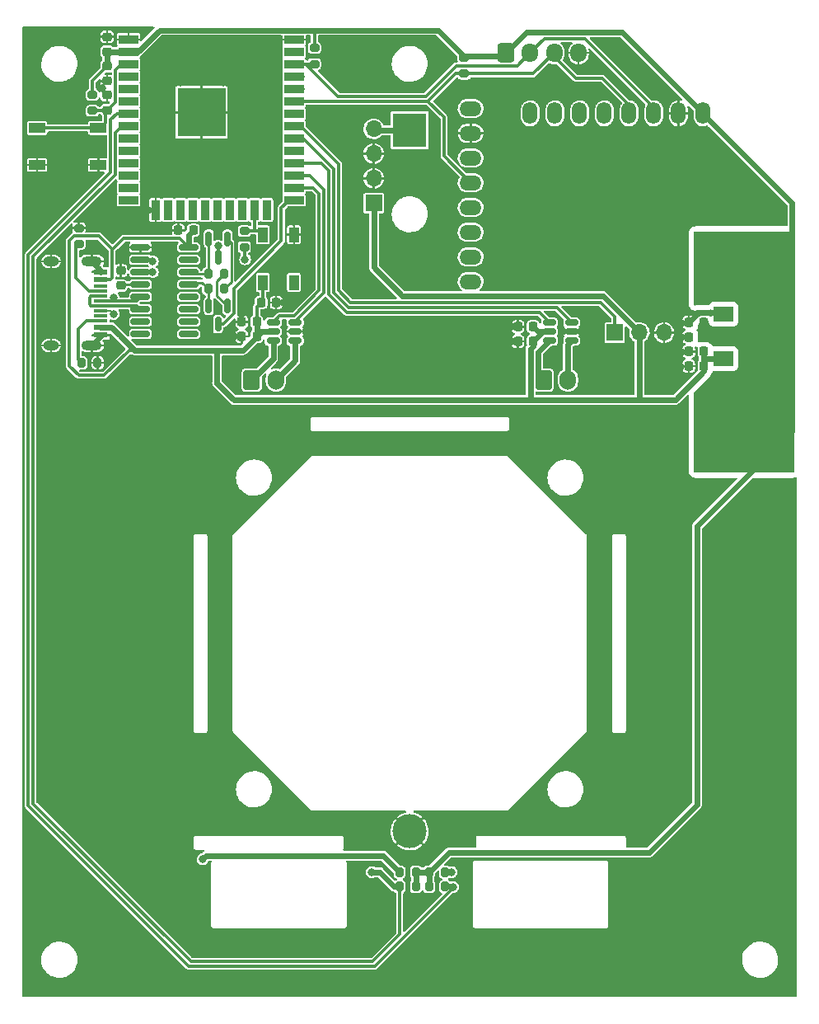
<source format=gbr>
%TF.GenerationSoftware,KiCad,Pcbnew,(6.0.7)*%
%TF.CreationDate,2022-09-24T23:46:27+02:00*%
%TF.ProjectId,airstream_controller,61697273-7472-4656-916d-5f636f6e7472,rev?*%
%TF.SameCoordinates,Original*%
%TF.FileFunction,Copper,L1,Top*%
%TF.FilePolarity,Positive*%
%FSLAX46Y46*%
G04 Gerber Fmt 4.6, Leading zero omitted, Abs format (unit mm)*
G04 Created by KiCad (PCBNEW (6.0.7)) date 2022-09-24 23:46:27*
%MOMM*%
%LPD*%
G01*
G04 APERTURE LIST*
G04 Aperture macros list*
%AMRoundRect*
0 Rectangle with rounded corners*
0 $1 Rounding radius*
0 $2 $3 $4 $5 $6 $7 $8 $9 X,Y pos of 4 corners*
0 Add a 4 corners polygon primitive as box body*
4,1,4,$2,$3,$4,$5,$6,$7,$8,$9,$2,$3,0*
0 Add four circle primitives for the rounded corners*
1,1,$1+$1,$2,$3*
1,1,$1+$1,$4,$5*
1,1,$1+$1,$6,$7*
1,1,$1+$1,$8,$9*
0 Add four rect primitives between the rounded corners*
20,1,$1+$1,$2,$3,$4,$5,0*
20,1,$1+$1,$4,$5,$6,$7,0*
20,1,$1+$1,$6,$7,$8,$9,0*
20,1,$1+$1,$8,$9,$2,$3,0*%
G04 Aperture macros list end*
%TA.AperFunction,ComponentPad*%
%ADD10R,1.700000X1.700000*%
%TD*%
%TA.AperFunction,ComponentPad*%
%ADD11O,1.700000X1.700000*%
%TD*%
%TA.AperFunction,ComponentPad*%
%ADD12O,2.268000X1.524000*%
%TD*%
%TA.AperFunction,ComponentPad*%
%ADD13RoundRect,0.250000X-0.600000X-0.750000X0.600000X-0.750000X0.600000X0.750000X-0.600000X0.750000X0*%
%TD*%
%TA.AperFunction,ComponentPad*%
%ADD14O,1.700000X2.000000*%
%TD*%
%TA.AperFunction,SMDPad,CuDef*%
%ADD15R,2.000000X0.900000*%
%TD*%
%TA.AperFunction,SMDPad,CuDef*%
%ADD16R,0.900000X2.000000*%
%TD*%
%TA.AperFunction,SMDPad,CuDef*%
%ADD17R,5.000000X5.000000*%
%TD*%
%TA.AperFunction,SMDPad,CuDef*%
%ADD18RoundRect,0.225000X-0.250000X0.225000X-0.250000X-0.225000X0.250000X-0.225000X0.250000X0.225000X0*%
%TD*%
%TA.AperFunction,SMDPad,CuDef*%
%ADD19RoundRect,0.225000X0.225000X0.250000X-0.225000X0.250000X-0.225000X-0.250000X0.225000X-0.250000X0*%
%TD*%
%TA.AperFunction,SMDPad,CuDef*%
%ADD20RoundRect,0.225000X-0.225000X-0.250000X0.225000X-0.250000X0.225000X0.250000X-0.225000X0.250000X0*%
%TD*%
%TA.AperFunction,SMDPad,CuDef*%
%ADD21RoundRect,0.150000X0.512500X0.150000X-0.512500X0.150000X-0.512500X-0.150000X0.512500X-0.150000X0*%
%TD*%
%TA.AperFunction,SMDPad,CuDef*%
%ADD22R,1.450000X0.600000*%
%TD*%
%TA.AperFunction,SMDPad,CuDef*%
%ADD23R,1.450000X0.300000*%
%TD*%
%TA.AperFunction,ComponentPad*%
%ADD24O,1.600000X1.000000*%
%TD*%
%TA.AperFunction,ComponentPad*%
%ADD25O,2.100000X1.000000*%
%TD*%
%TA.AperFunction,SMDPad,CuDef*%
%ADD26RoundRect,0.200000X0.200000X0.275000X-0.200000X0.275000X-0.200000X-0.275000X0.200000X-0.275000X0*%
%TD*%
%TA.AperFunction,SMDPad,CuDef*%
%ADD27R,2.000000X1.500000*%
%TD*%
%TA.AperFunction,SMDPad,CuDef*%
%ADD28R,2.000000X3.800000*%
%TD*%
%TA.AperFunction,SMDPad,CuDef*%
%ADD29R,1.700000X1.000000*%
%TD*%
%TA.AperFunction,SMDPad,CuDef*%
%ADD30RoundRect,0.200000X-0.275000X0.200000X-0.275000X-0.200000X0.275000X-0.200000X0.275000X0.200000X0*%
%TD*%
%TA.AperFunction,SMDPad,CuDef*%
%ADD31RoundRect,0.200000X-0.200000X-0.275000X0.200000X-0.275000X0.200000X0.275000X-0.200000X0.275000X0*%
%TD*%
%TA.AperFunction,SMDPad,CuDef*%
%ADD32R,1.000000X1.500000*%
%TD*%
%TA.AperFunction,SMDPad,CuDef*%
%ADD33RoundRect,0.150000X-0.150000X0.587500X-0.150000X-0.587500X0.150000X-0.587500X0.150000X0.587500X0*%
%TD*%
%TA.AperFunction,SMDPad,CuDef*%
%ADD34RoundRect,0.200000X0.275000X-0.200000X0.275000X0.200000X-0.275000X0.200000X-0.275000X-0.200000X0*%
%TD*%
%TA.AperFunction,ComponentPad*%
%ADD35R,3.500000X3.500000*%
%TD*%
%TA.AperFunction,ComponentPad*%
%ADD36C,3.500000*%
%TD*%
%TA.AperFunction,SMDPad,CuDef*%
%ADD37RoundRect,0.225000X0.250000X-0.225000X0.250000X0.225000X-0.250000X0.225000X-0.250000X-0.225000X0*%
%TD*%
%TA.AperFunction,ComponentPad*%
%ADD38O,1.524000X2.268000*%
%TD*%
%TA.AperFunction,SMDPad,CuDef*%
%ADD39RoundRect,0.150000X-0.825000X-0.150000X0.825000X-0.150000X0.825000X0.150000X-0.825000X0.150000X0*%
%TD*%
%TA.AperFunction,ComponentPad*%
%ADD40RoundRect,0.250000X-0.600000X-0.725000X0.600000X-0.725000X0.600000X0.725000X-0.600000X0.725000X0*%
%TD*%
%TA.AperFunction,ComponentPad*%
%ADD41O,1.700000X1.950000*%
%TD*%
%TA.AperFunction,ViaPad*%
%ADD42C,0.800000*%
%TD*%
%TA.AperFunction,Conductor*%
%ADD43C,0.600000*%
%TD*%
%TA.AperFunction,Conductor*%
%ADD44C,0.300000*%
%TD*%
%TA.AperFunction,Conductor*%
%ADD45C,0.250000*%
%TD*%
%TA.AperFunction,Conductor*%
%ADD46C,0.200000*%
%TD*%
G04 APERTURE END LIST*
D10*
%TO.P,J6,1,Pin_1*%
%TO.N,+5V*%
X56300000Y-38300000D03*
D11*
%TO.P,J6,2,Pin_2*%
%TO.N,GND*%
X56300000Y-35760000D03*
%TO.P,J6,3,Pin_3*%
X56300000Y-33220000D03*
%TO.P,J6,4,Pin_4*%
%TO.N,+3V8*%
X56300000Y-30680000D03*
%TD*%
D12*
%TO.P,U9,1,VCC*%
%TO.N,+3V3*%
X66262500Y-28597500D03*
%TO.P,U9,2,GND*%
%TO.N,GND*%
X66262500Y-31137500D03*
%TO.P,U9,3,SCL*%
%TO.N,SCL*%
X66262500Y-33677500D03*
%TO.P,U9,4,SDA*%
%TO.N,SDA*%
X66262500Y-36217500D03*
%TO.P,U9,5,XDA*%
%TO.N,unconnected-(U9-Pad5)*%
X66262500Y-38757500D03*
%TO.P,U9,6,XCL*%
%TO.N,unconnected-(U9-Pad6)*%
X66262500Y-41297500D03*
%TO.P,U9,7,AD0*%
%TO.N,unconnected-(U9-Pad7)*%
X66262500Y-43837500D03*
%TO.P,U9,8,INT*%
%TO.N,unconnected-(U9-Pad8)*%
X66262500Y-46377500D03*
%TD*%
D13*
%TO.P,J3,1,Pin_1*%
%TO.N,Net-(J3-Pad1)*%
X43750000Y-56475000D03*
D14*
%TO.P,J3,2,Pin_2*%
%TO.N,Net-(J3-Pad2)*%
X46250000Y-56475000D03*
%TD*%
D15*
%TO.P,U1,1,GND*%
%TO.N,GND*%
X31100000Y-21495000D03*
%TO.P,U1,2,VDD*%
%TO.N,+3V3*%
X31100000Y-22765000D03*
%TO.P,U1,3,EN*%
%TO.N,PROG_EN*%
X31100000Y-24035000D03*
%TO.P,U1,4,SENSOR_VP*%
%TO.N,unconnected-(U1-Pad4)*%
X31100000Y-25305000D03*
%TO.P,U1,5,SENSOR_VN*%
%TO.N,unconnected-(U1-Pad5)*%
X31100000Y-26575000D03*
%TO.P,U1,6,IO34*%
%TO.N,unconnected-(U1-Pad6)*%
X31100000Y-27845000D03*
%TO.P,U1,7,IO35*%
%TO.N,COUPLER1*%
X31100000Y-29115000D03*
%TO.P,U1,8,IO32*%
%TO.N,COUPLER2*%
X31100000Y-30385000D03*
%TO.P,U1,9,IO33*%
%TO.N,unconnected-(U1-Pad9)*%
X31100000Y-31655000D03*
%TO.P,U1,10,IO25*%
%TO.N,unconnected-(U1-Pad10)*%
X31100000Y-32925000D03*
%TO.P,U1,11,IO26*%
%TO.N,unconnected-(U1-Pad11)*%
X31100000Y-34195000D03*
%TO.P,U1,12,IO27*%
%TO.N,unconnected-(U1-Pad12)*%
X31100000Y-35465000D03*
%TO.P,U1,13,IO14*%
%TO.N,unconnected-(U1-Pad13)*%
X31100000Y-36735000D03*
%TO.P,U1,14,IO12*%
%TO.N,unconnected-(U1-Pad14)*%
X31100000Y-38005000D03*
D16*
%TO.P,U1,15,GND*%
%TO.N,GND*%
X33885000Y-39005000D03*
%TO.P,U1,16,IO13*%
%TO.N,unconnected-(U1-Pad16)*%
X35155000Y-39005000D03*
%TO.P,U1,17,SHD/SD2*%
%TO.N,unconnected-(U1-Pad17)*%
X36425000Y-39005000D03*
%TO.P,U1,18,SWP/SD3*%
%TO.N,unconnected-(U1-Pad18)*%
X37695000Y-39005000D03*
%TO.P,U1,19,SCS/CMD*%
%TO.N,unconnected-(U1-Pad19)*%
X38965000Y-39005000D03*
%TO.P,U1,20,SCK/CLK*%
%TO.N,unconnected-(U1-Pad20)*%
X40235000Y-39005000D03*
%TO.P,U1,21,SDO/SD0*%
%TO.N,unconnected-(U1-Pad21)*%
X41505000Y-39005000D03*
%TO.P,U1,22,SDI/SD1*%
%TO.N,unconnected-(U1-Pad22)*%
X42775000Y-39005000D03*
%TO.P,U1,23,IO15*%
%TO.N,LED_RGB*%
X44045000Y-39005000D03*
%TO.P,U1,24,IO2*%
%TO.N,unconnected-(U1-Pad24)*%
X45315000Y-39005000D03*
D15*
%TO.P,U1,25,IO0*%
%TO.N,PROG_IO0*%
X48100000Y-38005000D03*
%TO.P,U1,26,IO4*%
%TO.N,/M1_1*%
X48100000Y-36735000D03*
%TO.P,U1,27,IO16*%
%TO.N,/M1_2*%
X48100000Y-35465000D03*
%TO.P,U1,28,IO17*%
%TO.N,/M2_1*%
X48100000Y-34195000D03*
%TO.P,U1,29,IO5*%
%TO.N,unconnected-(U1-Pad29)*%
X48100000Y-32925000D03*
%TO.P,U1,30,IO18*%
%TO.N,/M2_2*%
X48100000Y-31655000D03*
%TO.P,U1,31,IO19*%
%TO.N,SERVO1*%
X48100000Y-30385000D03*
%TO.P,U1,32,NC*%
%TO.N,unconnected-(U1-Pad32)*%
X48100000Y-29115000D03*
%TO.P,U1,33,IO21*%
%TO.N,SDA*%
X48100000Y-27845000D03*
%TO.P,U1,34,RXD0/IO3*%
%TO.N,PROG_TX*%
X48100000Y-26575000D03*
%TO.P,U1,35,TXD0/IO1*%
%TO.N,PROG_RX*%
X48100000Y-25305000D03*
%TO.P,U1,36,IO22*%
%TO.N,SCL*%
X48100000Y-24035000D03*
%TO.P,U1,37,IO23*%
%TO.N,unconnected-(U1-Pad37)*%
X48100000Y-22765000D03*
%TO.P,U1,38,GND*%
%TO.N,GND*%
X48100000Y-21495000D03*
D17*
%TO.P,U1,39,GND*%
X38600000Y-28995000D03*
%TD*%
D18*
%TO.P,C2,1*%
%TO.N,GND*%
X28900000Y-27225000D03*
%TO.P,C2,2*%
%TO.N,PROG_EN*%
X28900000Y-28775000D03*
%TD*%
D19*
%TO.P,C4,1*%
%TO.N,+5V*%
X90225000Y-55050000D03*
%TO.P,C4,2*%
%TO.N,GND*%
X88675000Y-55050000D03*
%TD*%
D20*
%TO.P,C6,1*%
%TO.N,+5V*%
X44725000Y-48500000D03*
%TO.P,C6,2*%
%TO.N,GND*%
X46275000Y-48500000D03*
%TD*%
D21*
%TO.P,U6,1,OUT2*%
%TO.N,Net-(J5-Pad2)*%
X76637500Y-52450000D03*
%TO.P,U6,2,GND*%
%TO.N,GND*%
X76637500Y-51500000D03*
%TO.P,U6,3,IN2*%
%TO.N,/M2_2*%
X76637500Y-50550000D03*
%TO.P,U6,4,IN1*%
%TO.N,/M2_1*%
X74362500Y-50550000D03*
%TO.P,U6,5,VDD*%
%TO.N,+5V*%
X74362500Y-51500000D03*
%TO.P,U6,6,OUT1*%
%TO.N,Net-(J5-Pad1)*%
X74362500Y-52450000D03*
%TD*%
D19*
%TO.P,C11,1*%
%TO.N,+5V*%
X44275000Y-52000000D03*
%TO.P,C11,2*%
%TO.N,GND*%
X42725000Y-52000000D03*
%TD*%
%TO.P,C8,1*%
%TO.N,+5V*%
X37775000Y-41100000D03*
%TO.P,C8,2*%
%TO.N,GND*%
X36225000Y-41100000D03*
%TD*%
D22*
%TO.P,J1,A1,GND*%
%TO.N,GND*%
X28245000Y-45350000D03*
%TO.P,J1,A4,VBUS*%
%TO.N,+5V*%
X28245000Y-46150000D03*
D23*
%TO.P,J1,A5,CC1*%
%TO.N,Net-(J1-PadA5)*%
X28245000Y-47350000D03*
%TO.P,J1,A6,D+*%
%TO.N,/UD+*%
X28245000Y-48350000D03*
%TO.P,J1,A7,D-*%
%TO.N,/UD-*%
X28245000Y-48850000D03*
%TO.P,J1,A8,SBU1*%
%TO.N,unconnected-(J1-PadA8)*%
X28245000Y-49850000D03*
D22*
%TO.P,J1,A9,VBUS*%
%TO.N,+5V*%
X28245000Y-51050000D03*
%TO.P,J1,A12,GND*%
%TO.N,GND*%
X28245000Y-51850000D03*
%TO.P,J1,B1,GND*%
X28245000Y-51850000D03*
%TO.P,J1,B4,VBUS*%
%TO.N,+5V*%
X28245000Y-51050000D03*
D23*
%TO.P,J1,B5,CC2*%
%TO.N,Net-(J1-PadB5)*%
X28245000Y-50350000D03*
%TO.P,J1,B6,D+*%
%TO.N,/UD+*%
X28245000Y-49350000D03*
%TO.P,J1,B7,D-*%
%TO.N,/UD-*%
X28245000Y-47850000D03*
%TO.P,J1,B8,SBU2*%
%TO.N,unconnected-(J1-PadB8)*%
X28245000Y-46850000D03*
D22*
%TO.P,J1,B9,VBUS*%
%TO.N,+5V*%
X28245000Y-46150000D03*
%TO.P,J1,B12,GND*%
%TO.N,GND*%
X28245000Y-45350000D03*
D24*
%TO.P,J1,S1,SHIELD*%
X23150000Y-52920000D03*
X23150000Y-44280000D03*
D25*
X27330000Y-44280000D03*
X27330000Y-52920000D03*
%TD*%
D19*
%TO.P,C9,1*%
%TO.N,+5V*%
X90225000Y-53550000D03*
%TO.P,C9,2*%
%TO.N,GND*%
X88675000Y-53550000D03*
%TD*%
D21*
%TO.P,U5,1,OUT2*%
%TO.N,Net-(J3-Pad2)*%
X48237500Y-52450000D03*
%TO.P,U5,2,GND*%
%TO.N,GND*%
X48237500Y-51500000D03*
%TO.P,U5,3,IN2*%
%TO.N,/M1_2*%
X48237500Y-50550000D03*
%TO.P,U5,4,IN1*%
%TO.N,/M1_1*%
X45962500Y-50550000D03*
%TO.P,U5,5,VDD*%
%TO.N,+5V*%
X45962500Y-51500000D03*
%TO.P,U5,6,OUT1*%
%TO.N,Net-(J3-Pad1)*%
X45962500Y-52450000D03*
%TD*%
D26*
%TO.P,R12,1*%
%TO.N,+3V3*%
X60625000Y-108500000D03*
%TO.P,R12,2*%
%TO.N,COUPLER2*%
X58975000Y-108500000D03*
%TD*%
%TO.P,R4,1*%
%TO.N,Net-(Q1-Pad1)*%
X40925000Y-45600000D03*
%TO.P,R4,2*%
%TO.N,/RTS*%
X39275000Y-45600000D03*
%TD*%
D27*
%TO.P,U3,1,GND*%
%TO.N,GND*%
X92250000Y-49700000D03*
D28*
%TO.P,U3,2,VO*%
%TO.N,+3V3*%
X98550000Y-52000000D03*
D27*
X92250000Y-52000000D03*
%TO.P,U3,3,VI*%
%TO.N,+5V*%
X92250000Y-54300000D03*
%TD*%
D29*
%TO.P,SW1,1,1*%
%TO.N,PROG_EN*%
X28000000Y-30600000D03*
X21700000Y-30600000D03*
%TO.P,SW1,2,2*%
%TO.N,GND*%
X21700000Y-34400000D03*
X28000000Y-34400000D03*
%TD*%
D30*
%TO.P,R6,1*%
%TO.N,+3V3*%
X50200000Y-22375000D03*
%TO.P,R6,2*%
%TO.N,SCL*%
X50200000Y-24025000D03*
%TD*%
D31*
%TO.P,R9,1*%
%TO.N,+3V3*%
X61975000Y-107000000D03*
%TO.P,R9,2*%
%TO.N,Net-(R9-Pad2)*%
X63625000Y-107000000D03*
%TD*%
D32*
%TO.P,D1,1,VDD*%
%TO.N,+5V*%
X44900000Y-46450000D03*
%TO.P,D1,2,DOUT*%
%TO.N,unconnected-(D1-Pad2)*%
X48100000Y-46450000D03*
%TO.P,D1,3,VSS*%
%TO.N,GND*%
X48100000Y-41550000D03*
%TO.P,D1,4,DIN*%
%TO.N,LED_RGB*%
X44900000Y-41550000D03*
%TD*%
D30*
%TO.P,R2,1*%
%TO.N,GND*%
X26000000Y-40875000D03*
%TO.P,R2,2*%
%TO.N,Net-(J1-PadA5)*%
X26000000Y-42525000D03*
%TD*%
D18*
%TO.P,C3,1*%
%TO.N,GND*%
X28900000Y-21225000D03*
%TO.P,C3,2*%
%TO.N,+3V3*%
X28900000Y-22775000D03*
%TD*%
D13*
%TO.P,J5,1,Pin_1*%
%TO.N,Net-(J5-Pad1)*%
X73750000Y-56475000D03*
D14*
%TO.P,J5,2,Pin_2*%
%TO.N,Net-(J5-Pad2)*%
X76250000Y-56475000D03*
%TD*%
D19*
%TO.P,C10,1*%
%TO.N,+3V3*%
X90225000Y-50550000D03*
%TO.P,C10,2*%
%TO.N,GND*%
X88675000Y-50550000D03*
%TD*%
D33*
%TO.P,Q2,1,B*%
%TO.N,Net-(Q2-Pad1)*%
X41250000Y-41962500D03*
%TO.P,Q2,2,E*%
%TO.N,/RTS*%
X39350000Y-41962500D03*
%TO.P,Q2,3,C*%
%TO.N,PROG_EN*%
X40300000Y-43837500D03*
%TD*%
D34*
%TO.P,R7,1*%
%TO.N,+3V3*%
X43000000Y-42825000D03*
%TO.P,R7,2*%
%TO.N,LED_RGB*%
X43000000Y-41175000D03*
%TD*%
D35*
%TO.P,BT1,1,+*%
%TO.N,+3V8*%
X60000000Y-30800000D03*
D36*
%TO.P,BT1,2,-*%
%TO.N,GND*%
X60000000Y-102800000D03*
%TD*%
D19*
%TO.P,C14,1*%
%TO.N,+5V*%
X72675000Y-52500000D03*
%TO.P,C14,2*%
%TO.N,GND*%
X71125000Y-52500000D03*
%TD*%
D33*
%TO.P,Q1,1,B*%
%TO.N,Net-(Q1-Pad1)*%
X41250000Y-48862500D03*
%TO.P,Q1,2,E*%
%TO.N,/DTR*%
X39350000Y-48862500D03*
%TO.P,Q1,3,C*%
%TO.N,PROG_IO0*%
X40300000Y-50737500D03*
%TD*%
D19*
%TO.P,C13,1*%
%TO.N,+5V*%
X44275000Y-50500000D03*
%TO.P,C13,2*%
%TO.N,GND*%
X42725000Y-50500000D03*
%TD*%
%TO.P,C12,1*%
%TO.N,+5V*%
X72675000Y-51000000D03*
%TO.P,C12,2*%
%TO.N,GND*%
X71125000Y-51000000D03*
%TD*%
D37*
%TO.P,C7,1*%
%TO.N,Net-(C7-Pad1)*%
X30300000Y-46775000D03*
%TO.P,C7,2*%
%TO.N,GND*%
X30300000Y-45225000D03*
%TD*%
D38*
%TO.P,U4,8,INT*%
%TO.N,unconnected-(U4-Pad8)*%
X72372500Y-29087500D03*
%TO.P,U4,7,AD0*%
%TO.N,unconnected-(U4-Pad7)*%
X74912500Y-29087500D03*
%TO.P,U4,6,XCL*%
%TO.N,unconnected-(U4-Pad6)*%
X77452500Y-29087500D03*
%TO.P,U4,5,XDA*%
%TO.N,unconnected-(U4-Pad5)*%
X79992500Y-29087500D03*
%TO.P,U4,4,SDA*%
%TO.N,SDA*%
X82532500Y-29087500D03*
%TO.P,U4,3,SCL*%
%TO.N,SCL*%
X85072500Y-29087500D03*
%TO.P,U4,2,GND*%
%TO.N,GND*%
X87612500Y-29087500D03*
%TO.P,U4,1,VCC*%
%TO.N,+3V3*%
X90152500Y-29087500D03*
%TD*%
D26*
%TO.P,R10,1*%
%TO.N,+3V3*%
X60625000Y-107000000D03*
%TO.P,R10,2*%
%TO.N,Net-(R10-Pad2)*%
X58975000Y-107000000D03*
%TD*%
D39*
%TO.P,U2,1,GND*%
%TO.N,GND*%
X32325000Y-42855000D03*
%TO.P,U2,2,TXD*%
%TO.N,PROG_TX*%
X32325000Y-44125000D03*
%TO.P,U2,3,RXD*%
%TO.N,PROG_RX*%
X32325000Y-45395000D03*
%TO.P,U2,4,V3*%
%TO.N,Net-(C7-Pad1)*%
X32325000Y-46665000D03*
%TO.P,U2,5,UD+*%
%TO.N,/UD+*%
X32325000Y-47935000D03*
%TO.P,U2,6,UD-*%
%TO.N,/UD-*%
X32325000Y-49205000D03*
%TO.P,U2,7,NC*%
%TO.N,unconnected-(U2-Pad7)*%
X32325000Y-50475000D03*
%TO.P,U2,8,NC*%
%TO.N,unconnected-(U2-Pad8)*%
X32325000Y-51745000D03*
%TO.P,U2,9,~{CTS}*%
%TO.N,unconnected-(U2-Pad9)*%
X37275000Y-51745000D03*
%TO.P,U2,10,~{DSR}*%
%TO.N,unconnected-(U2-Pad10)*%
X37275000Y-50475000D03*
%TO.P,U2,11,~{RI}*%
%TO.N,unconnected-(U2-Pad11)*%
X37275000Y-49205000D03*
%TO.P,U2,12,~{DCD}*%
%TO.N,unconnected-(U2-Pad12)*%
X37275000Y-47935000D03*
%TO.P,U2,13,~{DTR}*%
%TO.N,/DTR*%
X37275000Y-46665000D03*
%TO.P,U2,14,~{RTS}*%
%TO.N,/RTS*%
X37275000Y-45395000D03*
%TO.P,U2,15,R232*%
%TO.N,unconnected-(U2-Pad15)*%
X37275000Y-44125000D03*
%TO.P,U2,16,VCC*%
%TO.N,+5V*%
X37275000Y-42855000D03*
%TD*%
D26*
%TO.P,R3,1*%
%TO.N,GND*%
X27925000Y-54700000D03*
%TO.P,R3,2*%
%TO.N,Net-(J1-PadB5)*%
X26275000Y-54700000D03*
%TD*%
D31*
%TO.P,R11,1*%
%TO.N,+3V3*%
X61975000Y-108500000D03*
%TO.P,R11,2*%
%TO.N,COUPLER1*%
X63625000Y-108500000D03*
%TD*%
D30*
%TO.P,R8,1*%
%TO.N,+3V3*%
X65600000Y-23375000D03*
%TO.P,R8,2*%
%TO.N,SDA*%
X65600000Y-25025000D03*
%TD*%
D26*
%TO.P,R5,1*%
%TO.N,Net-(Q2-Pad1)*%
X40925000Y-47100000D03*
%TO.P,R5,2*%
%TO.N,/DTR*%
X39275000Y-47100000D03*
%TD*%
D34*
%TO.P,R1,1*%
%TO.N,PROG_EN*%
X27400000Y-28825000D03*
%TO.P,R1,2*%
%TO.N,+3V3*%
X27400000Y-27175000D03*
%TD*%
D40*
%TO.P,J2,1,Pin_1*%
%TO.N,+3V3*%
X69850000Y-22875000D03*
D41*
%TO.P,J2,2,Pin_2*%
%TO.N,SCL*%
X72350000Y-22875000D03*
%TO.P,J2,3,Pin_3*%
%TO.N,SDA*%
X74850000Y-22875000D03*
%TO.P,J2,4,Pin_4*%
%TO.N,GND*%
X77350000Y-22875000D03*
%TD*%
D10*
%TO.P,J4,1,Pin_1*%
%TO.N,SERVO1*%
X81060000Y-51600000D03*
D11*
%TO.P,J4,2,Pin_2*%
%TO.N,+5V*%
X83600000Y-51600000D03*
%TO.P,J4,3,Pin_3*%
%TO.N,GND*%
X86140000Y-51600000D03*
%TD*%
D19*
%TO.P,C5,1*%
%TO.N,+3V3*%
X90225000Y-52050000D03*
%TO.P,C5,2*%
%TO.N,GND*%
X88675000Y-52050000D03*
%TD*%
D18*
%TO.P,C1,1*%
%TO.N,+3V3*%
X28900000Y-24225000D03*
%TO.P,C1,2*%
%TO.N,GND*%
X28900000Y-25775000D03*
%TD*%
D42*
%TO.N,GND*%
X75700000Y-51500000D03*
X77600000Y-51500000D03*
X70500000Y-52500000D03*
X70500000Y-51000000D03*
%TO.N,+3V3*%
X97000000Y-55000000D03*
X95500000Y-55000000D03*
X94200000Y-55000000D03*
X94200000Y-49000000D03*
X95500000Y-49000000D03*
X97000000Y-49000000D03*
X97000000Y-52000000D03*
X95500000Y-52000000D03*
X94200000Y-52000000D03*
%TO.N,GND*%
X87800000Y-55100000D03*
X87900000Y-53600000D03*
X87900000Y-52100000D03*
X87900000Y-50600000D03*
X42700000Y-49700000D03*
X41900000Y-52000000D03*
X30700000Y-43000000D03*
X33900000Y-40700000D03*
X21700000Y-41000000D03*
X21800000Y-36000000D03*
X36400000Y-25900000D03*
X40800000Y-25900000D03*
X41800000Y-26800000D03*
X41800000Y-31300000D03*
X40800000Y-32300000D03*
X36400000Y-32300000D03*
X35300000Y-31300000D03*
X35300000Y-26800000D03*
X33900000Y-24100000D03*
X45300000Y-24100000D03*
X45300000Y-36700000D03*
X33100000Y-39000000D03*
X28400000Y-26500000D03*
%TO.N,+3V3*%
X50200000Y-22375000D03*
X43079977Y-44079977D03*
%TO.N,GND*%
X47000000Y-48500000D03*
X49300000Y-51500000D03*
%TO.N,PROG_EN*%
X28200000Y-30600000D03*
X40300000Y-42700000D03*
%TO.N,/UD+*%
X29569502Y-49700000D03*
X29569502Y-48000000D03*
%TO.N,PROG_TX*%
X48800000Y-26575000D03*
X33600000Y-44300000D03*
%TO.N,PROG_RX*%
X33600000Y-45400000D03*
X48800000Y-25300000D03*
%TO.N,Net-(R9-Pad2)*%
X64300000Y-107000000D03*
%TO.N,Net-(R10-Pad2)*%
X38700000Y-105700000D03*
%TO.N,COUPLER1*%
X64480060Y-108541632D03*
%TO.N,COUPLER2*%
X56100000Y-107000000D03*
%TD*%
D43*
%TO.N,+3V8*%
X56420000Y-30800000D02*
X56300000Y-30680000D01*
X60000000Y-30800000D02*
X56420000Y-30800000D01*
%TO.N,+5V*%
X56300000Y-44900000D02*
X56300000Y-38300000D01*
X79850000Y-47850000D02*
X59250000Y-47850000D01*
X59250000Y-47850000D02*
X56300000Y-44900000D01*
X83600000Y-51600000D02*
X79850000Y-47850000D01*
X72675000Y-53006129D02*
X72400000Y-53281129D01*
X72400000Y-53281129D02*
X72400000Y-58500000D01*
X72675000Y-52500000D02*
X72675000Y-53006129D01*
X72400000Y-58500000D02*
X80000000Y-58500000D01*
X71800000Y-58500000D02*
X72400000Y-58500000D01*
%TO.N,Net-(J5-Pad1)*%
X73200000Y-53612500D02*
X74362500Y-52450000D01*
X73200000Y-55700000D02*
X73200000Y-53612500D01*
X73750000Y-56250000D02*
X73200000Y-55700000D01*
X73750000Y-56475000D02*
X73750000Y-56250000D01*
%TO.N,Net-(J5-Pad2)*%
X76250000Y-52837500D02*
X76637500Y-52450000D01*
X76250000Y-56475000D02*
X76250000Y-52837500D01*
D44*
%TO.N,/M2_2*%
X73200000Y-49000000D02*
X75087500Y-49000000D01*
X73200000Y-49000000D02*
X53707106Y-49000000D01*
X75087500Y-49000000D02*
X76637500Y-50550000D01*
%TO.N,/M2_1*%
X73312500Y-49500000D02*
X74362500Y-50550000D01*
X72200000Y-49500000D02*
X73312500Y-49500000D01*
X72200000Y-49500000D02*
X53500000Y-49500000D01*
D43*
%TO.N,+5V*%
X73675000Y-51500000D02*
X72675000Y-52500000D01*
X74362500Y-51500000D02*
X73675000Y-51500000D01*
X73175000Y-51500000D02*
X72675000Y-51000000D01*
X74362500Y-51500000D02*
X73175000Y-51500000D01*
X83600000Y-58400000D02*
X83700000Y-58500000D01*
X83600000Y-51600000D02*
X83600000Y-58400000D01*
X83700000Y-58500000D02*
X87300000Y-58500000D01*
X80000000Y-58500000D02*
X83700000Y-58500000D01*
X87300000Y-58500000D02*
X90225000Y-55575000D01*
X90225000Y-55575000D02*
X90225000Y-55050000D01*
X41900000Y-58500000D02*
X40200000Y-56800000D01*
X40200000Y-56800000D02*
X40200000Y-53400000D01*
X71800000Y-58500000D02*
X41900000Y-58500000D01*
D44*
%TO.N,/M2_2*%
X49055000Y-31655000D02*
X48800000Y-31655000D01*
X52200000Y-47492894D02*
X52200000Y-34800000D01*
X52200000Y-34800000D02*
X49055000Y-31655000D01*
X53707106Y-49000000D02*
X52200000Y-47492894D01*
%TO.N,SERVO1*%
X52700000Y-34300000D02*
X48785000Y-30385000D01*
X48785000Y-30385000D02*
X48100000Y-30385000D01*
X52700000Y-47285788D02*
X52700000Y-34300000D01*
X53914212Y-48500000D02*
X52700000Y-47285788D01*
X79580762Y-48500000D02*
X53914212Y-48500000D01*
X81060000Y-49979238D02*
X79580762Y-48500000D01*
X81060000Y-51600000D02*
X81060000Y-49979238D01*
%TO.N,/M2_1*%
X50887894Y-34195000D02*
X48800000Y-34195000D01*
X51700000Y-47700000D02*
X51700000Y-35007106D01*
X53500000Y-49500000D02*
X51700000Y-47700000D01*
X51700000Y-35007106D02*
X50887894Y-34195000D01*
%TO.N,PROG_TX*%
X33425000Y-44125000D02*
X32325000Y-44125000D01*
X33600000Y-44300000D02*
X33425000Y-44125000D01*
D43*
%TO.N,+3V3*%
X97000000Y-52000000D02*
X95500000Y-52000000D01*
X95500000Y-52000000D02*
X93900000Y-52000000D01*
X93900000Y-52000000D02*
X91800000Y-52000000D01*
D44*
%TO.N,PROG_IO0*%
X46800000Y-38800000D02*
X47595000Y-38005000D01*
X46800000Y-42200000D02*
X46800000Y-38800000D01*
X41900000Y-47100000D02*
X46800000Y-42200000D01*
X40819607Y-50737500D02*
X41900000Y-49657107D01*
X41900000Y-49657107D02*
X41900000Y-47100000D01*
X47595000Y-38005000D02*
X48100000Y-38005000D01*
X40300000Y-50737500D02*
X40819607Y-50737500D01*
%TO.N,SDA*%
X63500000Y-33455000D02*
X66262500Y-36217500D01*
X63500000Y-29482894D02*
X63500000Y-33455000D01*
X61862106Y-27845000D02*
X63500000Y-29482894D01*
%TO.N,+5V*%
X31200000Y-53400000D02*
X31700000Y-53400000D01*
X25000000Y-55000000D02*
X26000000Y-56000000D01*
X25000000Y-42200000D02*
X25000000Y-55000000D01*
X25500000Y-41700000D02*
X25000000Y-42200000D01*
X26000000Y-56000000D02*
X28600000Y-56000000D01*
X28077817Y-41700000D02*
X25500000Y-41700000D01*
X29400000Y-43022183D02*
X28077817Y-41700000D01*
X29400000Y-43100000D02*
X29400000Y-43022183D01*
X28600000Y-56000000D02*
X31200000Y-53400000D01*
%TO.N,COUPLER2*%
X58975000Y-113417894D02*
X58975000Y-108500000D01*
X37507106Y-116200000D02*
X56192894Y-116200000D01*
X56192894Y-116200000D02*
X58975000Y-113417894D01*
X21300000Y-99992894D02*
X37507106Y-116200000D01*
X21300000Y-43807106D02*
X21300000Y-99992894D01*
X29750000Y-35357106D02*
X21300000Y-43807106D01*
X29750000Y-31050000D02*
X29750000Y-35357106D01*
X30415000Y-30385000D02*
X29750000Y-31050000D01*
X31100000Y-30385000D02*
X30415000Y-30385000D01*
%TO.N,COUPLER1*%
X64480060Y-108619940D02*
X64480060Y-108541632D01*
X20800000Y-43600000D02*
X20800000Y-100200000D01*
X20800000Y-100200000D02*
X37300000Y-116700000D01*
X56400000Y-116700000D02*
X64480060Y-108619940D01*
X29250000Y-29750000D02*
X29250000Y-35150000D01*
X29250000Y-35150000D02*
X20800000Y-43600000D01*
X37300000Y-116700000D02*
X56400000Y-116700000D01*
X29885000Y-29115000D02*
X29250000Y-29750000D01*
X31100000Y-29115000D02*
X29885000Y-29115000D01*
%TO.N,+5V*%
X36345000Y-41925000D02*
X37275000Y-42855000D01*
X30575000Y-41925000D02*
X36345000Y-41925000D01*
X29400000Y-43100000D02*
X30575000Y-41925000D01*
%TO.N,LED_RGB*%
X44045000Y-39005000D02*
X44045000Y-41145000D01*
X44045000Y-41145000D02*
X44075000Y-41175000D01*
X44075000Y-41175000D02*
X44525000Y-41175000D01*
X43000000Y-41175000D02*
X44075000Y-41175000D01*
%TO.N,+3V3*%
X50200000Y-22375000D02*
X50200000Y-20690000D01*
D43*
X50345000Y-20545000D02*
X34285000Y-20545000D01*
D44*
X50200000Y-20690000D02*
X50345000Y-20545000D01*
D43*
X62970000Y-20545000D02*
X50345000Y-20545000D01*
D44*
%TO.N,SCL*%
X49410000Y-24025000D02*
X50200000Y-24025000D01*
X48100000Y-24035000D02*
X49400000Y-24035000D01*
X49400000Y-24035000D02*
X49410000Y-24025000D01*
%TO.N,+3V3*%
X43000000Y-44000000D02*
X43079977Y-44079977D01*
X43000000Y-42825000D02*
X43000000Y-44000000D01*
%TO.N,SDA*%
X64682106Y-25025000D02*
X65600000Y-25025000D01*
X48100000Y-27845000D02*
X61862106Y-27845000D01*
X61862106Y-27845000D02*
X64682106Y-25025000D01*
X82532500Y-28232500D02*
X82532500Y-29087500D01*
X77100000Y-25500000D02*
X79800000Y-25500000D01*
X79800000Y-25500000D02*
X82532500Y-28232500D01*
X74850000Y-22875000D02*
X74850000Y-23250000D01*
X74850000Y-23250000D02*
X77100000Y-25500000D01*
X65600000Y-25025000D02*
X72700000Y-25025000D01*
X72700000Y-25025000D02*
X74850000Y-22875000D01*
%TO.N,SCL*%
X71025000Y-24200000D02*
X72350000Y-22875000D01*
X64800000Y-24200000D02*
X71025000Y-24200000D01*
X61655000Y-27345000D02*
X64800000Y-24200000D01*
X49335000Y-24035000D02*
X52645000Y-27345000D01*
X52645000Y-27345000D02*
X61655000Y-27345000D01*
X48100000Y-24035000D02*
X49335000Y-24035000D01*
X85072500Y-28472500D02*
X85072500Y-29087500D01*
X78000000Y-21400000D02*
X85072500Y-28472500D01*
X75050000Y-21400000D02*
X78000000Y-21400000D01*
X73825000Y-21400000D02*
X72350000Y-22875000D01*
X75050000Y-21400000D02*
X73825000Y-21400000D01*
D43*
%TO.N,+3V3*%
X69550000Y-23175000D02*
X69850000Y-22875000D01*
X65600000Y-23175000D02*
X69550000Y-23175000D01*
X71975000Y-20750000D02*
X69850000Y-22875000D01*
X72900000Y-20750000D02*
X71975000Y-20750000D01*
%TO.N,GND*%
X89650000Y-49575000D02*
X88675000Y-50550000D01*
X92125000Y-49575000D02*
X89650000Y-49575000D01*
X92250000Y-49700000D02*
X92125000Y-49575000D01*
%TO.N,+3V3*%
X90152500Y-29152500D02*
X90152500Y-29087500D01*
X99300000Y-38300000D02*
X90152500Y-29152500D01*
X99300000Y-50800000D02*
X99300000Y-38300000D01*
X98100000Y-52000000D02*
X99300000Y-50800000D01*
X62000000Y-107000000D02*
X61975000Y-107000000D01*
X84600000Y-105000000D02*
X64000000Y-105000000D01*
X89500000Y-71500000D02*
X89500000Y-100100000D01*
X99300000Y-61700000D02*
X89500000Y-71500000D01*
X89500000Y-100100000D02*
X84600000Y-105000000D01*
X99300000Y-53200000D02*
X99300000Y-61700000D01*
X64000000Y-105000000D02*
X62000000Y-107000000D01*
X98100000Y-52000000D02*
X99300000Y-53200000D01*
D44*
X27400000Y-25725000D02*
X27400000Y-27175000D01*
D43*
X28910000Y-22765000D02*
X28900000Y-22775000D01*
X92250000Y-52000000D02*
X90275000Y-52000000D01*
X98100000Y-52000000D02*
X97000000Y-52000000D01*
X90275000Y-52000000D02*
X90225000Y-52050000D01*
D44*
X28900000Y-24225000D02*
X27400000Y-25725000D01*
D43*
X32065000Y-22765000D02*
X31100000Y-22765000D01*
X60625000Y-108500000D02*
X60625000Y-107000000D01*
X90137500Y-29087500D02*
X81800000Y-20750000D01*
X90225000Y-50550000D02*
X90225000Y-52050000D01*
X81800000Y-20750000D02*
X72900000Y-20750000D01*
X61975000Y-108500000D02*
X61975000Y-107000000D01*
X90152500Y-29087500D02*
X90137500Y-29087500D01*
X28900000Y-24225000D02*
X28900000Y-22775000D01*
X34285000Y-20545000D02*
X32065000Y-22765000D01*
X61975000Y-107000000D02*
X60625000Y-107000000D01*
X65600000Y-23175000D02*
X62970000Y-20545000D01*
X31100000Y-22765000D02*
X28910000Y-22765000D01*
%TO.N,GND*%
X28245000Y-45350000D02*
X28245000Y-45195000D01*
X28245000Y-45195000D02*
X27330000Y-44280000D01*
X28245000Y-51850000D02*
X28245000Y-52005000D01*
X28245000Y-52005000D02*
X27330000Y-52920000D01*
D44*
%TO.N,+5V*%
X29400000Y-46020000D02*
X29400000Y-43100000D01*
X29270000Y-46150000D02*
X29400000Y-46020000D01*
D43*
X44775000Y-51500000D02*
X44275000Y-52000000D01*
D44*
X44275000Y-50500000D02*
X44275000Y-48950000D01*
D43*
X28245000Y-51050000D02*
X29350000Y-51050000D01*
D44*
X44900000Y-48325000D02*
X44725000Y-48500000D01*
D43*
X90225000Y-54175000D02*
X90225000Y-55050000D01*
X29350000Y-51050000D02*
X30150000Y-51850000D01*
X44275000Y-50500000D02*
X44275000Y-52000000D01*
X31700000Y-53400000D02*
X40200000Y-53400000D01*
X92250000Y-54300000D02*
X90350000Y-54300000D01*
D44*
X28245000Y-46150000D02*
X29270000Y-46150000D01*
D43*
X40200000Y-53400000D02*
X42875000Y-53400000D01*
X45962500Y-51500000D02*
X44775000Y-51500000D01*
D44*
X44275000Y-48950000D02*
X44725000Y-48500000D01*
D43*
X37275000Y-41600000D02*
X37775000Y-41100000D01*
D44*
X44900000Y-46450000D02*
X44900000Y-48325000D01*
D43*
X42875000Y-53400000D02*
X44275000Y-52000000D01*
X90350000Y-54300000D02*
X90225000Y-54175000D01*
X90225000Y-53550000D02*
X90225000Y-54175000D01*
X30150000Y-51850000D02*
X31700000Y-53400000D01*
X37275000Y-42855000D02*
X37275000Y-41600000D01*
D44*
%TO.N,Net-(J1-PadA5)*%
X28245000Y-47350000D02*
X27050000Y-47350000D01*
X25700000Y-42775000D02*
X25975000Y-42500000D01*
X25700000Y-46000000D02*
X25700000Y-42775000D01*
X27050000Y-47350000D02*
X25700000Y-46000000D01*
%TO.N,PROG_EN*%
X28750000Y-28925000D02*
X28750000Y-30050000D01*
X28200000Y-30600000D02*
X22250000Y-30600000D01*
X28900000Y-28775000D02*
X28750000Y-28925000D01*
X29750000Y-27925000D02*
X28900000Y-28775000D01*
X27450000Y-28775000D02*
X27400000Y-28825000D01*
X28750000Y-30050000D02*
X28200000Y-30600000D01*
X30378173Y-24035000D02*
X29750000Y-24663173D01*
X29750000Y-24663173D02*
X29750000Y-27925000D01*
X31100000Y-24035000D02*
X30378173Y-24035000D01*
X28900000Y-28775000D02*
X27450000Y-28775000D01*
X40300000Y-43837500D02*
X40300000Y-42700000D01*
%TO.N,Net-(J1-PadB5)*%
X25900000Y-51200000D02*
X25900000Y-54325000D01*
X26750000Y-50350000D02*
X25900000Y-51200000D01*
X28245000Y-50350000D02*
X26750000Y-50350000D01*
X25900000Y-54325000D02*
X26275000Y-54700000D01*
D45*
%TO.N,Net-(C7-Pad1)*%
X32325000Y-46665000D02*
X30410000Y-46665000D01*
X30410000Y-46665000D02*
X30300000Y-46775000D01*
D43*
%TO.N,Net-(J3-Pad2)*%
X48237500Y-52450000D02*
X48237500Y-54487500D01*
X48237500Y-54487500D02*
X46250000Y-56475000D01*
D45*
%TO.N,Net-(Q1-Pad1)*%
X40200000Y-47812500D02*
X41250000Y-48862500D01*
X40200000Y-46325000D02*
X40200000Y-47812500D01*
X40925000Y-45600000D02*
X40200000Y-46325000D01*
D46*
%TO.N,/UD+*%
X29450000Y-48350000D02*
X31910000Y-48350000D01*
D44*
X31910000Y-48350000D02*
X32325000Y-47935000D01*
X28245000Y-48350000D02*
X31910000Y-48350000D01*
D46*
X29450000Y-48119502D02*
X29569502Y-48000000D01*
X28245000Y-48350000D02*
X29450000Y-48350000D01*
X29450000Y-48350000D02*
X29450000Y-48119502D01*
X29569502Y-49700000D02*
X29219502Y-49350000D01*
X29219502Y-49350000D02*
X28245000Y-49350000D01*
D44*
%TO.N,/UD-*%
X28245000Y-48850000D02*
X31970000Y-48850000D01*
X27100000Y-48000000D02*
X27100000Y-48700000D01*
X28245000Y-47850000D02*
X27250000Y-47850000D01*
X27250000Y-47850000D02*
X27100000Y-48000000D01*
X27250000Y-48850000D02*
X28245000Y-48850000D01*
X31970000Y-48850000D02*
X32325000Y-49205000D01*
X27100000Y-48700000D02*
X27250000Y-48850000D01*
D43*
%TO.N,Net-(J3-Pad1)*%
X45962500Y-54262500D02*
X43750000Y-56475000D01*
X45962500Y-52450000D02*
X45962500Y-54262500D01*
D45*
%TO.N,/DTR*%
X39350000Y-48862500D02*
X39350000Y-47175000D01*
X39350000Y-47175000D02*
X39275000Y-47100000D01*
X37275000Y-46465000D02*
X38640000Y-46465000D01*
X38640000Y-46465000D02*
X39275000Y-47100000D01*
%TO.N,Net-(Q2-Pad1)*%
X41650000Y-46375000D02*
X40925000Y-47100000D01*
X41650000Y-42362500D02*
X41650000Y-46375000D01*
X41250000Y-41962500D02*
X41650000Y-42362500D01*
%TO.N,/RTS*%
X39350000Y-45525000D02*
X39275000Y-45600000D01*
X37680000Y-45600000D02*
X37275000Y-45195000D01*
X39275000Y-45600000D02*
X37680000Y-45600000D01*
X39350000Y-41962500D02*
X39350000Y-45525000D01*
D44*
%TO.N,LED_RGB*%
X44525000Y-41175000D02*
X44900000Y-41550000D01*
D43*
X44745000Y-41395000D02*
X44900000Y-41550000D01*
D44*
%TO.N,/M1_1*%
X50100000Y-36735000D02*
X50700000Y-37335000D01*
X46612500Y-49900000D02*
X45962500Y-50550000D01*
X50700000Y-47280394D02*
X48080394Y-49900000D01*
X50700000Y-37335000D02*
X50700000Y-47280394D01*
X48800000Y-36735000D02*
X50100000Y-36735000D01*
X48080394Y-49900000D02*
X46612500Y-49900000D01*
%TO.N,/M1_2*%
X49765000Y-35465000D02*
X48800000Y-35465000D01*
X51200000Y-47487500D02*
X51200000Y-36900000D01*
X51200000Y-36900000D02*
X49765000Y-35465000D01*
X48237500Y-50550000D02*
X48237500Y-50450000D01*
X48237500Y-50450000D02*
X51200000Y-47487500D01*
%TO.N,PROG_RX*%
X48800000Y-25305000D02*
X48800000Y-25300000D01*
X33600000Y-45400000D02*
X32330000Y-45400000D01*
X32330000Y-45400000D02*
X32325000Y-45395000D01*
D43*
%TO.N,Net-(R9-Pad2)*%
X64300000Y-107000000D02*
X63625000Y-107000000D01*
%TO.N,Net-(R10-Pad2)*%
X39100000Y-105300000D02*
X57275000Y-105300000D01*
X58975000Y-107000000D02*
X57275000Y-105300000D01*
X39100000Y-105300000D02*
X38700000Y-105700000D01*
%TO.N,COUPLER1*%
X63625000Y-108500000D02*
X64438428Y-108500000D01*
X64438428Y-108500000D02*
X64480060Y-108541632D01*
%TO.N,COUPLER2*%
X58975000Y-108500000D02*
X58400000Y-108500000D01*
X56900000Y-107000000D02*
X56100000Y-107000000D01*
X56900000Y-107000000D02*
X58400000Y-108500000D01*
%TD*%
%TA.AperFunction,Conductor*%
%TO.N,+3V3*%
G36*
X99433621Y-41220002D02*
G01*
X99480114Y-41273658D01*
X99491500Y-41326000D01*
X99491500Y-65874000D01*
X99471498Y-65942121D01*
X99417842Y-65988614D01*
X99365500Y-66000000D01*
X89326000Y-66000000D01*
X89257879Y-65979998D01*
X89211386Y-65926342D01*
X89200000Y-65874000D01*
X89200000Y-57795582D01*
X89220002Y-57727461D01*
X89236905Y-57706487D01*
X90790063Y-56153328D01*
X90791000Y-56152399D01*
X90850475Y-56094157D01*
X90850476Y-56094156D01*
X90855507Y-56089229D01*
X90859322Y-56083310D01*
X90859328Y-56083302D01*
X90878994Y-56052786D01*
X90886427Y-56042441D01*
X90913476Y-56008557D01*
X90928073Y-55978362D01*
X90935602Y-55964945D01*
X90949948Y-55942684D01*
X90953765Y-55936762D01*
X90956173Y-55930145D01*
X90956176Y-55930140D01*
X90968592Y-55896027D01*
X90973553Y-55884284D01*
X90989353Y-55851600D01*
X90989356Y-55851591D01*
X90992421Y-55845251D01*
X90999730Y-55813594D01*
X91023618Y-55763847D01*
X91024377Y-55762886D01*
X91029552Y-55757702D01*
X91115429Y-55618384D01*
X91168201Y-55570891D01*
X91222689Y-55558500D01*
X93298134Y-55558500D01*
X93360316Y-55551745D01*
X93496705Y-55500615D01*
X93613261Y-55413261D01*
X93700615Y-55296705D01*
X93751745Y-55160316D01*
X93758500Y-55098134D01*
X93758500Y-53501866D01*
X93751745Y-53439684D01*
X93700615Y-53303295D01*
X93613261Y-53186739D01*
X93496705Y-53099385D01*
X93360316Y-53048255D01*
X93298134Y-53041500D01*
X91222850Y-53041500D01*
X91154729Y-53021498D01*
X91115706Y-52981803D01*
X91032606Y-52847515D01*
X91028752Y-52841287D01*
X90907702Y-52720448D01*
X90762101Y-52630698D01*
X90599757Y-52576851D01*
X90592920Y-52576151D01*
X90592918Y-52576150D01*
X90551599Y-52571917D01*
X90498732Y-52566500D01*
X89951268Y-52566500D01*
X89948022Y-52566837D01*
X89948018Y-52566837D01*
X89913917Y-52570375D01*
X89848981Y-52577113D01*
X89842445Y-52579294D01*
X89842443Y-52579294D01*
X89784855Y-52598507D01*
X89713906Y-52601091D01*
X89652822Y-52564907D01*
X89620998Y-52501443D01*
X89621759Y-52453948D01*
X89623149Y-52449757D01*
X89633500Y-52348732D01*
X89633500Y-51751268D01*
X89622887Y-51648981D01*
X89568756Y-51486732D01*
X89494291Y-51366398D01*
X89475453Y-51297946D01*
X89494175Y-51233979D01*
X89565462Y-51118331D01*
X89565463Y-51118329D01*
X89569302Y-51112101D01*
X89623149Y-50949757D01*
X89633500Y-50848732D01*
X89633500Y-50787082D01*
X89653502Y-50718961D01*
X89670405Y-50697987D01*
X89947987Y-50420405D01*
X90010299Y-50386379D01*
X90037082Y-50383500D01*
X90616116Y-50383500D01*
X90684237Y-50403502D01*
X90730730Y-50457158D01*
X90740826Y-50498207D01*
X90741500Y-50498134D01*
X90748255Y-50560316D01*
X90799385Y-50696705D01*
X90886739Y-50813261D01*
X91003295Y-50900615D01*
X91139684Y-50951745D01*
X91201866Y-50958500D01*
X93298134Y-50958500D01*
X93360316Y-50951745D01*
X93496705Y-50900615D01*
X93613261Y-50813261D01*
X93700615Y-50696705D01*
X93751745Y-50560316D01*
X93758500Y-50498134D01*
X93758500Y-48901866D01*
X93751745Y-48839684D01*
X93700615Y-48703295D01*
X93613261Y-48586739D01*
X93496705Y-48499385D01*
X93360316Y-48448255D01*
X93298134Y-48441500D01*
X91201866Y-48441500D01*
X91139684Y-48448255D01*
X91003295Y-48499385D01*
X90886739Y-48586739D01*
X90799385Y-48703295D01*
X90799139Y-48703951D01*
X90751825Y-48751157D01*
X90691567Y-48766500D01*
X89659165Y-48766500D01*
X89657846Y-48766493D01*
X89567779Y-48765550D01*
X89560901Y-48767037D01*
X89560891Y-48767038D01*
X89525413Y-48774709D01*
X89512838Y-48776769D01*
X89469745Y-48781603D01*
X89438074Y-48792632D01*
X89423265Y-48796795D01*
X89397371Y-48802393D01*
X89397368Y-48802394D01*
X89390490Y-48803881D01*
X89379250Y-48809122D01*
X89309060Y-48819784D01*
X89244247Y-48790805D01*
X89205390Y-48731386D01*
X89200000Y-48694928D01*
X89200000Y-41326000D01*
X89220002Y-41257879D01*
X89273658Y-41211386D01*
X89326000Y-41200000D01*
X99365500Y-41200000D01*
X99433621Y-41220002D01*
G37*
%TD.AperFunction*%
%TD*%
%TA.AperFunction,Conductor*%
%TO.N,GND*%
G36*
X33740869Y-20219407D02*
G01*
X33776833Y-20268907D01*
X33776833Y-20330093D01*
X33752682Y-20369504D01*
X32464879Y-21657307D01*
X32410362Y-21685084D01*
X32349930Y-21675513D01*
X32306665Y-21632248D01*
X32300720Y-21617896D01*
X32295878Y-21602995D01*
X32291757Y-21600000D01*
X29915680Y-21600000D01*
X29902995Y-21604122D01*
X29900000Y-21608243D01*
X29900000Y-21959840D01*
X29900948Y-21969462D01*
X29909702Y-22013474D01*
X29917021Y-22031143D01*
X29946024Y-22074550D01*
X29962632Y-22133438D01*
X29946023Y-22184553D01*
X29922002Y-22220502D01*
X29873951Y-22258381D01*
X29839687Y-22264500D01*
X29507256Y-22264500D01*
X29449065Y-22245593D01*
X29437252Y-22235504D01*
X29403220Y-22201472D01*
X29396283Y-22197937D01*
X29396281Y-22197936D01*
X29290066Y-22143817D01*
X29290065Y-22143817D01*
X29283126Y-22140281D01*
X29275432Y-22139062D01*
X29275431Y-22139062D01*
X29187334Y-22125109D01*
X29187332Y-22125109D01*
X29183488Y-22124500D01*
X28616512Y-22124500D01*
X28612668Y-22125109D01*
X28612666Y-22125109D01*
X28524569Y-22139062D01*
X28524568Y-22139062D01*
X28516874Y-22140281D01*
X28509935Y-22143817D01*
X28509934Y-22143817D01*
X28403719Y-22197936D01*
X28403717Y-22197937D01*
X28396780Y-22201472D01*
X28301472Y-22296780D01*
X28297937Y-22303717D01*
X28297936Y-22303719D01*
X28248196Y-22401339D01*
X28240281Y-22416874D01*
X28239062Y-22424568D01*
X28239062Y-22424569D01*
X28226590Y-22503318D01*
X28224500Y-22516512D01*
X28224500Y-23033488D01*
X28225109Y-23037332D01*
X28225109Y-23037334D01*
X28234623Y-23097400D01*
X28240281Y-23133126D01*
X28243817Y-23140065D01*
X28243817Y-23140066D01*
X28289585Y-23229890D01*
X28301472Y-23253220D01*
X28370504Y-23322252D01*
X28398281Y-23376769D01*
X28399500Y-23392256D01*
X28399500Y-23607744D01*
X28380593Y-23665935D01*
X28370504Y-23677748D01*
X28301472Y-23746780D01*
X28297937Y-23753717D01*
X28297936Y-23753719D01*
X28247413Y-23852876D01*
X28240281Y-23866874D01*
X28239062Y-23874568D01*
X28239062Y-23874569D01*
X28225863Y-23957905D01*
X28224500Y-23966512D01*
X28224500Y-24363810D01*
X28205593Y-24422001D01*
X28195504Y-24433814D01*
X27186063Y-25443255D01*
X27169760Y-25456420D01*
X27167726Y-25457733D01*
X27167722Y-25457736D01*
X27160848Y-25462175D01*
X27141015Y-25487332D01*
X27137101Y-25491737D01*
X27137102Y-25491738D01*
X27134449Y-25494869D01*
X27131572Y-25497746D01*
X27120956Y-25512601D01*
X27118170Y-25516312D01*
X27088608Y-25553811D01*
X27086042Y-25561118D01*
X27085395Y-25562363D01*
X27080889Y-25568669D01*
X27078545Y-25576508D01*
X27067208Y-25614415D01*
X27065767Y-25618851D01*
X27063433Y-25625499D01*
X27049945Y-25663906D01*
X27049500Y-25669044D01*
X27049500Y-25671182D01*
X27049426Y-25672901D01*
X27049311Y-25674262D01*
X27047456Y-25680464D01*
X27047777Y-25688635D01*
X27049424Y-25730554D01*
X27049500Y-25734441D01*
X27049500Y-26503310D01*
X27030593Y-26561501D01*
X26995445Y-26591520D01*
X26893597Y-26643414D01*
X26893595Y-26643415D01*
X26886658Y-26646950D01*
X26796950Y-26736658D01*
X26739354Y-26849696D01*
X26738135Y-26857390D01*
X26738135Y-26857391D01*
X26725109Y-26939635D01*
X26724500Y-26943481D01*
X26724501Y-27406518D01*
X26739354Y-27500304D01*
X26742890Y-27507243D01*
X26785010Y-27589908D01*
X26796950Y-27613342D01*
X26886658Y-27703050D01*
X26893595Y-27706585D01*
X26893597Y-27706586D01*
X26990291Y-27755854D01*
X26999696Y-27760646D01*
X27007390Y-27761865D01*
X27007391Y-27761865D01*
X27089635Y-27774891D01*
X27089637Y-27774891D01*
X27093481Y-27775500D01*
X27399960Y-27775500D01*
X27706518Y-27775499D01*
X27710361Y-27774890D01*
X27710366Y-27774890D01*
X27747217Y-27769053D01*
X27800304Y-27760646D01*
X27869050Y-27725618D01*
X27906403Y-27706586D01*
X27906405Y-27706585D01*
X27913342Y-27703050D01*
X28003050Y-27613342D01*
X28014991Y-27589908D01*
X28049736Y-27521716D01*
X28093001Y-27478451D01*
X28153433Y-27468880D01*
X28207950Y-27496658D01*
X28235727Y-27551176D01*
X28239543Y-27575275D01*
X28244298Y-27589908D01*
X28298346Y-27695984D01*
X28307388Y-27708429D01*
X28391571Y-27792612D01*
X28404016Y-27801654D01*
X28510091Y-27855702D01*
X28524726Y-27860457D01*
X28612703Y-27874391D01*
X28620442Y-27875000D01*
X28779320Y-27875000D01*
X28792005Y-27870878D01*
X28795000Y-27866757D01*
X28795000Y-27219000D01*
X28813907Y-27160809D01*
X28863407Y-27124845D01*
X28894000Y-27120000D01*
X28906000Y-27120000D01*
X28964191Y-27138907D01*
X29000155Y-27188407D01*
X29005000Y-27219000D01*
X29005000Y-27859319D01*
X29009122Y-27872004D01*
X29013243Y-27874999D01*
X29065311Y-27874999D01*
X29123502Y-27893906D01*
X29159466Y-27943406D01*
X29159466Y-28004592D01*
X29135315Y-28044003D01*
X29083814Y-28095504D01*
X29029297Y-28123281D01*
X29013810Y-28124500D01*
X28616512Y-28124500D01*
X28612668Y-28125109D01*
X28612666Y-28125109D01*
X28524569Y-28139062D01*
X28524568Y-28139062D01*
X28516874Y-28140281D01*
X28509935Y-28143817D01*
X28509934Y-28143817D01*
X28403719Y-28197936D01*
X28403717Y-28197937D01*
X28396780Y-28201472D01*
X28301472Y-28296780D01*
X28297937Y-28303717D01*
X28297936Y-28303719D01*
X28263938Y-28370445D01*
X28220673Y-28413710D01*
X28175728Y-28424500D01*
X28079481Y-28424500D01*
X28021290Y-28405593D01*
X28003772Y-28388075D01*
X28003050Y-28386658D01*
X27913342Y-28296950D01*
X27906405Y-28293415D01*
X27906403Y-28293414D01*
X27807244Y-28242890D01*
X27807243Y-28242890D01*
X27800304Y-28239354D01*
X27792610Y-28238135D01*
X27792609Y-28238135D01*
X27710365Y-28225109D01*
X27710363Y-28225109D01*
X27706519Y-28224500D01*
X27400040Y-28224500D01*
X27093482Y-28224501D01*
X27089639Y-28225110D01*
X27089634Y-28225110D01*
X27052783Y-28230947D01*
X26999696Y-28239354D01*
X26982023Y-28248359D01*
X26893597Y-28293414D01*
X26893595Y-28293415D01*
X26886658Y-28296950D01*
X26796950Y-28386658D01*
X26793415Y-28393595D01*
X26793414Y-28393597D01*
X26747409Y-28483887D01*
X26739354Y-28499696D01*
X26738135Y-28507390D01*
X26738135Y-28507391D01*
X26725563Y-28586769D01*
X26724500Y-28593481D01*
X26724501Y-29056518D01*
X26739354Y-29150304D01*
X26760854Y-29192500D01*
X26793412Y-29256398D01*
X26796950Y-29263342D01*
X26886658Y-29353050D01*
X26893595Y-29356585D01*
X26893597Y-29356586D01*
X26992756Y-29407110D01*
X26999696Y-29410646D01*
X27007390Y-29411865D01*
X27007391Y-29411865D01*
X27089635Y-29424891D01*
X27089637Y-29424891D01*
X27093481Y-29425500D01*
X27399960Y-29425500D01*
X27706518Y-29425499D01*
X27710361Y-29424890D01*
X27710366Y-29424890D01*
X27747217Y-29419053D01*
X27800304Y-29410646D01*
X27866791Y-29376769D01*
X27906403Y-29356586D01*
X27906405Y-29356585D01*
X27913342Y-29353050D01*
X28003050Y-29263342D01*
X28006586Y-29256402D01*
X28006589Y-29256398D01*
X28045743Y-29179555D01*
X28089007Y-29136290D01*
X28133952Y-29125500D01*
X28175728Y-29125500D01*
X28233919Y-29144407D01*
X28263938Y-29179555D01*
X28290194Y-29231085D01*
X28301472Y-29253220D01*
X28370504Y-29322252D01*
X28398281Y-29376769D01*
X28399500Y-29392256D01*
X28399500Y-29800500D01*
X28380593Y-29858691D01*
X28331093Y-29894655D01*
X28300500Y-29899500D01*
X27130252Y-29899500D01*
X27104005Y-29904721D01*
X27081334Y-29909230D01*
X27081332Y-29909231D01*
X27071769Y-29911133D01*
X27005448Y-29955448D01*
X26961133Y-30021769D01*
X26949500Y-30080252D01*
X26949500Y-30150500D01*
X26930593Y-30208691D01*
X26881093Y-30244655D01*
X26850500Y-30249500D01*
X22849500Y-30249500D01*
X22791309Y-30230593D01*
X22755345Y-30181093D01*
X22750500Y-30150500D01*
X22750500Y-30080252D01*
X22738867Y-30021769D01*
X22694552Y-29955448D01*
X22628231Y-29911133D01*
X22618668Y-29909231D01*
X22618666Y-29909230D01*
X22595995Y-29904721D01*
X22569748Y-29899500D01*
X20830252Y-29899500D01*
X20804005Y-29904721D01*
X20781334Y-29909230D01*
X20781332Y-29909231D01*
X20771769Y-29911133D01*
X20705448Y-29955448D01*
X20661133Y-30021769D01*
X20649500Y-30080252D01*
X20649500Y-31119748D01*
X20661133Y-31178231D01*
X20705448Y-31244552D01*
X20771769Y-31288867D01*
X20781332Y-31290769D01*
X20781334Y-31290770D01*
X20800500Y-31294582D01*
X20830252Y-31300500D01*
X22569748Y-31300500D01*
X22599500Y-31294582D01*
X22618666Y-31290770D01*
X22618668Y-31290769D01*
X22628231Y-31288867D01*
X22694552Y-31244552D01*
X22738867Y-31178231D01*
X22750500Y-31119748D01*
X22750500Y-31049500D01*
X22769407Y-30991309D01*
X22818907Y-30955345D01*
X22849500Y-30950500D01*
X26850500Y-30950500D01*
X26908691Y-30969407D01*
X26944655Y-31018907D01*
X26949500Y-31049500D01*
X26949500Y-31119748D01*
X26961133Y-31178231D01*
X27005448Y-31244552D01*
X27071769Y-31288867D01*
X27081332Y-31290769D01*
X27081334Y-31290770D01*
X27100500Y-31294582D01*
X27130252Y-31300500D01*
X28800500Y-31300500D01*
X28858691Y-31319407D01*
X28894655Y-31368907D01*
X28899500Y-31399500D01*
X28899500Y-33601000D01*
X28880593Y-33659191D01*
X28831093Y-33695155D01*
X28800500Y-33700000D01*
X28120680Y-33700000D01*
X28107995Y-33704122D01*
X28105000Y-33708243D01*
X28105000Y-35084320D01*
X28109122Y-35097005D01*
X28113243Y-35100000D01*
X28565310Y-35100000D01*
X28623501Y-35118907D01*
X28659465Y-35168407D01*
X28659465Y-35229593D01*
X28635314Y-35269004D01*
X20586063Y-43318255D01*
X20569760Y-43331420D01*
X20567726Y-43332733D01*
X20567722Y-43332736D01*
X20560848Y-43337175D01*
X20541015Y-43362332D01*
X20537101Y-43366737D01*
X20537102Y-43366738D01*
X20534449Y-43369869D01*
X20531572Y-43372746D01*
X20520956Y-43387601D01*
X20518170Y-43391312D01*
X20488608Y-43428811D01*
X20486042Y-43436118D01*
X20485395Y-43437363D01*
X20480889Y-43443669D01*
X20478545Y-43451508D01*
X20467208Y-43489415D01*
X20465767Y-43493851D01*
X20449945Y-43538906D01*
X20449500Y-43544044D01*
X20449500Y-43546182D01*
X20449426Y-43547901D01*
X20449311Y-43549262D01*
X20447456Y-43555464D01*
X20447777Y-43563635D01*
X20449424Y-43605554D01*
X20449500Y-43609441D01*
X20449500Y-100152052D01*
X20447282Y-100172888D01*
X20445049Y-100183261D01*
X20446011Y-100191386D01*
X20448814Y-100215071D01*
X20449161Y-100220963D01*
X20449164Y-100220963D01*
X20449500Y-100225030D01*
X20449500Y-100229115D01*
X20450170Y-100233141D01*
X20450171Y-100233152D01*
X20452496Y-100247119D01*
X20453152Y-100251726D01*
X20458764Y-100299138D01*
X20462118Y-100306122D01*
X20462539Y-100307454D01*
X20463812Y-100315103D01*
X20486505Y-100357160D01*
X20488605Y-100361283D01*
X20506580Y-100398717D01*
X20506582Y-100398721D01*
X20509274Y-100404326D01*
X20512592Y-100408274D01*
X20514100Y-100409782D01*
X20515282Y-100411071D01*
X20516148Y-100412097D01*
X20519222Y-100417794D01*
X20525227Y-100423345D01*
X20525231Y-100423350D01*
X20556018Y-100451809D01*
X20558821Y-100454503D01*
X37018253Y-116913934D01*
X37031418Y-116930236D01*
X37037175Y-116939152D01*
X37043604Y-116944220D01*
X37062328Y-116958981D01*
X37066737Y-116962898D01*
X37066738Y-116962897D01*
X37069867Y-116965548D01*
X37072747Y-116968428D01*
X37076065Y-116970799D01*
X37076066Y-116970800D01*
X37087584Y-116979031D01*
X37091313Y-116981831D01*
X37128811Y-117011392D01*
X37136116Y-117013957D01*
X37137366Y-117014607D01*
X37143669Y-117019111D01*
X37175458Y-117028618D01*
X37189415Y-117032792D01*
X37193851Y-117034233D01*
X37233033Y-117047993D01*
X37233036Y-117047994D01*
X37238906Y-117050055D01*
X37244044Y-117050500D01*
X37246182Y-117050500D01*
X37247901Y-117050574D01*
X37249262Y-117050689D01*
X37255464Y-117052544D01*
X37263635Y-117052223D01*
X37305554Y-117050576D01*
X37309441Y-117050500D01*
X56352052Y-117050500D01*
X56372888Y-117052718D01*
X56374170Y-117052994D01*
X56383261Y-117054951D01*
X56415071Y-117051186D01*
X56420963Y-117050839D01*
X56420963Y-117050836D01*
X56425030Y-117050500D01*
X56429115Y-117050500D01*
X56433141Y-117049830D01*
X56433152Y-117049829D01*
X56447119Y-117047504D01*
X56451726Y-117046848D01*
X56474689Y-117044130D01*
X56491012Y-117042198D01*
X56491013Y-117042198D01*
X56499138Y-117041236D01*
X56506122Y-117037882D01*
X56507454Y-117037461D01*
X56515103Y-117036188D01*
X56557160Y-117013495D01*
X56561283Y-117011395D01*
X56598717Y-116993420D01*
X56598721Y-116993418D01*
X56604326Y-116990726D01*
X56608274Y-116987408D01*
X56609782Y-116985900D01*
X56611071Y-116984718D01*
X56612097Y-116983852D01*
X56617794Y-116980778D01*
X56623345Y-116974773D01*
X56623350Y-116974769D01*
X56651809Y-116943982D01*
X56654503Y-116941179D01*
X57553587Y-116042095D01*
X94145028Y-116042095D01*
X94145368Y-116045657D01*
X94145368Y-116045664D01*
X94162922Y-116229648D01*
X94170534Y-116309431D01*
X94234364Y-116570285D01*
X94335182Y-116819192D01*
X94336993Y-116822285D01*
X94336994Y-116822287D01*
X94419325Y-116962897D01*
X94470875Y-117050938D01*
X94638601Y-117260669D01*
X94834846Y-117443991D01*
X95055499Y-117597064D01*
X95177066Y-117657542D01*
X95292723Y-117715081D01*
X95292728Y-117715083D01*
X95295938Y-117716680D01*
X95299349Y-117717798D01*
X95299351Y-117717799D01*
X95547721Y-117799219D01*
X95547724Y-117799220D01*
X95551126Y-117800335D01*
X95815717Y-117846276D01*
X95864761Y-117848717D01*
X95899335Y-117850439D01*
X95899348Y-117850439D01*
X95900567Y-117850500D01*
X96068223Y-117850500D01*
X96267846Y-117836016D01*
X96530080Y-117778120D01*
X96533429Y-117776851D01*
X96533433Y-117776850D01*
X96635087Y-117738337D01*
X96781211Y-117682975D01*
X96935879Y-117597064D01*
X97012837Y-117554318D01*
X97012841Y-117554315D01*
X97015976Y-117552574D01*
X97155575Y-117446036D01*
X97226607Y-117391826D01*
X97226609Y-117391825D01*
X97229458Y-117389650D01*
X97417185Y-117197614D01*
X97570190Y-116987408D01*
X97573120Y-116983383D01*
X97575225Y-116980491D01*
X97578236Y-116974769D01*
X97698595Y-116746002D01*
X97700265Y-116742828D01*
X97789688Y-116489603D01*
X97825904Y-116305861D01*
X97840925Y-116229648D01*
X97841620Y-116226122D01*
X97854972Y-115957905D01*
X97854632Y-115954343D01*
X97854632Y-115954336D01*
X97829807Y-115694139D01*
X97829806Y-115694134D01*
X97829466Y-115690569D01*
X97765636Y-115429715D01*
X97664818Y-115180808D01*
X97529125Y-114949062D01*
X97361399Y-114739331D01*
X97165154Y-114556009D01*
X96944501Y-114402936D01*
X96771812Y-114317025D01*
X96707277Y-114284919D01*
X96707272Y-114284917D01*
X96704062Y-114283320D01*
X96520515Y-114223150D01*
X96452279Y-114200781D01*
X96452276Y-114200780D01*
X96448874Y-114199665D01*
X96184283Y-114153724D01*
X96135239Y-114151283D01*
X96100665Y-114149561D01*
X96100652Y-114149561D01*
X96099433Y-114149500D01*
X95931777Y-114149500D01*
X95732154Y-114163984D01*
X95469920Y-114221880D01*
X95466571Y-114223149D01*
X95466567Y-114223150D01*
X95364913Y-114261663D01*
X95218789Y-114317025D01*
X95088411Y-114389444D01*
X94987163Y-114445682D01*
X94987159Y-114445685D01*
X94984024Y-114447426D01*
X94981174Y-114449601D01*
X94981171Y-114449603D01*
X94773393Y-114608174D01*
X94770542Y-114610350D01*
X94582815Y-114802386D01*
X94424775Y-115019509D01*
X94299735Y-115257172D01*
X94210312Y-115510397D01*
X94209618Y-115513919D01*
X94209617Y-115513922D01*
X94164479Y-115742934D01*
X94158380Y-115773878D01*
X94145028Y-116042095D01*
X57553587Y-116042095D01*
X64420219Y-109175463D01*
X64474736Y-109147686D01*
X64479836Y-109147285D01*
X64480060Y-109147314D01*
X64636822Y-109126676D01*
X64652300Y-109120265D01*
X64707153Y-109097544D01*
X64782901Y-109066168D01*
X64908342Y-108969914D01*
X65004596Y-108844473D01*
X65065104Y-108698394D01*
X65085742Y-108541632D01*
X65065104Y-108384870D01*
X65004596Y-108238791D01*
X64908342Y-108113350D01*
X64782901Y-108017096D01*
X64636822Y-107956588D01*
X64480060Y-107935950D01*
X64323298Y-107956588D01*
X64250703Y-107986658D01*
X64242767Y-107989945D01*
X64181770Y-107994746D01*
X64134877Y-107968485D01*
X64063342Y-107896950D01*
X64056405Y-107893415D01*
X64056403Y-107893414D01*
X63950304Y-107839354D01*
X63951445Y-107837114D01*
X63911636Y-107808192D01*
X63892728Y-107750001D01*
X63911635Y-107691810D01*
X63951445Y-107662886D01*
X63950304Y-107660646D01*
X64056403Y-107606586D01*
X64056405Y-107606585D01*
X64063342Y-107603050D01*
X64066047Y-107600345D01*
X64122329Y-107582057D01*
X64142410Y-107584701D01*
X64143238Y-107585044D01*
X64149672Y-107585891D01*
X64264171Y-107600965D01*
X64300000Y-107605682D01*
X64456762Y-107585044D01*
X64602841Y-107524536D01*
X64728282Y-107428282D01*
X64824536Y-107302841D01*
X64885044Y-107156762D01*
X64905682Y-107000000D01*
X64885044Y-106843238D01*
X64824536Y-106697159D01*
X64728282Y-106571718D01*
X64602841Y-106475464D01*
X64456762Y-106414956D01*
X64300000Y-106394318D01*
X64293566Y-106395165D01*
X64238185Y-106402456D01*
X64146686Y-106414502D01*
X64146684Y-106414502D01*
X64143238Y-106414956D01*
X64143154Y-106414317D01*
X64086853Y-106411368D01*
X64066957Y-106400565D01*
X64063342Y-106396950D01*
X64056405Y-106393415D01*
X64056403Y-106393414D01*
X63957244Y-106342890D01*
X63957243Y-106342890D01*
X63950304Y-106339354D01*
X63942610Y-106338135D01*
X63942609Y-106338135D01*
X63860365Y-106325109D01*
X63860363Y-106325109D01*
X63856519Y-106324500D01*
X63848774Y-106324500D01*
X63622319Y-106324501D01*
X63564131Y-106305594D01*
X63528167Y-106256094D01*
X63528166Y-106194909D01*
X63552317Y-106155497D01*
X63680661Y-106027153D01*
X66502770Y-106027153D01*
X66502776Y-106027219D01*
X66504500Y-106027219D01*
X66504500Y-106044108D01*
X66504455Y-106095563D01*
X66504497Y-106095651D01*
X66504500Y-106095675D01*
X66504500Y-112544108D01*
X66504455Y-112595563D01*
X66509280Y-112605611D01*
X66509712Y-112606511D01*
X66516987Y-112627345D01*
X66519688Y-112639185D01*
X66526635Y-112647903D01*
X66527091Y-112648475D01*
X66538909Y-112667314D01*
X66544052Y-112678024D01*
X66553539Y-112685611D01*
X66569123Y-112701222D01*
X66576695Y-112710724D01*
X66587392Y-112715883D01*
X66606214Y-112727736D01*
X66615492Y-112735156D01*
X66627327Y-112737877D01*
X66648151Y-112745190D01*
X66649048Y-112745623D01*
X66649049Y-112745623D01*
X66659087Y-112750465D01*
X66670232Y-112750475D01*
X66670233Y-112750475D01*
X66682155Y-112750485D01*
X66682153Y-112752230D01*
X66682219Y-112752224D01*
X66682219Y-112750500D01*
X66699108Y-112750500D01*
X66750274Y-112750545D01*
X66750563Y-112750545D01*
X66750651Y-112750503D01*
X66750675Y-112750500D01*
X80199108Y-112750500D01*
X80250563Y-112750545D01*
X80261512Y-112745288D01*
X80282345Y-112738013D01*
X80294185Y-112735312D01*
X80303475Y-112727909D01*
X80322314Y-112716091D01*
X80333024Y-112710948D01*
X80340611Y-112701461D01*
X80356222Y-112685877D01*
X80365724Y-112678305D01*
X80370883Y-112667608D01*
X80382736Y-112648786D01*
X80390156Y-112639508D01*
X80392877Y-112627673D01*
X80400190Y-112606849D01*
X80400623Y-112605952D01*
X80400623Y-112605951D01*
X80405465Y-112595913D01*
X80405485Y-112572845D01*
X80407230Y-112572847D01*
X80407224Y-112572781D01*
X80405500Y-112572781D01*
X80405500Y-112555892D01*
X80405545Y-112504726D01*
X80405545Y-112504437D01*
X80405503Y-112504349D01*
X80405500Y-112504325D01*
X80405500Y-106055892D01*
X80405535Y-106015585D01*
X80405545Y-106004437D01*
X80400288Y-105993488D01*
X80393013Y-105972655D01*
X80392938Y-105972326D01*
X80390312Y-105960815D01*
X80382909Y-105951525D01*
X80371089Y-105932683D01*
X80365948Y-105921976D01*
X80356461Y-105914389D01*
X80340877Y-105898778D01*
X80333305Y-105889276D01*
X80322608Y-105884117D01*
X80303786Y-105872264D01*
X80294508Y-105864844D01*
X80282673Y-105862123D01*
X80261849Y-105854810D01*
X80260952Y-105854377D01*
X80260951Y-105854377D01*
X80250913Y-105849535D01*
X80239768Y-105849525D01*
X80239767Y-105849525D01*
X80227845Y-105849515D01*
X80227847Y-105847770D01*
X80227781Y-105847776D01*
X80227781Y-105849500D01*
X80210892Y-105849500D01*
X80159726Y-105849455D01*
X80159437Y-105849455D01*
X80159349Y-105849497D01*
X80159325Y-105849500D01*
X66710892Y-105849500D01*
X66659437Y-105849455D01*
X66649388Y-105854280D01*
X66649389Y-105854280D01*
X66648489Y-105854712D01*
X66627655Y-105861987D01*
X66615815Y-105864688D01*
X66607097Y-105871635D01*
X66606525Y-105872091D01*
X66587686Y-105883909D01*
X66576976Y-105889052D01*
X66569389Y-105898539D01*
X66553778Y-105914123D01*
X66544276Y-105921695D01*
X66539432Y-105931738D01*
X66539118Y-105932390D01*
X66527264Y-105951214D01*
X66519844Y-105960492D01*
X66517123Y-105972326D01*
X66509810Y-105993151D01*
X66504535Y-106004087D01*
X66504515Y-106027155D01*
X66502770Y-106027153D01*
X63680661Y-106027153D01*
X64178318Y-105529496D01*
X64232835Y-105501719D01*
X64248322Y-105500500D01*
X84532834Y-105500500D01*
X84545535Y-105501919D01*
X84545537Y-105501897D01*
X84552569Y-105502463D01*
X84559447Y-105504019D01*
X84613101Y-105500690D01*
X84619233Y-105500500D01*
X84635940Y-105500500D01*
X84639427Y-105500001D01*
X84639435Y-105500000D01*
X84647121Y-105498899D01*
X84655024Y-105498089D01*
X84695501Y-105495578D01*
X84695504Y-105495577D01*
X84702538Y-105495141D01*
X84709167Y-105492748D01*
X84709171Y-105492747D01*
X84712187Y-105491658D01*
X84731763Y-105486777D01*
X84732955Y-105486606D01*
X84734936Y-105486323D01*
X84734937Y-105486323D01*
X84741918Y-105485323D01*
X84748337Y-105482404D01*
X84748342Y-105482403D01*
X84785257Y-105465619D01*
X84792615Y-105462623D01*
X84806810Y-105457498D01*
X84837387Y-105446460D01*
X84845672Y-105440408D01*
X84863086Y-105430232D01*
X84872428Y-105425984D01*
X84888341Y-105412272D01*
X84908495Y-105394907D01*
X84914716Y-105389967D01*
X84915146Y-105389653D01*
X84926336Y-105381478D01*
X84937800Y-105370014D01*
X84943181Y-105365019D01*
X84975693Y-105337005D01*
X84975694Y-105337004D01*
X84981037Y-105332400D01*
X84985711Y-105325189D01*
X84998782Y-105309032D01*
X89806419Y-100501395D01*
X89816399Y-100493421D01*
X89816384Y-100493404D01*
X89821754Y-100488834D01*
X89827720Y-100485070D01*
X89832388Y-100479785D01*
X89832391Y-100479782D01*
X89863292Y-100444792D01*
X89867492Y-100440322D01*
X89879320Y-100428494D01*
X89886100Y-100419447D01*
X89891104Y-100413301D01*
X89922623Y-100377612D01*
X89926982Y-100368329D01*
X89937373Y-100351034D01*
X89943526Y-100342824D01*
X89955107Y-100311931D01*
X89960237Y-100298248D01*
X89963323Y-100290926D01*
X89980554Y-100254225D01*
X89980554Y-100254224D01*
X89983553Y-100247837D01*
X89985131Y-100237700D01*
X89990252Y-100218184D01*
X89991377Y-100215184D01*
X89991377Y-100215182D01*
X89993852Y-100208581D01*
X89997381Y-100161096D01*
X89998287Y-100153208D01*
X89999912Y-100142772D01*
X89999913Y-100142764D01*
X90000500Y-100138991D01*
X90000500Y-100122792D01*
X90000772Y-100115456D01*
X90002020Y-100098661D01*
X90004476Y-100065609D01*
X90002681Y-100057200D01*
X90000500Y-100036533D01*
X90000500Y-71748322D01*
X90019407Y-71690131D01*
X90029496Y-71678318D01*
X95165317Y-66542496D01*
X95219834Y-66514719D01*
X95235321Y-66513500D01*
X99365500Y-66513500D01*
X99438877Y-66505612D01*
X99472027Y-66502048D01*
X99472029Y-66502048D01*
X99474649Y-66501766D01*
X99477219Y-66501207D01*
X99477225Y-66501206D01*
X99506020Y-66494942D01*
X99526991Y-66490380D01*
X99631157Y-66455710D01*
X99646978Y-66445542D01*
X99706151Y-66429988D01*
X99763168Y-66452187D01*
X99796247Y-66503659D01*
X99799500Y-66528827D01*
X99799500Y-119700500D01*
X99780593Y-119758691D01*
X99731093Y-119794655D01*
X99700500Y-119799500D01*
X20299500Y-119799500D01*
X20241309Y-119780593D01*
X20205345Y-119731093D01*
X20200500Y-119700500D01*
X20200500Y-116042095D01*
X22145028Y-116042095D01*
X22145368Y-116045657D01*
X22145368Y-116045664D01*
X22162922Y-116229648D01*
X22170534Y-116309431D01*
X22234364Y-116570285D01*
X22335182Y-116819192D01*
X22336993Y-116822285D01*
X22336994Y-116822287D01*
X22419325Y-116962897D01*
X22470875Y-117050938D01*
X22638601Y-117260669D01*
X22834846Y-117443991D01*
X23055499Y-117597064D01*
X23177066Y-117657542D01*
X23292723Y-117715081D01*
X23292728Y-117715083D01*
X23295938Y-117716680D01*
X23299349Y-117717798D01*
X23299351Y-117717799D01*
X23547721Y-117799219D01*
X23547724Y-117799220D01*
X23551126Y-117800335D01*
X23815717Y-117846276D01*
X23864761Y-117848717D01*
X23899335Y-117850439D01*
X23899348Y-117850439D01*
X23900567Y-117850500D01*
X24068223Y-117850500D01*
X24267846Y-117836016D01*
X24530080Y-117778120D01*
X24533429Y-117776851D01*
X24533433Y-117776850D01*
X24635087Y-117738337D01*
X24781211Y-117682975D01*
X24935879Y-117597064D01*
X25012837Y-117554318D01*
X25012841Y-117554315D01*
X25015976Y-117552574D01*
X25155575Y-117446036D01*
X25226607Y-117391826D01*
X25226609Y-117391825D01*
X25229458Y-117389650D01*
X25417185Y-117197614D01*
X25570190Y-116987408D01*
X25573120Y-116983383D01*
X25575225Y-116980491D01*
X25578236Y-116974769D01*
X25698595Y-116746002D01*
X25700265Y-116742828D01*
X25789688Y-116489603D01*
X25825904Y-116305861D01*
X25840925Y-116229648D01*
X25841620Y-116226122D01*
X25854972Y-115957905D01*
X25854632Y-115954343D01*
X25854632Y-115954336D01*
X25829807Y-115694139D01*
X25829806Y-115694134D01*
X25829466Y-115690569D01*
X25765636Y-115429715D01*
X25664818Y-115180808D01*
X25529125Y-114949062D01*
X25361399Y-114739331D01*
X25165154Y-114556009D01*
X24944501Y-114402936D01*
X24771812Y-114317025D01*
X24707277Y-114284919D01*
X24707272Y-114284917D01*
X24704062Y-114283320D01*
X24520515Y-114223150D01*
X24452279Y-114200781D01*
X24452276Y-114200780D01*
X24448874Y-114199665D01*
X24184283Y-114153724D01*
X24135239Y-114151283D01*
X24100665Y-114149561D01*
X24100652Y-114149561D01*
X24099433Y-114149500D01*
X23931777Y-114149500D01*
X23732154Y-114163984D01*
X23469920Y-114221880D01*
X23466571Y-114223149D01*
X23466567Y-114223150D01*
X23364913Y-114261663D01*
X23218789Y-114317025D01*
X23088411Y-114389444D01*
X22987163Y-114445682D01*
X22987159Y-114445685D01*
X22984024Y-114447426D01*
X22981174Y-114449601D01*
X22981171Y-114449603D01*
X22773393Y-114608174D01*
X22770542Y-114610350D01*
X22582815Y-114802386D01*
X22424775Y-115019509D01*
X22299735Y-115257172D01*
X22210312Y-115510397D01*
X22209618Y-115513919D01*
X22209617Y-115513922D01*
X22164479Y-115742934D01*
X22158380Y-115773878D01*
X22145028Y-116042095D01*
X20200500Y-116042095D01*
X20200500Y-34914840D01*
X20650000Y-34914840D01*
X20650948Y-34924462D01*
X20659702Y-34968474D01*
X20667021Y-34986142D01*
X20700389Y-35036082D01*
X20713918Y-35049611D01*
X20763858Y-35082979D01*
X20781526Y-35090298D01*
X20825538Y-35099052D01*
X20835160Y-35100000D01*
X21579320Y-35100000D01*
X21592005Y-35095878D01*
X21595000Y-35091757D01*
X21595000Y-35084320D01*
X21805000Y-35084320D01*
X21809122Y-35097005D01*
X21813243Y-35100000D01*
X22564840Y-35100000D01*
X22574462Y-35099052D01*
X22618474Y-35090298D01*
X22636142Y-35082979D01*
X22686082Y-35049611D01*
X22699611Y-35036082D01*
X22732979Y-34986142D01*
X22740298Y-34968474D01*
X22749052Y-34924462D01*
X22750000Y-34914840D01*
X26950000Y-34914840D01*
X26950948Y-34924462D01*
X26959702Y-34968474D01*
X26967021Y-34986142D01*
X27000389Y-35036082D01*
X27013918Y-35049611D01*
X27063858Y-35082979D01*
X27081526Y-35090298D01*
X27125538Y-35099052D01*
X27135160Y-35100000D01*
X27879320Y-35100000D01*
X27892005Y-35095878D01*
X27895000Y-35091757D01*
X27895000Y-34520680D01*
X27890878Y-34507995D01*
X27886757Y-34505000D01*
X26965680Y-34505000D01*
X26952995Y-34509122D01*
X26950000Y-34513243D01*
X26950000Y-34914840D01*
X22750000Y-34914840D01*
X22750000Y-34520680D01*
X22745878Y-34507995D01*
X22741757Y-34505000D01*
X21820680Y-34505000D01*
X21807995Y-34509122D01*
X21805000Y-34513243D01*
X21805000Y-35084320D01*
X21595000Y-35084320D01*
X21595000Y-34520680D01*
X21590878Y-34507995D01*
X21586757Y-34505000D01*
X20665680Y-34505000D01*
X20652995Y-34509122D01*
X20650000Y-34513243D01*
X20650000Y-34914840D01*
X20200500Y-34914840D01*
X20200500Y-34279320D01*
X20650000Y-34279320D01*
X20654122Y-34292005D01*
X20658243Y-34295000D01*
X21579320Y-34295000D01*
X21592005Y-34290878D01*
X21595000Y-34286757D01*
X21595000Y-34279320D01*
X21805000Y-34279320D01*
X21809122Y-34292005D01*
X21813243Y-34295000D01*
X22734320Y-34295000D01*
X22747005Y-34290878D01*
X22750000Y-34286757D01*
X22750000Y-34279320D01*
X26950000Y-34279320D01*
X26954122Y-34292005D01*
X26958243Y-34295000D01*
X27879320Y-34295000D01*
X27892005Y-34290878D01*
X27895000Y-34286757D01*
X27895000Y-33715680D01*
X27890878Y-33702995D01*
X27886757Y-33700000D01*
X27135160Y-33700000D01*
X27125538Y-33700948D01*
X27081526Y-33709702D01*
X27063858Y-33717021D01*
X27013918Y-33750389D01*
X27000389Y-33763918D01*
X26967021Y-33813858D01*
X26959702Y-33831526D01*
X26950948Y-33875538D01*
X26950000Y-33885160D01*
X26950000Y-34279320D01*
X22750000Y-34279320D01*
X22750000Y-33885160D01*
X22749052Y-33875538D01*
X22740298Y-33831526D01*
X22732979Y-33813858D01*
X22699611Y-33763918D01*
X22686082Y-33750389D01*
X22636142Y-33717021D01*
X22618474Y-33709702D01*
X22574462Y-33700948D01*
X22564840Y-33700000D01*
X21820680Y-33700000D01*
X21807995Y-33704122D01*
X21805000Y-33708243D01*
X21805000Y-34279320D01*
X21595000Y-34279320D01*
X21595000Y-33715680D01*
X21590878Y-33702995D01*
X21586757Y-33700000D01*
X20835160Y-33700000D01*
X20825538Y-33700948D01*
X20781526Y-33709702D01*
X20763858Y-33717021D01*
X20713918Y-33750389D01*
X20700389Y-33763918D01*
X20667021Y-33813858D01*
X20659702Y-33831526D01*
X20650948Y-33875538D01*
X20650000Y-33885160D01*
X20650000Y-34279320D01*
X20200500Y-34279320D01*
X20200500Y-24042095D01*
X22145028Y-24042095D01*
X22145368Y-24045657D01*
X22145368Y-24045664D01*
X22170193Y-24305861D01*
X22170534Y-24309431D01*
X22234364Y-24570285D01*
X22335182Y-24819192D01*
X22336993Y-24822285D01*
X22336994Y-24822287D01*
X22401367Y-24932228D01*
X22470875Y-25050938D01*
X22473110Y-25053733D01*
X22473113Y-25053737D01*
X22536696Y-25133243D01*
X22638601Y-25260669D01*
X22834846Y-25443991D01*
X23055499Y-25597064D01*
X23131131Y-25634690D01*
X23292723Y-25715081D01*
X23292728Y-25715083D01*
X23295938Y-25716680D01*
X23299349Y-25717798D01*
X23299351Y-25717799D01*
X23547721Y-25799219D01*
X23547724Y-25799220D01*
X23551126Y-25800335D01*
X23815717Y-25846276D01*
X23864761Y-25848717D01*
X23899335Y-25850439D01*
X23899348Y-25850439D01*
X23900567Y-25850500D01*
X24068223Y-25850500D01*
X24267846Y-25836016D01*
X24530080Y-25778120D01*
X24533429Y-25776851D01*
X24533433Y-25776850D01*
X24656457Y-25730240D01*
X24781211Y-25682975D01*
X24936268Y-25596848D01*
X25012837Y-25554318D01*
X25012841Y-25554315D01*
X25015976Y-25552574D01*
X25023962Y-25546480D01*
X25226607Y-25391826D01*
X25226609Y-25391825D01*
X25229458Y-25389650D01*
X25417185Y-25197614D01*
X25575225Y-24980491D01*
X25600618Y-24932228D01*
X25698595Y-24746002D01*
X25700265Y-24742828D01*
X25781637Y-24512402D01*
X25788491Y-24492993D01*
X25788491Y-24492991D01*
X25789688Y-24489603D01*
X25791428Y-24480778D01*
X25840925Y-24229648D01*
X25841620Y-24226122D01*
X25854972Y-23957905D01*
X25854632Y-23954343D01*
X25854632Y-23954336D01*
X25829807Y-23694139D01*
X25829806Y-23694134D01*
X25829466Y-23690569D01*
X25765636Y-23429715D01*
X25664818Y-23180808D01*
X25649688Y-23154967D01*
X25530936Y-22952155D01*
X25529125Y-22949062D01*
X25492329Y-22903050D01*
X25409772Y-22799818D01*
X25361399Y-22739331D01*
X25186019Y-22575500D01*
X25167777Y-22558459D01*
X25167775Y-22558457D01*
X25165154Y-22556009D01*
X24944501Y-22402936D01*
X24771812Y-22317025D01*
X24707277Y-22284919D01*
X24707272Y-22284917D01*
X24704062Y-22283320D01*
X24646652Y-22264500D01*
X24452279Y-22200781D01*
X24452276Y-22200780D01*
X24448874Y-22199665D01*
X24184283Y-22153724D01*
X24135239Y-22151283D01*
X24100665Y-22149561D01*
X24100652Y-22149561D01*
X24099433Y-22149500D01*
X23931777Y-22149500D01*
X23732154Y-22163984D01*
X23469920Y-22221880D01*
X23466571Y-22223149D01*
X23466567Y-22223150D01*
X23373577Y-22258381D01*
X23218789Y-22317025D01*
X23088411Y-22389444D01*
X22987163Y-22445682D01*
X22987159Y-22445685D01*
X22984024Y-22447426D01*
X22981174Y-22449601D01*
X22981171Y-22449603D01*
X22780663Y-22602626D01*
X22770542Y-22610350D01*
X22582815Y-22802386D01*
X22424775Y-23019509D01*
X22423111Y-23022672D01*
X22423109Y-23022675D01*
X22386909Y-23091480D01*
X22299735Y-23257172D01*
X22298539Y-23260559D01*
X22235014Y-23440448D01*
X22210312Y-23510397D01*
X22209618Y-23513919D01*
X22209617Y-23513922D01*
X22173001Y-23699696D01*
X22158380Y-23773878D01*
X22145028Y-24042095D01*
X20200500Y-24042095D01*
X20200500Y-21479556D01*
X28225001Y-21479556D01*
X28225610Y-21487298D01*
X28239544Y-21575275D01*
X28244298Y-21589908D01*
X28298346Y-21695984D01*
X28307388Y-21708429D01*
X28391571Y-21792612D01*
X28404016Y-21801654D01*
X28510091Y-21855702D01*
X28524726Y-21860457D01*
X28612703Y-21874391D01*
X28620442Y-21875000D01*
X28779320Y-21875000D01*
X28792005Y-21870878D01*
X28795000Y-21866757D01*
X28795000Y-21859319D01*
X29005000Y-21859319D01*
X29009122Y-21872004D01*
X29013243Y-21874999D01*
X29179556Y-21874999D01*
X29187298Y-21874390D01*
X29275275Y-21860456D01*
X29289908Y-21855702D01*
X29395984Y-21801654D01*
X29408429Y-21792612D01*
X29492612Y-21708429D01*
X29501654Y-21695984D01*
X29555702Y-21589909D01*
X29560457Y-21575274D01*
X29574391Y-21487297D01*
X29575000Y-21479558D01*
X29575000Y-21374320D01*
X29900000Y-21374320D01*
X29904122Y-21387005D01*
X29908243Y-21390000D01*
X30979320Y-21390000D01*
X30992005Y-21385878D01*
X30995000Y-21381757D01*
X30995000Y-21374320D01*
X31205000Y-21374320D01*
X31209122Y-21387005D01*
X31213243Y-21390000D01*
X32284320Y-21390000D01*
X32297005Y-21385878D01*
X32300000Y-21381757D01*
X32300000Y-21030160D01*
X32299052Y-21020538D01*
X32290298Y-20976526D01*
X32282979Y-20958858D01*
X32249611Y-20908918D01*
X32236082Y-20895389D01*
X32186142Y-20862021D01*
X32168474Y-20854702D01*
X32124462Y-20845948D01*
X32114840Y-20845000D01*
X31220680Y-20845000D01*
X31207995Y-20849122D01*
X31205000Y-20853243D01*
X31205000Y-21374320D01*
X30995000Y-21374320D01*
X30995000Y-20860680D01*
X30990878Y-20847995D01*
X30986757Y-20845000D01*
X30085160Y-20845000D01*
X30075538Y-20845948D01*
X30031526Y-20854702D01*
X30013858Y-20862021D01*
X29963918Y-20895389D01*
X29950389Y-20908918D01*
X29917021Y-20958858D01*
X29909702Y-20976526D01*
X29900948Y-21020538D01*
X29900000Y-21030160D01*
X29900000Y-21374320D01*
X29575000Y-21374320D01*
X29575000Y-21345680D01*
X29570878Y-21332995D01*
X29566757Y-21330000D01*
X29020680Y-21330000D01*
X29007995Y-21334122D01*
X29005000Y-21338243D01*
X29005000Y-21859319D01*
X28795000Y-21859319D01*
X28795000Y-21345680D01*
X28790878Y-21332995D01*
X28786757Y-21330000D01*
X28240681Y-21330000D01*
X28227996Y-21334122D01*
X28225001Y-21338243D01*
X28225001Y-21479556D01*
X20200500Y-21479556D01*
X20200500Y-21104320D01*
X28225000Y-21104320D01*
X28229122Y-21117005D01*
X28233243Y-21120000D01*
X28779320Y-21120000D01*
X28792005Y-21115878D01*
X28795000Y-21111757D01*
X28795000Y-21104320D01*
X29005000Y-21104320D01*
X29009122Y-21117005D01*
X29013243Y-21120000D01*
X29559319Y-21120000D01*
X29572004Y-21115878D01*
X29574999Y-21111757D01*
X29574999Y-20970444D01*
X29574390Y-20962702D01*
X29560456Y-20874725D01*
X29555702Y-20860092D01*
X29501654Y-20754016D01*
X29492612Y-20741571D01*
X29408429Y-20657388D01*
X29395984Y-20648346D01*
X29289909Y-20594298D01*
X29275274Y-20589543D01*
X29187297Y-20575609D01*
X29179558Y-20575000D01*
X29020680Y-20575000D01*
X29007995Y-20579122D01*
X29005000Y-20583243D01*
X29005000Y-21104320D01*
X28795000Y-21104320D01*
X28795000Y-20590681D01*
X28790878Y-20577996D01*
X28786757Y-20575001D01*
X28620444Y-20575001D01*
X28612702Y-20575610D01*
X28524725Y-20589544D01*
X28510092Y-20594298D01*
X28404016Y-20648346D01*
X28391571Y-20657388D01*
X28307388Y-20741571D01*
X28298346Y-20754016D01*
X28244298Y-20860091D01*
X28239543Y-20874726D01*
X28225609Y-20962703D01*
X28225000Y-20970442D01*
X28225000Y-21104320D01*
X20200500Y-21104320D01*
X20200500Y-20299500D01*
X20219407Y-20241309D01*
X20268907Y-20205345D01*
X20299500Y-20200500D01*
X33682678Y-20200500D01*
X33740869Y-20219407D01*
G37*
%TD.AperFunction*%
%TA.AperFunction,Conductor*%
G36*
X46859191Y-21064407D02*
G01*
X46895155Y-21113907D01*
X46900000Y-21144500D01*
X46900000Y-21374320D01*
X46904122Y-21387005D01*
X46908243Y-21390000D01*
X49284320Y-21390000D01*
X49297005Y-21385878D01*
X49300000Y-21381757D01*
X49300000Y-21144500D01*
X49318907Y-21086309D01*
X49368407Y-21050345D01*
X49399000Y-21045500D01*
X49750500Y-21045500D01*
X49808691Y-21064407D01*
X49844655Y-21113907D01*
X49849500Y-21144500D01*
X49849500Y-21703310D01*
X49830593Y-21761501D01*
X49795445Y-21791520D01*
X49693597Y-21843414D01*
X49693595Y-21843415D01*
X49686658Y-21846950D01*
X49596950Y-21936658D01*
X49593415Y-21943595D01*
X49593414Y-21943597D01*
X49557810Y-22013474D01*
X49539354Y-22049696D01*
X49538135Y-22057390D01*
X49538135Y-22057391D01*
X49525200Y-22139062D01*
X49524500Y-22143481D01*
X49524501Y-22606518D01*
X49539354Y-22700304D01*
X49566877Y-22754320D01*
X49591368Y-22802386D01*
X49596950Y-22813342D01*
X49686658Y-22903050D01*
X49693595Y-22906585D01*
X49693597Y-22906586D01*
X49792756Y-22957110D01*
X49799696Y-22960646D01*
X49807390Y-22961865D01*
X49807391Y-22961865D01*
X49889635Y-22974891D01*
X49889637Y-22974891D01*
X49893481Y-22975500D01*
X50154148Y-22975500D01*
X50167069Y-22976347D01*
X50200000Y-22980682D01*
X50206433Y-22979835D01*
X50232933Y-22976346D01*
X50245856Y-22975499D01*
X50506518Y-22975499D01*
X50510361Y-22974890D01*
X50510366Y-22974890D01*
X50547217Y-22969053D01*
X50600304Y-22960646D01*
X50656823Y-22931848D01*
X50706403Y-22906586D01*
X50706405Y-22906585D01*
X50713342Y-22903050D01*
X50803050Y-22813342D01*
X50808633Y-22802386D01*
X50857110Y-22707244D01*
X50857110Y-22707243D01*
X50860646Y-22700304D01*
X50865501Y-22669655D01*
X50874891Y-22610365D01*
X50874891Y-22610363D01*
X50875500Y-22606519D01*
X50875499Y-22143482D01*
X50873909Y-22133438D01*
X50868374Y-22098491D01*
X50860646Y-22049696D01*
X50803050Y-21936658D01*
X50713342Y-21846950D01*
X50706405Y-21843415D01*
X50706403Y-21843414D01*
X50604555Y-21791520D01*
X50561290Y-21748255D01*
X50550500Y-21703310D01*
X50550500Y-21144500D01*
X50569407Y-21086309D01*
X50618907Y-21050345D01*
X50649500Y-21045500D01*
X62721678Y-21045500D01*
X62779869Y-21064407D01*
X62791682Y-21074496D01*
X64895504Y-23178318D01*
X64923281Y-23232835D01*
X64924500Y-23248322D01*
X64924501Y-23426392D01*
X64924501Y-23606518D01*
X64925110Y-23610361D01*
X64925110Y-23610366D01*
X64925849Y-23615031D01*
X64939354Y-23700304D01*
X64942890Y-23707244D01*
X64945299Y-23714659D01*
X64943559Y-23715224D01*
X64951602Y-23765980D01*
X64923829Y-23820498D01*
X64869314Y-23848280D01*
X64853820Y-23849500D01*
X64847953Y-23849500D01*
X64827117Y-23847282D01*
X64825782Y-23846995D01*
X64824739Y-23846770D01*
X64824738Y-23846770D01*
X64816740Y-23845048D01*
X64789433Y-23848280D01*
X64784921Y-23848814D01*
X64779043Y-23849161D01*
X64779043Y-23849163D01*
X64774965Y-23849500D01*
X64770885Y-23849500D01*
X64766862Y-23850170D01*
X64766858Y-23850170D01*
X64760239Y-23851272D01*
X64752904Y-23852493D01*
X64748300Y-23853149D01*
X64700862Y-23858763D01*
X64693878Y-23862117D01*
X64692540Y-23862540D01*
X64684897Y-23863812D01*
X64677691Y-23867700D01*
X64677689Y-23867701D01*
X64642863Y-23886492D01*
X64638707Y-23888610D01*
X64595674Y-23909274D01*
X64591726Y-23912592D01*
X64590216Y-23914102D01*
X64588929Y-23915282D01*
X64587903Y-23916148D01*
X64582206Y-23919222D01*
X64576655Y-23925227D01*
X64576650Y-23925231D01*
X64548191Y-23956018D01*
X64545497Y-23958821D01*
X61538814Y-26965504D01*
X61484297Y-26993281D01*
X61468810Y-26994500D01*
X52831190Y-26994500D01*
X52772999Y-26975593D01*
X52761186Y-26965504D01*
X50567167Y-24771485D01*
X50539390Y-24716968D01*
X50548961Y-24656536D01*
X50592226Y-24613271D01*
X50597485Y-24611092D01*
X50600304Y-24610646D01*
X50679517Y-24570285D01*
X50706403Y-24556586D01*
X50706405Y-24556585D01*
X50713342Y-24553050D01*
X50803050Y-24463342D01*
X50812916Y-24443980D01*
X50857110Y-24357244D01*
X50857110Y-24357243D01*
X50860646Y-24350304D01*
X50866569Y-24312911D01*
X50874891Y-24260365D01*
X50874891Y-24260363D01*
X50875500Y-24256519D01*
X50875500Y-24042095D01*
X58145028Y-24042095D01*
X58145368Y-24045657D01*
X58145368Y-24045664D01*
X58170193Y-24305861D01*
X58170534Y-24309431D01*
X58234364Y-24570285D01*
X58335182Y-24819192D01*
X58336993Y-24822285D01*
X58336994Y-24822287D01*
X58401367Y-24932228D01*
X58470875Y-25050938D01*
X58473110Y-25053733D01*
X58473113Y-25053737D01*
X58536696Y-25133243D01*
X58638601Y-25260669D01*
X58834846Y-25443991D01*
X59055499Y-25597064D01*
X59131131Y-25634690D01*
X59292723Y-25715081D01*
X59292728Y-25715083D01*
X59295938Y-25716680D01*
X59299349Y-25717798D01*
X59299351Y-25717799D01*
X59547721Y-25799219D01*
X59547724Y-25799220D01*
X59551126Y-25800335D01*
X59815717Y-25846276D01*
X59864761Y-25848717D01*
X59899335Y-25850439D01*
X59899348Y-25850439D01*
X59900567Y-25850500D01*
X60068223Y-25850500D01*
X60267846Y-25836016D01*
X60530080Y-25778120D01*
X60533429Y-25776851D01*
X60533433Y-25776850D01*
X60656457Y-25730240D01*
X60781211Y-25682975D01*
X60936268Y-25596848D01*
X61012837Y-25554318D01*
X61012841Y-25554315D01*
X61015976Y-25552574D01*
X61023962Y-25546480D01*
X61226607Y-25391826D01*
X61226609Y-25391825D01*
X61229458Y-25389650D01*
X61417185Y-25197614D01*
X61575225Y-24980491D01*
X61600618Y-24932228D01*
X61698595Y-24746002D01*
X61700265Y-24742828D01*
X61781637Y-24512402D01*
X61788491Y-24492993D01*
X61788491Y-24492991D01*
X61789688Y-24489603D01*
X61791428Y-24480778D01*
X61840925Y-24229648D01*
X61841620Y-24226122D01*
X61854972Y-23957905D01*
X61854632Y-23954343D01*
X61854632Y-23954336D01*
X61829807Y-23694139D01*
X61829806Y-23694134D01*
X61829466Y-23690569D01*
X61765636Y-23429715D01*
X61664818Y-23180808D01*
X61649688Y-23154967D01*
X61530936Y-22952155D01*
X61529125Y-22949062D01*
X61492329Y-22903050D01*
X61409772Y-22799818D01*
X61361399Y-22739331D01*
X61186019Y-22575500D01*
X61167777Y-22558459D01*
X61167775Y-22558457D01*
X61165154Y-22556009D01*
X60944501Y-22402936D01*
X60771812Y-22317025D01*
X60707277Y-22284919D01*
X60707272Y-22284917D01*
X60704062Y-22283320D01*
X60646652Y-22264500D01*
X60452279Y-22200781D01*
X60452276Y-22200780D01*
X60448874Y-22199665D01*
X60184283Y-22153724D01*
X60135239Y-22151283D01*
X60100665Y-22149561D01*
X60100652Y-22149561D01*
X60099433Y-22149500D01*
X59931777Y-22149500D01*
X59732154Y-22163984D01*
X59469920Y-22221880D01*
X59466571Y-22223149D01*
X59466567Y-22223150D01*
X59373577Y-22258381D01*
X59218789Y-22317025D01*
X59088411Y-22389444D01*
X58987163Y-22445682D01*
X58987159Y-22445685D01*
X58984024Y-22447426D01*
X58981174Y-22449601D01*
X58981171Y-22449603D01*
X58780663Y-22602626D01*
X58770542Y-22610350D01*
X58582815Y-22802386D01*
X58424775Y-23019509D01*
X58423111Y-23022672D01*
X58423109Y-23022675D01*
X58386909Y-23091480D01*
X58299735Y-23257172D01*
X58298539Y-23260559D01*
X58235014Y-23440448D01*
X58210312Y-23510397D01*
X58209618Y-23513919D01*
X58209617Y-23513922D01*
X58173001Y-23699696D01*
X58158380Y-23773878D01*
X58145028Y-24042095D01*
X50875500Y-24042095D01*
X50875499Y-23793482D01*
X50872395Y-23773878D01*
X50863105Y-23715224D01*
X50860646Y-23699696D01*
X50813794Y-23607744D01*
X50806586Y-23593597D01*
X50806585Y-23593595D01*
X50803050Y-23586658D01*
X50713342Y-23496950D01*
X50706405Y-23493415D01*
X50706403Y-23493414D01*
X50607244Y-23442890D01*
X50607243Y-23442890D01*
X50600304Y-23439354D01*
X50592610Y-23438135D01*
X50592609Y-23438135D01*
X50510365Y-23425109D01*
X50510363Y-23425109D01*
X50506519Y-23424500D01*
X50200040Y-23424500D01*
X49893482Y-23424501D01*
X49889639Y-23425110D01*
X49889634Y-23425110D01*
X49860559Y-23429715D01*
X49799696Y-23439354D01*
X49743177Y-23468152D01*
X49693597Y-23493414D01*
X49693595Y-23493415D01*
X49686658Y-23496950D01*
X49596950Y-23586658D01*
X49593414Y-23593597D01*
X49593413Y-23593599D01*
X49579735Y-23620444D01*
X49536471Y-23663709D01*
X49491525Y-23674500D01*
X49457948Y-23674500D01*
X49437112Y-23672282D01*
X49435830Y-23672006D01*
X49426739Y-23670049D01*
X49411136Y-23671896D01*
X49351128Y-23659960D01*
X49309595Y-23615031D01*
X49300500Y-23573582D01*
X49300500Y-23565252D01*
X49288867Y-23506769D01*
X49254277Y-23455002D01*
X49237668Y-23396114D01*
X49254277Y-23344998D01*
X49283448Y-23301341D01*
X49288867Y-23293231D01*
X49300500Y-23234748D01*
X49300500Y-22295252D01*
X49288867Y-22236769D01*
X49278918Y-22221880D01*
X49253977Y-22184553D01*
X49237368Y-22125665D01*
X49253976Y-22074550D01*
X49282979Y-22031143D01*
X49290298Y-22013474D01*
X49299052Y-21969462D01*
X49300000Y-21959840D01*
X49300000Y-21615680D01*
X49295878Y-21602995D01*
X49291757Y-21600000D01*
X46915680Y-21600000D01*
X46902995Y-21604122D01*
X46900000Y-21608243D01*
X46900000Y-21959840D01*
X46900948Y-21969462D01*
X46909702Y-22013474D01*
X46917021Y-22031143D01*
X46946024Y-22074550D01*
X46962632Y-22133438D01*
X46946023Y-22184553D01*
X46921082Y-22221880D01*
X46911133Y-22236769D01*
X46899500Y-22295252D01*
X46899500Y-23234748D01*
X46911133Y-23293231D01*
X46916552Y-23301341D01*
X46945723Y-23344998D01*
X46962332Y-23403886D01*
X46945723Y-23455002D01*
X46911133Y-23506769D01*
X46899500Y-23565252D01*
X46899500Y-24504748D01*
X46904721Y-24530995D01*
X46909108Y-24553050D01*
X46911133Y-24563231D01*
X46916552Y-24571341D01*
X46945723Y-24614998D01*
X46962332Y-24673886D01*
X46945723Y-24725002D01*
X46911133Y-24776769D01*
X46899500Y-24835252D01*
X46899500Y-25774748D01*
X46900448Y-25779512D01*
X46907579Y-25815362D01*
X46911133Y-25833231D01*
X46916552Y-25841341D01*
X46945723Y-25884998D01*
X46962332Y-25943886D01*
X46945723Y-25995002D01*
X46917461Y-26037298D01*
X46911133Y-26046769D01*
X46899500Y-26105252D01*
X46899500Y-27044748D01*
X46911133Y-27103231D01*
X46916552Y-27111341D01*
X46945723Y-27154998D01*
X46962332Y-27213886D01*
X46945723Y-27265002D01*
X46911133Y-27316769D01*
X46899500Y-27375252D01*
X46899500Y-28314748D01*
X46903404Y-28334375D01*
X46909020Y-28362606D01*
X46911133Y-28373231D01*
X46916552Y-28381341D01*
X46945723Y-28424998D01*
X46962332Y-28483886D01*
X46945723Y-28535002D01*
X46911133Y-28586769D01*
X46909231Y-28596332D01*
X46909230Y-28596334D01*
X46906383Y-28610647D01*
X46899500Y-28645252D01*
X46899500Y-29584748D01*
X46911133Y-29643231D01*
X46916552Y-29651341D01*
X46945723Y-29694998D01*
X46962332Y-29753886D01*
X46945723Y-29805002D01*
X46911133Y-29856769D01*
X46899500Y-29915252D01*
X46899500Y-30854748D01*
X46902644Y-30870553D01*
X46908897Y-30901989D01*
X46911133Y-30913231D01*
X46916552Y-30921341D01*
X46945723Y-30964998D01*
X46962332Y-31023886D01*
X46945723Y-31075002D01*
X46911133Y-31126769D01*
X46899500Y-31185252D01*
X46899500Y-32124748D01*
X46911133Y-32183231D01*
X46916552Y-32191341D01*
X46945723Y-32234998D01*
X46962332Y-32293886D01*
X46945723Y-32345002D01*
X46911133Y-32396769D01*
X46899500Y-32455252D01*
X46899500Y-33394748D01*
X46904043Y-33417587D01*
X46908872Y-33441863D01*
X46911133Y-33453231D01*
X46916552Y-33461341D01*
X46945723Y-33504998D01*
X46962332Y-33563886D01*
X46945723Y-33615002D01*
X46911133Y-33666769D01*
X46899500Y-33725252D01*
X46899500Y-34664748D01*
X46911133Y-34723231D01*
X46916552Y-34731341D01*
X46945723Y-34774998D01*
X46962332Y-34833886D01*
X46945723Y-34885002D01*
X46911133Y-34936769D01*
X46899500Y-34995252D01*
X46899500Y-35934748D01*
X46904721Y-35960995D01*
X46908872Y-35981863D01*
X46911133Y-35993231D01*
X46916552Y-36001341D01*
X46945723Y-36044998D01*
X46962332Y-36103886D01*
X46945723Y-36155002D01*
X46911133Y-36206769D01*
X46899500Y-36265252D01*
X46899500Y-37204748D01*
X46900448Y-37209512D01*
X46908402Y-37249500D01*
X46911133Y-37263231D01*
X46916552Y-37271341D01*
X46945723Y-37314998D01*
X46962332Y-37373886D01*
X46945723Y-37425002D01*
X46911133Y-37476769D01*
X46899500Y-37535252D01*
X46899500Y-38163810D01*
X46880593Y-38222001D01*
X46870504Y-38233814D01*
X46586063Y-38518255D01*
X46569760Y-38531420D01*
X46567726Y-38532733D01*
X46567722Y-38532736D01*
X46560848Y-38537175D01*
X46541015Y-38562332D01*
X46537101Y-38566737D01*
X46537102Y-38566738D01*
X46534449Y-38569869D01*
X46531572Y-38572746D01*
X46520956Y-38587601D01*
X46518170Y-38591312D01*
X46507402Y-38604971D01*
X46499885Y-38614507D01*
X46488608Y-38628811D01*
X46486042Y-38636118D01*
X46485395Y-38637363D01*
X46480889Y-38643669D01*
X46471382Y-38675458D01*
X46467208Y-38689415D01*
X46465767Y-38693851D01*
X46460012Y-38710240D01*
X46449945Y-38738906D01*
X46449500Y-38744044D01*
X46449500Y-38746182D01*
X46449426Y-38747901D01*
X46449311Y-38749262D01*
X46447456Y-38755464D01*
X46447777Y-38763635D01*
X46449424Y-38805554D01*
X46449500Y-38809441D01*
X46449500Y-42013811D01*
X46430593Y-42072002D01*
X46420504Y-42083815D01*
X42144504Y-46359814D01*
X42089987Y-46387591D01*
X42029555Y-46378020D01*
X41986290Y-46334755D01*
X41975500Y-46289810D01*
X41975500Y-42593481D01*
X42324500Y-42593481D01*
X42324501Y-43056518D01*
X42339354Y-43150304D01*
X42347888Y-43167052D01*
X42388729Y-43247207D01*
X42396950Y-43263342D01*
X42486658Y-43353050D01*
X42493595Y-43356585D01*
X42493597Y-43356586D01*
X42595445Y-43408480D01*
X42638710Y-43451745D01*
X42649500Y-43496690D01*
X42649500Y-43620950D01*
X42629042Y-43681217D01*
X42607091Y-43709824D01*
X42555441Y-43777136D01*
X42494933Y-43923215D01*
X42474295Y-44079977D01*
X42494933Y-44236739D01*
X42555441Y-44382818D01*
X42651695Y-44508259D01*
X42777136Y-44604513D01*
X42923215Y-44665021D01*
X43079977Y-44685659D01*
X43236739Y-44665021D01*
X43382818Y-44604513D01*
X43508259Y-44508259D01*
X43604513Y-44382818D01*
X43665021Y-44236739D01*
X43685659Y-44079977D01*
X43665021Y-43923215D01*
X43604513Y-43777136D01*
X43508259Y-43651695D01*
X43400878Y-43569299D01*
X43366222Y-43518875D01*
X43367823Y-43457710D01*
X43405071Y-43409169D01*
X43416199Y-43402548D01*
X43506400Y-43356588D01*
X43506404Y-43356585D01*
X43513342Y-43353050D01*
X43603050Y-43263342D01*
X43611272Y-43247207D01*
X43657110Y-43157244D01*
X43657110Y-43157243D01*
X43660646Y-43150304D01*
X43662537Y-43138369D01*
X43674891Y-43060365D01*
X43674891Y-43060363D01*
X43675500Y-43056519D01*
X43675499Y-42593482D01*
X43673874Y-42583218D01*
X43669053Y-42552783D01*
X43660646Y-42499696D01*
X43622047Y-42423942D01*
X43606586Y-42393597D01*
X43606585Y-42393595D01*
X43603050Y-42386658D01*
X43513342Y-42296950D01*
X43506405Y-42293415D01*
X43506403Y-42293414D01*
X43407244Y-42242890D01*
X43407243Y-42242890D01*
X43400304Y-42239354D01*
X43392610Y-42238135D01*
X43392609Y-42238135D01*
X43310365Y-42225109D01*
X43310363Y-42225109D01*
X43306519Y-42224500D01*
X43000040Y-42224500D01*
X42693482Y-42224501D01*
X42689639Y-42225110D01*
X42689634Y-42225110D01*
X42652783Y-42230947D01*
X42599696Y-42239354D01*
X42559836Y-42259664D01*
X42493597Y-42293414D01*
X42493595Y-42293415D01*
X42486658Y-42296950D01*
X42396950Y-42386658D01*
X42393415Y-42393595D01*
X42393414Y-42393597D01*
X42342890Y-42492756D01*
X42339354Y-42499696D01*
X42324500Y-42593481D01*
X41975500Y-42593481D01*
X41975500Y-42381022D01*
X41975877Y-42372393D01*
X41978508Y-42342322D01*
X41979263Y-42333693D01*
X41969205Y-42296157D01*
X41967337Y-42287731D01*
X41964513Y-42271718D01*
X41960588Y-42249455D01*
X41956255Y-42241950D01*
X41954262Y-42236473D01*
X41951795Y-42231182D01*
X41949553Y-42222816D01*
X41927264Y-42190984D01*
X41922628Y-42183706D01*
X41907524Y-42157544D01*
X41907523Y-42157542D01*
X41903194Y-42150045D01*
X41873435Y-42125074D01*
X41867067Y-42119240D01*
X41779496Y-42031669D01*
X41751719Y-41977152D01*
X41750500Y-41961665D01*
X41750500Y-41341782D01*
X41748699Y-41329543D01*
X41741479Y-41280501D01*
X41741478Y-41280499D01*
X41740358Y-41272888D01*
X41734431Y-41260815D01*
X41707027Y-41205000D01*
X41688932Y-41168145D01*
X41606350Y-41085707D01*
X41501518Y-41034464D01*
X41493916Y-41033355D01*
X41493913Y-41033354D01*
X41436763Y-41025017D01*
X41436761Y-41025017D01*
X41433218Y-41024500D01*
X41066782Y-41024500D01*
X41063199Y-41025028D01*
X41063192Y-41025028D01*
X41005501Y-41033521D01*
X41005499Y-41033522D01*
X40997888Y-41034642D01*
X40893145Y-41086068D01*
X40810707Y-41168650D01*
X40759464Y-41273482D01*
X40758355Y-41281084D01*
X40758354Y-41281087D01*
X40752329Y-41322388D01*
X40749500Y-41341782D01*
X40749500Y-42089643D01*
X40730593Y-42147834D01*
X40681093Y-42183798D01*
X40619907Y-42183798D01*
X40605122Y-42177214D01*
X40602841Y-42175464D01*
X40474465Y-42122289D01*
X40462759Y-42117440D01*
X40456762Y-42114956D01*
X40300000Y-42094318D01*
X40143238Y-42114956D01*
X40137241Y-42117440D01*
X40125535Y-42122289D01*
X39997159Y-42175464D01*
X39996609Y-42175886D01*
X39939156Y-42188101D01*
X39883259Y-42163217D01*
X39852664Y-42110230D01*
X39850500Y-42089643D01*
X39850500Y-41341782D01*
X39848699Y-41329543D01*
X39841479Y-41280501D01*
X39841478Y-41280499D01*
X39840358Y-41272888D01*
X39834431Y-41260815D01*
X39807027Y-41205000D01*
X39788932Y-41168145D01*
X39706350Y-41085707D01*
X39601518Y-41034464D01*
X39593916Y-41033355D01*
X39593913Y-41033354D01*
X39536763Y-41025017D01*
X39536761Y-41025017D01*
X39533218Y-41024500D01*
X39166782Y-41024500D01*
X39163199Y-41025028D01*
X39163192Y-41025028D01*
X39105501Y-41033521D01*
X39105499Y-41033522D01*
X39097888Y-41034642D01*
X38993145Y-41086068D01*
X38910707Y-41168650D01*
X38859464Y-41273482D01*
X38858355Y-41281084D01*
X38858354Y-41281087D01*
X38852329Y-41322388D01*
X38849500Y-41341782D01*
X38849500Y-42583218D01*
X38850028Y-42586801D01*
X38850028Y-42586808D01*
X38858521Y-42644499D01*
X38859642Y-42652112D01*
X38911068Y-42756855D01*
X38916859Y-42762636D01*
X38993650Y-42839293D01*
X38991459Y-42841487D01*
X39019381Y-42879215D01*
X39024500Y-42910636D01*
X39024500Y-44844403D01*
X39005593Y-44902594D01*
X38956473Y-44938281D01*
X38949696Y-44939354D01*
X38918942Y-44955024D01*
X38843597Y-44993414D01*
X38843595Y-44993415D01*
X38836658Y-44996950D01*
X38746950Y-45086658D01*
X38743415Y-45093595D01*
X38743414Y-45093597D01*
X38721622Y-45136366D01*
X38689354Y-45199696D01*
X38688281Y-45206473D01*
X38652596Y-45255591D01*
X38594403Y-45274500D01*
X38545226Y-45274500D01*
X38487035Y-45255593D01*
X38451071Y-45206093D01*
X38447282Y-45189920D01*
X38441479Y-45150501D01*
X38441478Y-45150499D01*
X38440358Y-45142888D01*
X38388932Y-45038145D01*
X38306350Y-44955707D01*
X38201518Y-44904464D01*
X38193916Y-44903355D01*
X38193913Y-44903354D01*
X38136763Y-44895017D01*
X38136761Y-44895017D01*
X38133218Y-44894500D01*
X37424189Y-44894500D01*
X37398566Y-44891127D01*
X37370886Y-44883710D01*
X37303807Y-44865736D01*
X37246631Y-44870738D01*
X37198082Y-44874986D01*
X37198081Y-44874986D01*
X37189455Y-44875741D01*
X37181608Y-44879400D01*
X37181605Y-44879401D01*
X37169115Y-44885225D01*
X37127277Y-44894500D01*
X36416782Y-44894500D01*
X36413199Y-44895028D01*
X36413192Y-44895028D01*
X36355501Y-44903521D01*
X36355499Y-44903522D01*
X36347888Y-44904642D01*
X36340982Y-44908033D01*
X36340981Y-44908033D01*
X36307442Y-44924500D01*
X36243145Y-44956068D01*
X36237364Y-44961859D01*
X36222091Y-44977159D01*
X36160707Y-45038650D01*
X36109464Y-45143482D01*
X36108355Y-45151084D01*
X36108354Y-45151087D01*
X36100017Y-45208237D01*
X36099500Y-45211782D01*
X36099500Y-45578218D01*
X36100028Y-45581801D01*
X36100028Y-45581808D01*
X36104717Y-45613660D01*
X36109642Y-45647112D01*
X36161068Y-45751855D01*
X36243650Y-45834293D01*
X36348482Y-45885536D01*
X36356084Y-45886645D01*
X36356087Y-45886646D01*
X36413237Y-45894983D01*
X36413239Y-45894983D01*
X36416782Y-45895500D01*
X37513236Y-45895500D01*
X37539813Y-45901393D01*
X37540307Y-45899550D01*
X37540315Y-45899552D01*
X37540316Y-45899553D01*
X37541768Y-45899942D01*
X37551126Y-45903819D01*
X37551317Y-45903295D01*
X37559449Y-45906255D01*
X37566955Y-45910588D01*
X37596038Y-45915716D01*
X37605231Y-45917337D01*
X37613657Y-45919205D01*
X37651193Y-45929263D01*
X37689896Y-45925877D01*
X37698525Y-45925500D01*
X38594403Y-45925500D01*
X38652594Y-45944407D01*
X38688281Y-45993528D01*
X38689354Y-46000304D01*
X38692891Y-46007246D01*
X38693757Y-46009911D01*
X38693754Y-46071096D01*
X38657789Y-46120595D01*
X38599601Y-46139500D01*
X37246525Y-46139500D01*
X37161955Y-46154412D01*
X37154728Y-46158585D01*
X37121179Y-46164500D01*
X36416782Y-46164500D01*
X36413199Y-46165028D01*
X36413192Y-46165028D01*
X36355501Y-46173521D01*
X36355499Y-46173522D01*
X36347888Y-46174642D01*
X36340982Y-46178033D01*
X36340981Y-46178033D01*
X36301726Y-46197306D01*
X36243145Y-46226068D01*
X36237364Y-46231859D01*
X36208627Y-46260646D01*
X36160707Y-46308650D01*
X36109464Y-46413482D01*
X36108355Y-46421084D01*
X36108354Y-46421087D01*
X36100174Y-46477159D01*
X36099500Y-46481782D01*
X36099500Y-46848218D01*
X36100028Y-46851801D01*
X36100028Y-46851808D01*
X36105575Y-46889487D01*
X36109642Y-46917112D01*
X36161068Y-47021855D01*
X36166859Y-47027636D01*
X36172721Y-47033488D01*
X36243650Y-47104293D01*
X36348482Y-47155536D01*
X36356084Y-47156645D01*
X36356087Y-47156646D01*
X36413237Y-47164983D01*
X36413239Y-47164983D01*
X36416782Y-47165500D01*
X38133218Y-47165500D01*
X38136801Y-47164972D01*
X38136808Y-47164972D01*
X38194499Y-47156479D01*
X38194501Y-47156478D01*
X38202112Y-47155358D01*
X38232159Y-47140606D01*
X38288911Y-47112742D01*
X38306855Y-47103932D01*
X38389293Y-47021350D01*
X38440536Y-46916518D01*
X38442641Y-46917547D01*
X38471358Y-46876794D01*
X38529269Y-46857046D01*
X38587728Y-46875110D01*
X38600706Y-46886032D01*
X38645504Y-46930830D01*
X38673281Y-46985347D01*
X38674500Y-47000834D01*
X38674501Y-47214890D01*
X38674501Y-47406518D01*
X38675110Y-47410361D01*
X38675110Y-47410366D01*
X38679014Y-47435017D01*
X38689354Y-47500304D01*
X38718152Y-47556823D01*
X38734625Y-47589152D01*
X38746950Y-47613342D01*
X38836658Y-47703050D01*
X38843595Y-47706585D01*
X38843597Y-47706586D01*
X38852172Y-47710955D01*
X38949696Y-47760646D01*
X38956473Y-47761719D01*
X39005591Y-47797404D01*
X39024500Y-47855597D01*
X39024500Y-47914394D01*
X39005593Y-47972585D01*
X38992581Y-47985505D01*
X38993145Y-47986068D01*
X38910707Y-48068650D01*
X38859464Y-48173482D01*
X38858355Y-48181084D01*
X38858354Y-48181087D01*
X38852613Y-48220442D01*
X38849500Y-48241782D01*
X38849500Y-49483218D01*
X38850028Y-49486801D01*
X38850028Y-49486808D01*
X38858435Y-49543913D01*
X38859642Y-49552112D01*
X38863033Y-49559018D01*
X38863033Y-49559019D01*
X38864704Y-49562423D01*
X38911068Y-49656855D01*
X38916859Y-49662636D01*
X38934506Y-49680252D01*
X38993650Y-49739293D01*
X39098482Y-49790536D01*
X39106084Y-49791645D01*
X39106087Y-49791646D01*
X39163237Y-49799983D01*
X39163239Y-49799983D01*
X39166782Y-49800500D01*
X39533218Y-49800500D01*
X39536801Y-49799972D01*
X39536808Y-49799972D01*
X39594499Y-49791479D01*
X39594501Y-49791478D01*
X39602112Y-49790358D01*
X39619472Y-49781835D01*
X39666026Y-49758978D01*
X39706855Y-49738932D01*
X39789293Y-49656350D01*
X39840536Y-49551518D01*
X39841645Y-49543916D01*
X39841646Y-49543913D01*
X39849983Y-49486763D01*
X39849983Y-49486761D01*
X39850500Y-49483218D01*
X39850500Y-48241782D01*
X39840358Y-48172888D01*
X39840511Y-48172865D01*
X39841243Y-48116028D01*
X39877841Y-48066995D01*
X39936271Y-48048838D01*
X39994213Y-48068493D01*
X40005000Y-48077826D01*
X40720504Y-48793331D01*
X40748281Y-48847848D01*
X40749500Y-48863335D01*
X40749500Y-49483218D01*
X40750028Y-49486801D01*
X40750028Y-49486808D01*
X40758435Y-49543913D01*
X40759642Y-49552112D01*
X40763033Y-49559018D01*
X40763033Y-49559019D01*
X40764704Y-49562423D01*
X40811068Y-49656855D01*
X40816859Y-49662636D01*
X40834506Y-49680252D01*
X40893650Y-49739293D01*
X40998482Y-49790536D01*
X41036957Y-49796149D01*
X41041008Y-49796740D01*
X41095860Y-49823850D01*
X41124301Y-49878023D01*
X41115468Y-49938568D01*
X41096720Y-49964706D01*
X41026075Y-50035351D01*
X40958221Y-50103204D01*
X40903705Y-50130981D01*
X40843273Y-50121409D01*
X40800008Y-50078145D01*
X40793677Y-50062575D01*
X40791479Y-50055500D01*
X40790358Y-50047888D01*
X40738932Y-49943145D01*
X40727171Y-49931404D01*
X40685976Y-49890281D01*
X40656350Y-49860707D01*
X40551518Y-49809464D01*
X40543916Y-49808355D01*
X40543913Y-49808354D01*
X40486763Y-49800017D01*
X40486761Y-49800017D01*
X40483218Y-49799500D01*
X40116782Y-49799500D01*
X40113199Y-49800028D01*
X40113192Y-49800028D01*
X40055501Y-49808521D01*
X40055499Y-49808522D01*
X40047888Y-49809642D01*
X40040982Y-49813033D01*
X40040981Y-49813033D01*
X40016607Y-49825000D01*
X39943145Y-49861068D01*
X39937364Y-49866859D01*
X39925122Y-49879122D01*
X39860707Y-49943650D01*
X39809464Y-50048482D01*
X39808355Y-50056084D01*
X39808354Y-50056087D01*
X39800072Y-50112860D01*
X39799500Y-50116782D01*
X39799500Y-51358218D01*
X39800028Y-51361801D01*
X39800028Y-51361808D01*
X39804987Y-51395490D01*
X39809642Y-51427112D01*
X39861068Y-51531855D01*
X39943650Y-51614293D01*
X40048482Y-51665536D01*
X40056084Y-51666645D01*
X40056087Y-51666646D01*
X40113237Y-51674983D01*
X40113239Y-51674983D01*
X40116782Y-51675500D01*
X40483218Y-51675500D01*
X40486801Y-51674972D01*
X40486808Y-51674972D01*
X40544499Y-51666479D01*
X40544501Y-51666478D01*
X40552112Y-51665358D01*
X40562602Y-51660208D01*
X40619590Y-51632228D01*
X40656855Y-51613932D01*
X40665772Y-51605000D01*
X40715340Y-51555345D01*
X40739293Y-51531350D01*
X40790536Y-51426518D01*
X40791645Y-51418916D01*
X40791646Y-51418913D01*
X40799983Y-51361763D01*
X40799983Y-51361761D01*
X40800500Y-51358218D01*
X40800500Y-51180705D01*
X40819407Y-51122514D01*
X40868907Y-51086550D01*
X40887863Y-51082391D01*
X40899535Y-51081010D01*
X40910618Y-51079698D01*
X40918745Y-51078736D01*
X40925729Y-51075382D01*
X40927061Y-51074961D01*
X40934710Y-51073688D01*
X40976767Y-51050995D01*
X40980890Y-51048895D01*
X41018324Y-51030920D01*
X41018328Y-51030918D01*
X41023933Y-51028226D01*
X41027881Y-51024908D01*
X41029389Y-51023400D01*
X41030678Y-51022218D01*
X41031704Y-51021352D01*
X41037401Y-51018278D01*
X41042952Y-51012273D01*
X41042957Y-51012269D01*
X41071416Y-50981482D01*
X41074110Y-50978679D01*
X41905996Y-50146793D01*
X41960513Y-50119016D01*
X42020945Y-50128587D01*
X42064210Y-50171852D01*
X42075000Y-50216797D01*
X42075000Y-50379320D01*
X42079122Y-50392005D01*
X42083243Y-50395000D01*
X42604320Y-50395000D01*
X42617005Y-50390878D01*
X42620000Y-50386757D01*
X42620000Y-50379320D01*
X42830000Y-50379320D01*
X42834122Y-50392005D01*
X42838243Y-50395000D01*
X43359319Y-50395000D01*
X43372004Y-50390878D01*
X43374999Y-50386757D01*
X43374999Y-50220444D01*
X43374390Y-50212702D01*
X43360456Y-50124725D01*
X43355702Y-50110092D01*
X43301654Y-50004016D01*
X43292612Y-49991571D01*
X43208429Y-49907388D01*
X43195984Y-49898346D01*
X43089909Y-49844298D01*
X43075274Y-49839543D01*
X42987297Y-49825609D01*
X42979558Y-49825000D01*
X42845680Y-49825000D01*
X42832995Y-49829122D01*
X42830000Y-49833243D01*
X42830000Y-50379320D01*
X42620000Y-50379320D01*
X42620000Y-49840681D01*
X42615878Y-49827996D01*
X42611757Y-49825001D01*
X42470444Y-49825001D01*
X42462702Y-49825610D01*
X42367031Y-49840762D01*
X42366808Y-49839356D01*
X42314117Y-49839355D01*
X42264618Y-49803390D01*
X42245712Y-49745199D01*
X42247930Y-49724364D01*
X42247992Y-49724075D01*
X42250055Y-49718201D01*
X42250500Y-49713063D01*
X42250500Y-49710927D01*
X42250575Y-49709188D01*
X42250689Y-49707845D01*
X42252543Y-49701644D01*
X42252171Y-49692161D01*
X42250576Y-49651569D01*
X42250500Y-49647683D01*
X42250500Y-47286190D01*
X42269407Y-47227999D01*
X42279496Y-47216186D01*
X47013937Y-42481745D01*
X47030240Y-42468580D01*
X47032274Y-42467267D01*
X47032278Y-42467264D01*
X47039152Y-42462825D01*
X47058985Y-42437668D01*
X47062899Y-42433263D01*
X47062898Y-42433262D01*
X47065551Y-42430131D01*
X47068428Y-42427254D01*
X47079044Y-42412399D01*
X47081835Y-42408681D01*
X47106327Y-42377614D01*
X47106327Y-42377613D01*
X47111392Y-42371189D01*
X47113958Y-42363882D01*
X47114605Y-42362636D01*
X47119111Y-42356331D01*
X47131519Y-42314840D01*
X47400000Y-42314840D01*
X47400948Y-42324462D01*
X47409702Y-42368474D01*
X47417021Y-42386142D01*
X47450389Y-42436082D01*
X47463918Y-42449611D01*
X47513858Y-42482979D01*
X47531526Y-42490298D01*
X47575538Y-42499052D01*
X47585160Y-42500000D01*
X47979320Y-42500000D01*
X47992005Y-42495878D01*
X47995000Y-42491757D01*
X47995000Y-42484320D01*
X48205000Y-42484320D01*
X48209122Y-42497005D01*
X48213243Y-42500000D01*
X48614840Y-42500000D01*
X48624462Y-42499052D01*
X48668474Y-42490298D01*
X48686142Y-42482979D01*
X48736082Y-42449611D01*
X48749611Y-42436082D01*
X48782979Y-42386142D01*
X48790298Y-42368474D01*
X48799052Y-42324462D01*
X48800000Y-42314840D01*
X48800000Y-41670680D01*
X48795878Y-41657995D01*
X48791757Y-41655000D01*
X48220680Y-41655000D01*
X48207995Y-41659122D01*
X48205000Y-41663243D01*
X48205000Y-42484320D01*
X47995000Y-42484320D01*
X47995000Y-41670680D01*
X47990878Y-41657995D01*
X47986757Y-41655000D01*
X47415680Y-41655000D01*
X47402995Y-41659122D01*
X47400000Y-41663243D01*
X47400000Y-42314840D01*
X47131519Y-42314840D01*
X47132788Y-42310596D01*
X47134229Y-42306161D01*
X47147993Y-42266967D01*
X47147994Y-42266964D01*
X47150055Y-42261094D01*
X47150500Y-42255956D01*
X47150500Y-42253820D01*
X47150575Y-42252081D01*
X47150689Y-42250738D01*
X47152543Y-42244537D01*
X47150576Y-42194462D01*
X47150500Y-42190576D01*
X47150500Y-41429320D01*
X47400000Y-41429320D01*
X47404122Y-41442005D01*
X47408243Y-41445000D01*
X47979320Y-41445000D01*
X47992005Y-41440878D01*
X47995000Y-41436757D01*
X47995000Y-41429320D01*
X48205000Y-41429320D01*
X48209122Y-41442005D01*
X48213243Y-41445000D01*
X48784320Y-41445000D01*
X48797005Y-41440878D01*
X48800000Y-41436757D01*
X48800000Y-40785160D01*
X48799052Y-40775538D01*
X48790298Y-40731526D01*
X48782979Y-40713858D01*
X48749611Y-40663918D01*
X48736082Y-40650389D01*
X48686142Y-40617021D01*
X48668474Y-40609702D01*
X48624462Y-40600948D01*
X48614840Y-40600000D01*
X48220680Y-40600000D01*
X48207995Y-40604122D01*
X48205000Y-40608243D01*
X48205000Y-41429320D01*
X47995000Y-41429320D01*
X47995000Y-40615680D01*
X47990878Y-40602995D01*
X47986757Y-40600000D01*
X47585160Y-40600000D01*
X47575538Y-40600948D01*
X47531526Y-40609702D01*
X47513858Y-40617021D01*
X47463918Y-40650389D01*
X47450389Y-40663918D01*
X47417021Y-40713858D01*
X47409702Y-40731526D01*
X47400948Y-40775538D01*
X47400000Y-40785160D01*
X47400000Y-41429320D01*
X47150500Y-41429320D01*
X47150500Y-38986189D01*
X47169407Y-38927998D01*
X47179496Y-38916186D01*
X47411184Y-38684497D01*
X47465701Y-38656719D01*
X47481188Y-38655500D01*
X49119748Y-38655500D01*
X49145995Y-38650279D01*
X49168666Y-38645770D01*
X49168668Y-38645769D01*
X49178231Y-38643867D01*
X49244552Y-38599552D01*
X49288867Y-38533231D01*
X49291129Y-38521863D01*
X49299552Y-38479512D01*
X49300500Y-38474748D01*
X49300500Y-37535252D01*
X49288867Y-37476769D01*
X49254277Y-37425002D01*
X49237668Y-37366114D01*
X49254277Y-37314998D01*
X49283448Y-37271341D01*
X49288867Y-37263231D01*
X49291599Y-37249500D01*
X49299552Y-37209512D01*
X49300500Y-37204748D01*
X49300500Y-37184500D01*
X49319407Y-37126309D01*
X49368907Y-37090345D01*
X49399500Y-37085500D01*
X49913810Y-37085500D01*
X49972001Y-37104407D01*
X49983814Y-37114496D01*
X50320504Y-37451186D01*
X50348281Y-37505703D01*
X50349500Y-37521190D01*
X50349500Y-47094204D01*
X50330593Y-47152395D01*
X50320504Y-47164208D01*
X47964208Y-49520504D01*
X47909691Y-49548281D01*
X47894204Y-49549500D01*
X46660448Y-49549500D01*
X46639612Y-49547282D01*
X46638330Y-49547006D01*
X46629239Y-49545049D01*
X46597429Y-49548814D01*
X46591537Y-49549161D01*
X46591537Y-49549164D01*
X46587470Y-49549500D01*
X46583385Y-49549500D01*
X46579359Y-49550170D01*
X46579348Y-49550171D01*
X46565381Y-49552496D01*
X46560774Y-49553152D01*
X46537811Y-49555870D01*
X46521488Y-49557802D01*
X46521487Y-49557802D01*
X46513362Y-49558764D01*
X46506378Y-49562118D01*
X46505046Y-49562539D01*
X46497397Y-49563812D01*
X46455340Y-49586505D01*
X46451217Y-49588605D01*
X46413783Y-49606580D01*
X46413779Y-49606582D01*
X46408174Y-49609274D01*
X46404226Y-49612592D01*
X46402718Y-49614100D01*
X46401429Y-49615282D01*
X46400403Y-49616148D01*
X46394706Y-49619222D01*
X46389155Y-49625227D01*
X46389150Y-49625231D01*
X46360691Y-49656018D01*
X46357997Y-49658821D01*
X45996314Y-50020504D01*
X45941797Y-50048281D01*
X45926310Y-50049500D01*
X45416782Y-50049500D01*
X45413199Y-50050028D01*
X45413192Y-50050028D01*
X45355501Y-50058521D01*
X45355499Y-50058522D01*
X45347888Y-50059642D01*
X45340982Y-50063033D01*
X45340981Y-50063033D01*
X45335274Y-50065835D01*
X45243145Y-50111068D01*
X45237364Y-50116859D01*
X45223267Y-50130981D01*
X45160707Y-50193650D01*
X45132918Y-50250500D01*
X45113443Y-50290342D01*
X45070902Y-50334318D01*
X45010637Y-50344891D01*
X44955667Y-50318021D01*
X44926989Y-50263972D01*
X44925500Y-50246866D01*
X44925500Y-50216512D01*
X44923043Y-50201001D01*
X44910938Y-50124569D01*
X44910938Y-50124568D01*
X44909719Y-50116874D01*
X44884425Y-50067232D01*
X44852064Y-50003719D01*
X44852063Y-50003717D01*
X44848528Y-49996780D01*
X44753220Y-49901472D01*
X44746283Y-49897937D01*
X44746281Y-49897936D01*
X44701062Y-49874896D01*
X44679555Y-49863938D01*
X44636290Y-49820673D01*
X44625500Y-49775728D01*
X44625500Y-49274500D01*
X44644407Y-49216309D01*
X44693907Y-49180345D01*
X44724500Y-49175500D01*
X44983488Y-49175500D01*
X44987332Y-49174891D01*
X44987334Y-49174891D01*
X45075431Y-49160938D01*
X45075432Y-49160938D01*
X45083126Y-49159719D01*
X45091010Y-49155702D01*
X45196281Y-49102064D01*
X45196283Y-49102063D01*
X45203220Y-49098528D01*
X45298528Y-49003220D01*
X45320295Y-48960501D01*
X45356183Y-48890066D01*
X45356183Y-48890065D01*
X45359719Y-48883126D01*
X45360963Y-48875275D01*
X45374891Y-48787334D01*
X45374891Y-48787332D01*
X45375500Y-48783488D01*
X45375500Y-48779556D01*
X45625001Y-48779556D01*
X45625610Y-48787298D01*
X45639544Y-48875275D01*
X45644298Y-48889908D01*
X45698346Y-48995984D01*
X45707388Y-49008429D01*
X45791571Y-49092612D01*
X45804016Y-49101654D01*
X45910091Y-49155702D01*
X45924726Y-49160457D01*
X46012703Y-49174391D01*
X46020442Y-49175000D01*
X46154320Y-49175000D01*
X46167005Y-49170878D01*
X46170000Y-49166757D01*
X46170000Y-49159319D01*
X46380000Y-49159319D01*
X46384122Y-49172004D01*
X46388243Y-49174999D01*
X46529556Y-49174999D01*
X46537298Y-49174390D01*
X46625275Y-49160456D01*
X46639908Y-49155702D01*
X46745984Y-49101654D01*
X46758429Y-49092612D01*
X46842612Y-49008429D01*
X46851654Y-48995984D01*
X46905702Y-48889909D01*
X46910457Y-48875274D01*
X46924391Y-48787297D01*
X46925000Y-48779558D01*
X46925000Y-48620680D01*
X46920878Y-48607995D01*
X46916757Y-48605000D01*
X46395680Y-48605000D01*
X46382995Y-48609122D01*
X46380000Y-48613243D01*
X46380000Y-49159319D01*
X46170000Y-49159319D01*
X46170000Y-48620680D01*
X46165878Y-48607995D01*
X46161757Y-48605000D01*
X45640681Y-48605000D01*
X45627996Y-48609122D01*
X45625001Y-48613243D01*
X45625001Y-48779556D01*
X45375500Y-48779556D01*
X45375500Y-48379320D01*
X45625000Y-48379320D01*
X45629122Y-48392005D01*
X45633243Y-48395000D01*
X46154320Y-48395000D01*
X46167005Y-48390878D01*
X46170000Y-48386757D01*
X46170000Y-48379320D01*
X46380000Y-48379320D01*
X46384122Y-48392005D01*
X46388243Y-48395000D01*
X46909319Y-48395000D01*
X46922004Y-48390878D01*
X46924999Y-48386757D01*
X46924999Y-48220444D01*
X46924390Y-48212702D01*
X46910456Y-48124725D01*
X46905702Y-48110092D01*
X46851654Y-48004016D01*
X46842612Y-47991571D01*
X46758429Y-47907388D01*
X46745984Y-47898346D01*
X46639909Y-47844298D01*
X46625274Y-47839543D01*
X46537297Y-47825609D01*
X46529558Y-47825000D01*
X46395680Y-47825000D01*
X46382995Y-47829122D01*
X46380000Y-47833243D01*
X46380000Y-48379320D01*
X46170000Y-48379320D01*
X46170000Y-47840681D01*
X46165878Y-47827996D01*
X46161757Y-47825001D01*
X46020444Y-47825001D01*
X46012702Y-47825610D01*
X45924725Y-47839544D01*
X45910092Y-47844298D01*
X45804016Y-47898346D01*
X45791571Y-47907388D01*
X45707388Y-47991571D01*
X45698346Y-48004016D01*
X45644298Y-48110091D01*
X45639543Y-48124726D01*
X45625609Y-48212703D01*
X45625000Y-48220442D01*
X45625000Y-48379320D01*
X45375500Y-48379320D01*
X45375500Y-48216512D01*
X45374891Y-48212666D01*
X45360938Y-48124569D01*
X45360938Y-48124568D01*
X45359719Y-48116874D01*
X45356183Y-48109934D01*
X45302064Y-48003719D01*
X45302063Y-48003717D01*
X45298528Y-47996780D01*
X45279496Y-47977748D01*
X45251719Y-47923231D01*
X45250500Y-47907744D01*
X45250500Y-47499500D01*
X45269407Y-47441309D01*
X45318907Y-47405345D01*
X45349500Y-47400500D01*
X45419748Y-47400500D01*
X45446569Y-47395165D01*
X45468666Y-47390770D01*
X45468668Y-47390769D01*
X45478231Y-47388867D01*
X45544552Y-47344552D01*
X45588867Y-47278231D01*
X45600500Y-47219748D01*
X47399500Y-47219748D01*
X47411133Y-47278231D01*
X47455448Y-47344552D01*
X47521769Y-47388867D01*
X47531332Y-47390769D01*
X47531334Y-47390770D01*
X47553431Y-47395165D01*
X47580252Y-47400500D01*
X48619748Y-47400500D01*
X48646569Y-47395165D01*
X48668666Y-47390770D01*
X48668668Y-47390769D01*
X48678231Y-47388867D01*
X48744552Y-47344552D01*
X48788867Y-47278231D01*
X48800500Y-47219748D01*
X48800500Y-45680252D01*
X48794383Y-45649500D01*
X48790770Y-45631334D01*
X48790769Y-45631332D01*
X48788867Y-45621769D01*
X48744552Y-45555448D01*
X48678231Y-45511133D01*
X48668668Y-45509231D01*
X48668666Y-45509230D01*
X48645995Y-45504721D01*
X48619748Y-45499500D01*
X47580252Y-45499500D01*
X47554005Y-45504721D01*
X47531334Y-45509230D01*
X47531332Y-45509231D01*
X47521769Y-45511133D01*
X47455448Y-45555448D01*
X47411133Y-45621769D01*
X47409231Y-45631332D01*
X47409230Y-45631334D01*
X47405617Y-45649500D01*
X47399500Y-45680252D01*
X47399500Y-47219748D01*
X45600500Y-47219748D01*
X45600500Y-45680252D01*
X45594383Y-45649500D01*
X45590770Y-45631334D01*
X45590769Y-45631332D01*
X45588867Y-45621769D01*
X45544552Y-45555448D01*
X45478231Y-45511133D01*
X45468668Y-45509231D01*
X45468666Y-45509230D01*
X45445995Y-45504721D01*
X45419748Y-45499500D01*
X44380252Y-45499500D01*
X44354005Y-45504721D01*
X44331334Y-45509230D01*
X44331332Y-45509231D01*
X44321769Y-45511133D01*
X44255448Y-45555448D01*
X44211133Y-45621769D01*
X44209231Y-45631332D01*
X44209230Y-45631334D01*
X44205617Y-45649500D01*
X44199500Y-45680252D01*
X44199500Y-47219748D01*
X44211133Y-47278231D01*
X44255448Y-47344552D01*
X44321769Y-47388867D01*
X44331332Y-47390769D01*
X44331334Y-47390770D01*
X44353431Y-47395165D01*
X44380252Y-47400500D01*
X44450500Y-47400500D01*
X44508691Y-47419407D01*
X44544655Y-47468907D01*
X44549500Y-47499500D01*
X44549500Y-47726802D01*
X44530593Y-47784993D01*
X44481093Y-47820957D01*
X44465987Y-47824583D01*
X44374569Y-47839062D01*
X44374568Y-47839062D01*
X44366874Y-47840281D01*
X44359935Y-47843817D01*
X44359934Y-47843817D01*
X44253719Y-47897936D01*
X44253717Y-47897937D01*
X44246780Y-47901472D01*
X44151472Y-47996780D01*
X44147937Y-48003717D01*
X44147936Y-48003719D01*
X44093817Y-48109934D01*
X44090281Y-48116874D01*
X44089062Y-48124568D01*
X44089062Y-48124569D01*
X44075109Y-48212666D01*
X44074500Y-48216512D01*
X44074500Y-48610054D01*
X44055593Y-48668245D01*
X44042461Y-48682905D01*
X44035848Y-48687175D01*
X44016015Y-48712332D01*
X44012101Y-48716737D01*
X44012102Y-48716738D01*
X44009449Y-48719869D01*
X44006572Y-48722746D01*
X43995956Y-48737601D01*
X43993170Y-48741312D01*
X43986781Y-48749417D01*
X43969089Y-48771859D01*
X43963608Y-48778811D01*
X43961042Y-48786118D01*
X43960395Y-48787363D01*
X43955889Y-48793669D01*
X43950428Y-48811931D01*
X43942208Y-48839415D01*
X43940767Y-48843851D01*
X43928250Y-48879496D01*
X43924945Y-48888906D01*
X43924500Y-48894044D01*
X43924500Y-48896182D01*
X43924426Y-48897901D01*
X43924311Y-48899262D01*
X43922456Y-48905464D01*
X43922777Y-48913635D01*
X43924424Y-48955554D01*
X43924500Y-48959441D01*
X43924500Y-49775728D01*
X43905593Y-49833919D01*
X43870446Y-49863937D01*
X43848938Y-49874896D01*
X43803719Y-49897936D01*
X43803717Y-49897937D01*
X43796780Y-49901472D01*
X43701472Y-49996780D01*
X43697937Y-50003717D01*
X43697936Y-50003719D01*
X43665575Y-50067232D01*
X43640281Y-50116874D01*
X43639062Y-50124568D01*
X43639062Y-50124569D01*
X43626957Y-50201001D01*
X43624500Y-50216512D01*
X43624500Y-50783488D01*
X43625109Y-50787332D01*
X43625109Y-50787334D01*
X43639038Y-50875275D01*
X43640281Y-50883126D01*
X43643817Y-50890065D01*
X43643817Y-50890066D01*
X43695375Y-50991253D01*
X43701472Y-51003220D01*
X43745504Y-51047252D01*
X43773281Y-51101769D01*
X43774500Y-51117256D01*
X43774500Y-51382744D01*
X43755593Y-51440935D01*
X43745504Y-51452748D01*
X43701472Y-51496780D01*
X43697937Y-51503717D01*
X43697936Y-51503719D01*
X43658838Y-51580454D01*
X43640281Y-51616874D01*
X43639062Y-51624568D01*
X43639062Y-51624569D01*
X43625849Y-51707995D01*
X43624500Y-51716512D01*
X43624500Y-51901678D01*
X43605593Y-51959869D01*
X43595504Y-51971682D01*
X43481818Y-52085368D01*
X43427301Y-52113145D01*
X43390319Y-52107288D01*
X43390107Y-52108626D01*
X43367211Y-52105000D01*
X42845680Y-52105000D01*
X42832995Y-52109122D01*
X42830000Y-52113243D01*
X42830000Y-52659319D01*
X42830348Y-52660390D01*
X42830349Y-52721576D01*
X42806198Y-52760988D01*
X42764418Y-52802768D01*
X42751466Y-52809367D01*
X42749238Y-52816223D01*
X42739150Y-52828036D01*
X42696682Y-52870504D01*
X42642165Y-52898281D01*
X42626678Y-52899500D01*
X40208409Y-52899500D01*
X40207804Y-52899498D01*
X40206942Y-52899493D01*
X40131376Y-52899031D01*
X40130100Y-52899396D01*
X40128571Y-52899500D01*
X31948322Y-52899500D01*
X31890131Y-52880593D01*
X31878318Y-52870504D01*
X31422318Y-52414504D01*
X31394541Y-52359987D01*
X31404112Y-52299555D01*
X31424111Y-52279556D01*
X42075001Y-52279556D01*
X42075610Y-52287298D01*
X42089544Y-52375275D01*
X42094298Y-52389908D01*
X42148346Y-52495984D01*
X42157388Y-52508429D01*
X42241571Y-52592612D01*
X42254016Y-52601654D01*
X42360091Y-52655702D01*
X42374726Y-52660457D01*
X42462703Y-52674391D01*
X42470442Y-52675000D01*
X42604320Y-52675000D01*
X42617005Y-52670878D01*
X42620000Y-52666757D01*
X42620000Y-52120680D01*
X42615878Y-52107995D01*
X42611757Y-52105000D01*
X42090681Y-52105000D01*
X42077996Y-52109122D01*
X42075001Y-52113243D01*
X42075001Y-52279556D01*
X31424111Y-52279556D01*
X31447377Y-52256290D01*
X31492322Y-52245500D01*
X33183218Y-52245500D01*
X33186801Y-52244972D01*
X33186808Y-52244972D01*
X33244499Y-52236479D01*
X33244501Y-52236478D01*
X33252112Y-52235358D01*
X33282489Y-52220444D01*
X33312924Y-52205501D01*
X33356855Y-52183932D01*
X33365160Y-52175613D01*
X33427421Y-52113243D01*
X33439293Y-52101350D01*
X33490536Y-51996518D01*
X33491645Y-51988916D01*
X33491646Y-51988913D01*
X33499983Y-51931763D01*
X33499983Y-51931761D01*
X33500500Y-51928218D01*
X36099500Y-51928218D01*
X36100028Y-51931801D01*
X36100028Y-51931808D01*
X36108411Y-51988750D01*
X36109642Y-51997112D01*
X36161068Y-52101855D01*
X36166859Y-52107636D01*
X36176113Y-52116874D01*
X36243650Y-52184293D01*
X36348482Y-52235536D01*
X36356084Y-52236645D01*
X36356087Y-52236646D01*
X36413237Y-52244983D01*
X36413239Y-52244983D01*
X36416782Y-52245500D01*
X38133218Y-52245500D01*
X38136801Y-52244972D01*
X38136808Y-52244972D01*
X38194499Y-52236479D01*
X38194501Y-52236478D01*
X38202112Y-52235358D01*
X38232489Y-52220444D01*
X38262924Y-52205501D01*
X38306855Y-52183932D01*
X38315160Y-52175613D01*
X38377421Y-52113243D01*
X38389293Y-52101350D01*
X38440536Y-51996518D01*
X38441645Y-51988916D01*
X38441646Y-51988913D01*
X38449983Y-51931763D01*
X38449983Y-51931761D01*
X38450500Y-51928218D01*
X38450500Y-51879320D01*
X42075000Y-51879320D01*
X42079122Y-51892005D01*
X42083243Y-51895000D01*
X43359319Y-51895000D01*
X43372004Y-51890878D01*
X43374999Y-51886757D01*
X43374999Y-51720444D01*
X43374390Y-51712702D01*
X43360456Y-51624725D01*
X43355702Y-51610092D01*
X43301654Y-51504016D01*
X43292612Y-51491571D01*
X43208429Y-51407388D01*
X43195984Y-51398346D01*
X43089908Y-51344298D01*
X43089469Y-51344155D01*
X43089095Y-51343884D01*
X43082969Y-51340762D01*
X43083463Y-51339792D01*
X43039968Y-51308193D01*
X43021059Y-51250003D01*
X43039965Y-51191812D01*
X43083463Y-51160208D01*
X43082969Y-51159238D01*
X43089095Y-51156116D01*
X43089469Y-51155845D01*
X43089908Y-51155702D01*
X43195984Y-51101654D01*
X43208429Y-51092612D01*
X43292612Y-51008429D01*
X43301654Y-50995984D01*
X43355702Y-50889909D01*
X43360457Y-50875274D01*
X43374391Y-50787297D01*
X43375000Y-50779558D01*
X43375000Y-50620680D01*
X43370878Y-50607995D01*
X43366757Y-50605000D01*
X42090681Y-50605000D01*
X42077996Y-50609122D01*
X42075001Y-50613243D01*
X42075001Y-50779556D01*
X42075610Y-50787298D01*
X42089544Y-50875275D01*
X42094298Y-50889908D01*
X42148346Y-50995984D01*
X42157388Y-51008429D01*
X42241571Y-51092612D01*
X42254016Y-51101654D01*
X42360092Y-51155702D01*
X42360531Y-51155845D01*
X42360905Y-51156116D01*
X42367031Y-51159238D01*
X42366537Y-51160208D01*
X42410032Y-51191807D01*
X42428941Y-51249997D01*
X42410035Y-51308188D01*
X42366537Y-51339792D01*
X42367031Y-51340762D01*
X42360905Y-51343884D01*
X42360531Y-51344155D01*
X42360092Y-51344298D01*
X42254016Y-51398346D01*
X42241571Y-51407388D01*
X42157388Y-51491571D01*
X42148346Y-51504016D01*
X42094298Y-51610091D01*
X42089543Y-51624726D01*
X42075609Y-51712703D01*
X42075000Y-51720442D01*
X42075000Y-51879320D01*
X38450500Y-51879320D01*
X38450500Y-51561782D01*
X38449553Y-51555345D01*
X38441479Y-51500501D01*
X38441478Y-51500499D01*
X38440358Y-51492888D01*
X38433697Y-51479320D01*
X38392538Y-51395490D01*
X38388932Y-51388145D01*
X38306350Y-51305707D01*
X38201518Y-51254464D01*
X38193916Y-51253355D01*
X38193913Y-51253354D01*
X38136763Y-51245017D01*
X38136761Y-51245017D01*
X38133218Y-51244500D01*
X36416782Y-51244500D01*
X36413199Y-51245028D01*
X36413192Y-51245028D01*
X36355501Y-51253521D01*
X36355499Y-51253522D01*
X36347888Y-51254642D01*
X36340982Y-51258033D01*
X36340981Y-51258033D01*
X36301726Y-51277306D01*
X36243145Y-51306068D01*
X36237364Y-51311859D01*
X36232450Y-51316782D01*
X36160707Y-51388650D01*
X36109464Y-51493482D01*
X36108355Y-51501084D01*
X36108354Y-51501087D01*
X36102843Y-51538867D01*
X36099500Y-51561782D01*
X36099500Y-51928218D01*
X33500500Y-51928218D01*
X33500500Y-51561782D01*
X33499553Y-51555345D01*
X33491479Y-51500501D01*
X33491478Y-51500499D01*
X33490358Y-51492888D01*
X33483697Y-51479320D01*
X33442538Y-51395490D01*
X33438932Y-51388145D01*
X33356350Y-51305707D01*
X33251518Y-51254464D01*
X33243916Y-51253355D01*
X33243913Y-51253354D01*
X33186763Y-51245017D01*
X33186761Y-51245017D01*
X33183218Y-51244500D01*
X31466782Y-51244500D01*
X31463199Y-51245028D01*
X31463192Y-51245028D01*
X31405501Y-51253521D01*
X31405499Y-51253522D01*
X31397888Y-51254642D01*
X31390982Y-51258033D01*
X31390981Y-51258033D01*
X31351726Y-51277306D01*
X31293145Y-51306068D01*
X31287364Y-51311859D01*
X31282450Y-51316782D01*
X31210707Y-51388650D01*
X31159464Y-51493482D01*
X31158355Y-51501084D01*
X31158354Y-51501087D01*
X31152843Y-51538867D01*
X31149500Y-51561782D01*
X31149500Y-51902678D01*
X31130593Y-51960869D01*
X31081093Y-51996833D01*
X31019907Y-51996833D01*
X30980496Y-51972682D01*
X29751395Y-50743581D01*
X29743421Y-50733601D01*
X29743404Y-50733616D01*
X29738834Y-50728246D01*
X29735070Y-50722280D01*
X29729785Y-50717612D01*
X29729782Y-50717609D01*
X29694792Y-50686708D01*
X29690322Y-50682508D01*
X29678494Y-50670680D01*
X29669447Y-50663900D01*
X29663301Y-50658896D01*
X29662533Y-50658218D01*
X31149500Y-50658218D01*
X31150028Y-50661801D01*
X31150028Y-50661808D01*
X31158521Y-50719499D01*
X31159642Y-50727112D01*
X31211068Y-50831855D01*
X31216859Y-50837636D01*
X31239214Y-50859952D01*
X31293650Y-50914293D01*
X31398482Y-50965536D01*
X31406084Y-50966645D01*
X31406087Y-50966646D01*
X31463237Y-50974983D01*
X31463239Y-50974983D01*
X31466782Y-50975500D01*
X33183218Y-50975500D01*
X33186801Y-50974972D01*
X33186808Y-50974972D01*
X33244499Y-50966479D01*
X33244501Y-50966478D01*
X33252112Y-50965358D01*
X33272350Y-50955422D01*
X33325527Y-50929313D01*
X33356855Y-50913932D01*
X33439293Y-50831350D01*
X33490536Y-50726518D01*
X33491645Y-50718916D01*
X33491646Y-50718913D01*
X33499983Y-50661763D01*
X33499983Y-50661761D01*
X33500500Y-50658218D01*
X36099500Y-50658218D01*
X36100028Y-50661801D01*
X36100028Y-50661808D01*
X36108521Y-50719499D01*
X36109642Y-50727112D01*
X36161068Y-50831855D01*
X36166859Y-50837636D01*
X36189214Y-50859952D01*
X36243650Y-50914293D01*
X36348482Y-50965536D01*
X36356084Y-50966645D01*
X36356087Y-50966646D01*
X36413237Y-50974983D01*
X36413239Y-50974983D01*
X36416782Y-50975500D01*
X38133218Y-50975500D01*
X38136801Y-50974972D01*
X38136808Y-50974972D01*
X38194499Y-50966479D01*
X38194501Y-50966478D01*
X38202112Y-50965358D01*
X38222350Y-50955422D01*
X38275527Y-50929313D01*
X38306855Y-50913932D01*
X38389293Y-50831350D01*
X38440536Y-50726518D01*
X38441645Y-50718916D01*
X38441646Y-50718913D01*
X38449983Y-50661763D01*
X38449983Y-50661761D01*
X38450500Y-50658218D01*
X38450500Y-50291782D01*
X38449509Y-50285044D01*
X38441479Y-50230501D01*
X38441478Y-50230499D01*
X38440358Y-50222888D01*
X38388932Y-50118145D01*
X38306350Y-50035707D01*
X38201518Y-49984464D01*
X38193916Y-49983355D01*
X38193913Y-49983354D01*
X38136763Y-49975017D01*
X38136761Y-49975017D01*
X38133218Y-49974500D01*
X36416782Y-49974500D01*
X36413199Y-49975028D01*
X36413192Y-49975028D01*
X36355501Y-49983521D01*
X36355499Y-49983522D01*
X36347888Y-49984642D01*
X36340982Y-49988033D01*
X36340981Y-49988033D01*
X36308428Y-50004016D01*
X36243145Y-50036068D01*
X36160707Y-50118650D01*
X36109464Y-50223482D01*
X36108355Y-50231084D01*
X36108354Y-50231087D01*
X36100600Y-50284239D01*
X36099500Y-50291782D01*
X36099500Y-50658218D01*
X33500500Y-50658218D01*
X33500500Y-50291782D01*
X33499509Y-50285044D01*
X33491479Y-50230501D01*
X33491478Y-50230499D01*
X33490358Y-50222888D01*
X33438932Y-50118145D01*
X33356350Y-50035707D01*
X33251518Y-49984464D01*
X33243916Y-49983355D01*
X33243913Y-49983354D01*
X33186763Y-49975017D01*
X33186761Y-49975017D01*
X33183218Y-49974500D01*
X31466782Y-49974500D01*
X31463199Y-49975028D01*
X31463192Y-49975028D01*
X31405501Y-49983521D01*
X31405499Y-49983522D01*
X31397888Y-49984642D01*
X31390982Y-49988033D01*
X31390981Y-49988033D01*
X31358428Y-50004016D01*
X31293145Y-50036068D01*
X31210707Y-50118650D01*
X31159464Y-50223482D01*
X31158355Y-50231084D01*
X31158354Y-50231087D01*
X31150600Y-50284239D01*
X31149500Y-50291782D01*
X31149500Y-50658218D01*
X29662533Y-50658218D01*
X29627612Y-50627377D01*
X29618329Y-50623018D01*
X29601034Y-50612627D01*
X29592824Y-50606474D01*
X29571047Y-50598310D01*
X29548254Y-50589765D01*
X29540934Y-50586680D01*
X29504226Y-50569446D01*
X29504222Y-50569445D01*
X29497837Y-50566447D01*
X29490869Y-50565362D01*
X29490865Y-50565361D01*
X29487708Y-50564870D01*
X29468180Y-50559747D01*
X29465180Y-50558622D01*
X29465178Y-50558622D01*
X29458580Y-50556148D01*
X29411092Y-50552619D01*
X29403207Y-50551713D01*
X29392772Y-50550088D01*
X29392764Y-50550087D01*
X29388991Y-50549500D01*
X29372791Y-50549500D01*
X29365455Y-50549228D01*
X29362165Y-50548984D01*
X29315608Y-50545524D01*
X29308713Y-50546996D01*
X29308711Y-50546996D01*
X29307199Y-50547319D01*
X29286532Y-50549500D01*
X29269500Y-50549500D01*
X29211309Y-50530593D01*
X29175345Y-50481093D01*
X29170500Y-50450500D01*
X29170500Y-50332869D01*
X29189407Y-50274678D01*
X29238907Y-50238714D01*
X29300093Y-50238714D01*
X29307386Y-50241405D01*
X29358804Y-50262703D01*
X29412740Y-50285044D01*
X29569502Y-50305682D01*
X29726264Y-50285044D01*
X29872343Y-50224536D01*
X29997784Y-50128282D01*
X30094038Y-50002841D01*
X30154546Y-49856762D01*
X30175184Y-49700000D01*
X30154546Y-49543238D01*
X30094038Y-49397159D01*
X30065345Y-49359766D01*
X30044922Y-49302092D01*
X30062299Y-49243426D01*
X30110841Y-49206179D01*
X30143888Y-49200500D01*
X31050500Y-49200500D01*
X31108691Y-49219407D01*
X31144655Y-49268907D01*
X31149500Y-49299500D01*
X31149500Y-49388218D01*
X31150028Y-49391801D01*
X31150028Y-49391808D01*
X31151905Y-49404555D01*
X31159642Y-49457112D01*
X31211068Y-49561855D01*
X31216859Y-49567636D01*
X31235743Y-49586487D01*
X31293650Y-49644293D01*
X31398482Y-49695536D01*
X31406084Y-49696645D01*
X31406087Y-49696646D01*
X31463237Y-49704983D01*
X31463239Y-49704983D01*
X31466782Y-49705500D01*
X33183218Y-49705500D01*
X33186801Y-49704972D01*
X33186808Y-49704972D01*
X33244499Y-49696479D01*
X33244501Y-49696478D01*
X33252112Y-49695358D01*
X33282880Y-49680252D01*
X33319769Y-49662140D01*
X33356855Y-49643932D01*
X33439293Y-49561350D01*
X33490536Y-49456518D01*
X33491645Y-49448916D01*
X33491646Y-49448913D01*
X33499983Y-49391763D01*
X33499983Y-49391761D01*
X33500500Y-49388218D01*
X36099500Y-49388218D01*
X36100028Y-49391801D01*
X36100028Y-49391808D01*
X36101905Y-49404555D01*
X36109642Y-49457112D01*
X36161068Y-49561855D01*
X36166859Y-49567636D01*
X36185743Y-49586487D01*
X36243650Y-49644293D01*
X36348482Y-49695536D01*
X36356084Y-49696645D01*
X36356087Y-49696646D01*
X36413237Y-49704983D01*
X36413239Y-49704983D01*
X36416782Y-49705500D01*
X38133218Y-49705500D01*
X38136801Y-49704972D01*
X38136808Y-49704972D01*
X38194499Y-49696479D01*
X38194501Y-49696478D01*
X38202112Y-49695358D01*
X38232880Y-49680252D01*
X38269769Y-49662140D01*
X38306855Y-49643932D01*
X38389293Y-49561350D01*
X38440536Y-49456518D01*
X38441645Y-49448916D01*
X38441646Y-49448913D01*
X38449983Y-49391763D01*
X38449983Y-49391761D01*
X38450500Y-49388218D01*
X38450500Y-49021782D01*
X38449559Y-49015385D01*
X38441479Y-48960501D01*
X38441478Y-48960499D01*
X38440358Y-48952888D01*
X38388932Y-48848145D01*
X38306350Y-48765707D01*
X38201518Y-48714464D01*
X38193916Y-48713355D01*
X38193913Y-48713354D01*
X38136763Y-48705017D01*
X38136761Y-48705017D01*
X38133218Y-48704500D01*
X36416782Y-48704500D01*
X36413199Y-48705028D01*
X36413192Y-48705028D01*
X36355501Y-48713521D01*
X36355499Y-48713522D01*
X36347888Y-48714642D01*
X36340982Y-48718033D01*
X36340981Y-48718033D01*
X36331382Y-48722746D01*
X36243145Y-48766068D01*
X36237364Y-48771859D01*
X36215592Y-48793669D01*
X36160707Y-48848650D01*
X36109464Y-48953482D01*
X36108355Y-48961084D01*
X36108354Y-48961087D01*
X36100864Y-49012430D01*
X36099500Y-49021782D01*
X36099500Y-49388218D01*
X33500500Y-49388218D01*
X33500500Y-49021782D01*
X33499559Y-49015385D01*
X33491479Y-48960501D01*
X33491478Y-48960499D01*
X33490358Y-48952888D01*
X33438932Y-48848145D01*
X33356350Y-48765707D01*
X33251518Y-48714464D01*
X33243916Y-48713355D01*
X33243913Y-48713354D01*
X33186763Y-48705017D01*
X33186761Y-48705017D01*
X33183218Y-48704500D01*
X32361190Y-48704500D01*
X32302999Y-48685593D01*
X32291186Y-48675504D01*
X32255686Y-48640004D01*
X32227909Y-48585487D01*
X32237480Y-48525055D01*
X32255686Y-48499996D01*
X32291186Y-48464496D01*
X32345703Y-48436719D01*
X32361190Y-48435500D01*
X33183218Y-48435500D01*
X33186801Y-48434972D01*
X33186808Y-48434972D01*
X33244499Y-48426479D01*
X33244501Y-48426478D01*
X33252112Y-48425358D01*
X33356855Y-48373932D01*
X33439293Y-48291350D01*
X33490536Y-48186518D01*
X33491645Y-48178916D01*
X33491646Y-48178913D01*
X33499983Y-48121763D01*
X33499983Y-48121761D01*
X33500500Y-48118218D01*
X36099500Y-48118218D01*
X36100028Y-48121801D01*
X36100028Y-48121808D01*
X36107688Y-48173841D01*
X36109642Y-48187112D01*
X36161068Y-48291855D01*
X36243650Y-48374293D01*
X36348482Y-48425536D01*
X36356084Y-48426645D01*
X36356087Y-48426646D01*
X36413237Y-48434983D01*
X36413239Y-48434983D01*
X36416782Y-48435500D01*
X38133218Y-48435500D01*
X38136801Y-48434972D01*
X38136808Y-48434972D01*
X38194499Y-48426479D01*
X38194501Y-48426478D01*
X38202112Y-48425358D01*
X38306855Y-48373932D01*
X38389293Y-48291350D01*
X38440536Y-48186518D01*
X38441645Y-48178916D01*
X38441646Y-48178913D01*
X38449983Y-48121763D01*
X38449983Y-48121761D01*
X38450500Y-48118218D01*
X38450500Y-47751782D01*
X38448229Y-47736350D01*
X38441479Y-47690501D01*
X38441478Y-47690499D01*
X38440358Y-47682888D01*
X38388932Y-47578145D01*
X38306350Y-47495707D01*
X38201518Y-47444464D01*
X38193916Y-47443355D01*
X38193913Y-47443354D01*
X38136763Y-47435017D01*
X38136761Y-47435017D01*
X38133218Y-47434500D01*
X36416782Y-47434500D01*
X36413199Y-47435028D01*
X36413192Y-47435028D01*
X36355501Y-47443521D01*
X36355499Y-47443522D01*
X36347888Y-47444642D01*
X36243145Y-47496068D01*
X36160707Y-47578650D01*
X36109464Y-47683482D01*
X36108355Y-47691084D01*
X36108354Y-47691087D01*
X36103144Y-47726802D01*
X36099500Y-47751782D01*
X36099500Y-48118218D01*
X33500500Y-48118218D01*
X33500500Y-47751782D01*
X33498229Y-47736350D01*
X33491479Y-47690501D01*
X33491478Y-47690499D01*
X33490358Y-47682888D01*
X33438932Y-47578145D01*
X33356350Y-47495707D01*
X33251518Y-47444464D01*
X33243916Y-47443355D01*
X33243913Y-47443354D01*
X33186763Y-47435017D01*
X33186761Y-47435017D01*
X33183218Y-47434500D01*
X31466782Y-47434500D01*
X31463199Y-47435028D01*
X31463192Y-47435028D01*
X31405501Y-47443521D01*
X31405499Y-47443522D01*
X31397888Y-47444642D01*
X31293145Y-47496068D01*
X31210707Y-47578650D01*
X31159464Y-47683482D01*
X31158355Y-47691084D01*
X31158354Y-47691087D01*
X31153144Y-47726802D01*
X31149500Y-47751782D01*
X31149500Y-47900500D01*
X31130593Y-47958691D01*
X31081093Y-47994655D01*
X31050500Y-47999500D01*
X30261939Y-47999500D01*
X30203748Y-47980593D01*
X30167784Y-47931093D01*
X30163786Y-47913422D01*
X30159627Y-47881830D01*
X30154546Y-47843238D01*
X30150737Y-47834041D01*
X30126488Y-47775500D01*
X30094038Y-47697159D01*
X30007797Y-47584767D01*
X29987373Y-47527091D01*
X30004751Y-47468426D01*
X30053292Y-47431178D01*
X30086339Y-47425500D01*
X30583488Y-47425500D01*
X30587332Y-47424891D01*
X30587334Y-47424891D01*
X30675431Y-47410938D01*
X30675432Y-47410938D01*
X30683126Y-47409719D01*
X30690066Y-47406183D01*
X30796281Y-47352064D01*
X30796283Y-47352063D01*
X30803220Y-47348528D01*
X30898528Y-47253220D01*
X30913156Y-47224512D01*
X30956183Y-47140066D01*
X30956183Y-47140065D01*
X30959719Y-47133126D01*
X30962577Y-47115085D01*
X30969082Y-47074012D01*
X30996860Y-47019496D01*
X31051377Y-46991719D01*
X31066863Y-46990500D01*
X31139394Y-46990500D01*
X31197585Y-47009407D01*
X31210505Y-47022419D01*
X31211068Y-47021855D01*
X31293650Y-47104293D01*
X31398482Y-47155536D01*
X31406084Y-47156645D01*
X31406087Y-47156646D01*
X31463237Y-47164983D01*
X31463239Y-47164983D01*
X31466782Y-47165500D01*
X33183218Y-47165500D01*
X33186801Y-47164972D01*
X33186808Y-47164972D01*
X33244499Y-47156479D01*
X33244501Y-47156478D01*
X33252112Y-47155358D01*
X33282159Y-47140606D01*
X33338911Y-47112742D01*
X33356855Y-47103932D01*
X33439293Y-47021350D01*
X33490536Y-46916518D01*
X33491645Y-46908916D01*
X33491646Y-46908913D01*
X33499983Y-46851763D01*
X33499983Y-46851761D01*
X33500500Y-46848218D01*
X33500500Y-46481782D01*
X33499820Y-46477159D01*
X33491479Y-46420501D01*
X33491478Y-46420499D01*
X33490358Y-46412888D01*
X33485900Y-46403807D01*
X33447345Y-46325281D01*
X33438932Y-46308145D01*
X33429461Y-46298690D01*
X33377934Y-46247253D01*
X33356350Y-46225707D01*
X33251518Y-46174464D01*
X33243916Y-46173355D01*
X33243913Y-46173354D01*
X33186763Y-46165017D01*
X33186761Y-46165017D01*
X33183218Y-46164500D01*
X31466782Y-46164500D01*
X31463199Y-46165028D01*
X31463192Y-46165028D01*
X31405501Y-46173521D01*
X31405499Y-46173522D01*
X31397888Y-46174642D01*
X31390982Y-46178033D01*
X31390981Y-46178033D01*
X31351726Y-46197306D01*
X31293145Y-46226068D01*
X31287364Y-46231859D01*
X31258627Y-46260646D01*
X31210707Y-46308650D01*
X31208513Y-46306459D01*
X31170785Y-46334381D01*
X31139364Y-46339500D01*
X30978503Y-46339500D01*
X30920312Y-46320593D01*
X30900635Y-46300915D01*
X30898528Y-46296780D01*
X30803220Y-46201472D01*
X30796283Y-46197937D01*
X30796281Y-46197936D01*
X30690066Y-46143817D01*
X30690065Y-46143817D01*
X30683126Y-46140281D01*
X30675432Y-46139062D01*
X30675431Y-46139062D01*
X30587334Y-46125109D01*
X30587332Y-46125109D01*
X30583488Y-46124500D01*
X30016512Y-46124500D01*
X30012668Y-46125109D01*
X30012666Y-46125109D01*
X29924569Y-46139062D01*
X29924568Y-46139062D01*
X29916874Y-46140281D01*
X29909936Y-46143816D01*
X29909930Y-46143818D01*
X29896163Y-46150833D01*
X29835731Y-46160404D01*
X29781215Y-46132626D01*
X29753438Y-46078109D01*
X29753223Y-46064509D01*
X29752544Y-46064536D01*
X29750576Y-46014446D01*
X29750500Y-46010559D01*
X29750500Y-45935940D01*
X29769407Y-45877749D01*
X29818907Y-45841785D01*
X29880093Y-45841785D01*
X29894445Y-45847730D01*
X29910090Y-45855702D01*
X29924726Y-45860457D01*
X30012703Y-45874391D01*
X30020442Y-45875000D01*
X30179320Y-45875000D01*
X30192005Y-45870878D01*
X30195000Y-45866757D01*
X30195000Y-45859319D01*
X30405000Y-45859319D01*
X30409122Y-45872004D01*
X30413243Y-45874999D01*
X30579556Y-45874999D01*
X30587298Y-45874390D01*
X30675275Y-45860456D01*
X30689908Y-45855702D01*
X30795984Y-45801654D01*
X30808429Y-45792612D01*
X30892612Y-45708429D01*
X30901654Y-45695984D01*
X30955701Y-45589911D01*
X30959694Y-45577621D01*
X30995657Y-45528121D01*
X31053848Y-45509213D01*
X31112039Y-45528120D01*
X31148003Y-45577619D01*
X31151793Y-45593794D01*
X31159642Y-45647112D01*
X31211068Y-45751855D01*
X31293650Y-45834293D01*
X31398482Y-45885536D01*
X31406084Y-45886645D01*
X31406087Y-45886646D01*
X31463237Y-45894983D01*
X31463239Y-45894983D01*
X31466782Y-45895500D01*
X33183218Y-45895500D01*
X33205619Y-45892202D01*
X33265942Y-45902432D01*
X33280306Y-45911605D01*
X33292008Y-45920585D01*
X33292016Y-45920590D01*
X33297159Y-45924536D01*
X33443238Y-45985044D01*
X33600000Y-46005682D01*
X33756762Y-45985044D01*
X33902841Y-45924536D01*
X34028282Y-45828282D01*
X34124536Y-45702841D01*
X34185044Y-45556762D01*
X34205682Y-45400000D01*
X34185044Y-45243238D01*
X34182360Y-45236757D01*
X34143724Y-45143482D01*
X34124536Y-45097159D01*
X34028282Y-44971718D01*
X34014079Y-44960820D01*
X33972014Y-44928542D01*
X33937358Y-44878117D01*
X33938960Y-44816953D01*
X33972014Y-44771458D01*
X34023129Y-44732236D01*
X34028282Y-44728282D01*
X34124536Y-44602841D01*
X34185044Y-44456762D01*
X34204600Y-44308218D01*
X36099500Y-44308218D01*
X36100028Y-44311801D01*
X36100028Y-44311808D01*
X36105015Y-44345684D01*
X36109642Y-44377112D01*
X36113033Y-44384018D01*
X36113033Y-44384019D01*
X36117562Y-44393243D01*
X36161068Y-44481855D01*
X36243650Y-44564293D01*
X36348482Y-44615536D01*
X36356084Y-44616645D01*
X36356087Y-44616646D01*
X36413237Y-44624983D01*
X36413239Y-44624983D01*
X36416782Y-44625500D01*
X38133218Y-44625500D01*
X38136801Y-44624972D01*
X38136808Y-44624972D01*
X38194499Y-44616479D01*
X38194501Y-44616478D01*
X38202112Y-44615358D01*
X38209276Y-44611841D01*
X38278210Y-44577996D01*
X38306855Y-44563932D01*
X38389293Y-44481350D01*
X38440536Y-44376518D01*
X38441645Y-44368916D01*
X38441646Y-44368913D01*
X38449983Y-44311763D01*
X38449983Y-44311761D01*
X38450500Y-44308218D01*
X38450500Y-43941782D01*
X38449518Y-43935105D01*
X38441479Y-43880501D01*
X38441478Y-43880499D01*
X38440358Y-43872888D01*
X38388932Y-43768145D01*
X38306350Y-43685707D01*
X38201518Y-43634464D01*
X38193916Y-43633355D01*
X38193913Y-43633354D01*
X38136763Y-43625017D01*
X38136761Y-43625017D01*
X38133218Y-43624500D01*
X36416782Y-43624500D01*
X36413199Y-43625028D01*
X36413192Y-43625028D01*
X36355501Y-43633521D01*
X36355499Y-43633522D01*
X36347888Y-43634642D01*
X36243145Y-43686068D01*
X36237364Y-43691859D01*
X36234064Y-43695165D01*
X36160707Y-43768650D01*
X36109464Y-43873482D01*
X36108355Y-43881084D01*
X36108354Y-43881087D01*
X36102197Y-43923292D01*
X36099500Y-43941782D01*
X36099500Y-44308218D01*
X34204600Y-44308218D01*
X34205682Y-44300000D01*
X34185044Y-44143238D01*
X34124536Y-43997159D01*
X34028282Y-43871718D01*
X33902841Y-43775464D01*
X33756762Y-43714956D01*
X33600000Y-43694318D01*
X33443238Y-43714956D01*
X33442911Y-43712473D01*
X33392563Y-43709824D01*
X33369698Y-43694986D01*
X33368803Y-43696240D01*
X33362140Y-43691487D01*
X33356350Y-43685707D01*
X33251518Y-43634464D01*
X33243916Y-43633355D01*
X33243913Y-43633354D01*
X33186763Y-43625017D01*
X33186761Y-43625017D01*
X33183218Y-43624500D01*
X31466782Y-43624500D01*
X31463199Y-43625028D01*
X31463192Y-43625028D01*
X31405501Y-43633521D01*
X31405499Y-43633522D01*
X31397888Y-43634642D01*
X31293145Y-43686068D01*
X31287364Y-43691859D01*
X31284064Y-43695165D01*
X31210707Y-43768650D01*
X31159464Y-43873482D01*
X31158355Y-43881084D01*
X31158354Y-43881087D01*
X31152197Y-43923292D01*
X31149500Y-43941782D01*
X31149500Y-44308218D01*
X31150028Y-44311801D01*
X31150028Y-44311808D01*
X31155015Y-44345684D01*
X31159642Y-44377112D01*
X31163033Y-44384018D01*
X31163033Y-44384019D01*
X31167562Y-44393243D01*
X31211068Y-44481855D01*
X31293650Y-44564293D01*
X31398482Y-44615536D01*
X31406084Y-44616645D01*
X31406087Y-44616646D01*
X31463237Y-44624983D01*
X31463239Y-44624983D01*
X31466782Y-44625500D01*
X33044030Y-44625500D01*
X33102221Y-44644407D01*
X33122571Y-44664232D01*
X33171219Y-44727631D01*
X33171219Y-44727632D01*
X33171718Y-44728282D01*
X33171598Y-44728374D01*
X33197908Y-44780013D01*
X33188337Y-44840445D01*
X33145072Y-44883710D01*
X33100127Y-44894500D01*
X31466782Y-44894500D01*
X31463199Y-44895028D01*
X31463192Y-44895028D01*
X31405501Y-44903521D01*
X31405499Y-44903522D01*
X31397888Y-44904642D01*
X31390982Y-44908033D01*
X31390981Y-44908033D01*
X31357442Y-44924500D01*
X31293145Y-44956068D01*
X31287364Y-44961859D01*
X31272091Y-44977159D01*
X31210707Y-45038650D01*
X31189932Y-45081152D01*
X31162942Y-45136366D01*
X31120400Y-45180342D01*
X31060135Y-45190914D01*
X31005166Y-45164045D01*
X30976488Y-45109996D01*
X30974999Y-45092890D01*
X30974999Y-44970444D01*
X30974390Y-44962702D01*
X30960456Y-44874725D01*
X30955702Y-44860092D01*
X30901654Y-44754016D01*
X30892612Y-44741571D01*
X30808429Y-44657388D01*
X30795984Y-44648346D01*
X30689909Y-44594298D01*
X30675274Y-44589543D01*
X30587297Y-44575609D01*
X30579558Y-44575000D01*
X30420680Y-44575000D01*
X30407995Y-44579122D01*
X30405000Y-44583243D01*
X30405000Y-45859319D01*
X30195000Y-45859319D01*
X30195000Y-44590681D01*
X30190878Y-44577996D01*
X30186757Y-44575001D01*
X30020444Y-44575001D01*
X30012702Y-44575610D01*
X29924725Y-44589544D01*
X29910092Y-44594298D01*
X29894445Y-44602270D01*
X29834013Y-44611841D01*
X29779496Y-44584063D01*
X29751719Y-44529547D01*
X29750500Y-44514060D01*
X29750500Y-43286190D01*
X29769407Y-43227999D01*
X29779496Y-43216186D01*
X29961125Y-43034557D01*
X31150001Y-43034557D01*
X31150528Y-43041754D01*
X31159006Y-43099355D01*
X31163517Y-43113873D01*
X31207873Y-43204216D01*
X31217270Y-43217342D01*
X31288152Y-43288101D01*
X31301294Y-43297474D01*
X31391722Y-43341676D01*
X31406231Y-43346161D01*
X31463278Y-43354483D01*
X31470405Y-43355000D01*
X32204320Y-43355000D01*
X32217005Y-43350878D01*
X32220000Y-43346757D01*
X32220000Y-43339319D01*
X32430000Y-43339319D01*
X32434122Y-43352004D01*
X32438243Y-43354999D01*
X33179557Y-43354999D01*
X33186754Y-43354472D01*
X33244355Y-43345994D01*
X33258873Y-43341483D01*
X33349216Y-43297127D01*
X33362342Y-43287730D01*
X33433101Y-43216848D01*
X33442474Y-43203706D01*
X33486676Y-43113278D01*
X33491161Y-43098769D01*
X33499483Y-43041722D01*
X33500000Y-43034595D01*
X33500000Y-42975680D01*
X33495878Y-42962995D01*
X33491757Y-42960000D01*
X32445680Y-42960000D01*
X32432995Y-42964122D01*
X32430000Y-42968243D01*
X32430000Y-43339319D01*
X32220000Y-43339319D01*
X32220000Y-42975680D01*
X32215878Y-42962995D01*
X32211757Y-42960000D01*
X31165681Y-42960000D01*
X31152996Y-42964122D01*
X31150001Y-42968243D01*
X31150001Y-43034557D01*
X29961125Y-43034557D01*
X30691185Y-42304496D01*
X30745702Y-42276719D01*
X30761189Y-42275500D01*
X31195460Y-42275500D01*
X31253651Y-42294407D01*
X31289615Y-42343907D01*
X31289615Y-42405093D01*
X31265525Y-42444442D01*
X31216899Y-42493153D01*
X31207526Y-42506294D01*
X31163324Y-42596722D01*
X31158839Y-42611231D01*
X31150517Y-42668278D01*
X31150000Y-42675405D01*
X31150000Y-42734320D01*
X31154122Y-42747005D01*
X31158243Y-42750000D01*
X33484319Y-42750000D01*
X33497004Y-42745878D01*
X33499999Y-42741757D01*
X33499999Y-42675443D01*
X33499472Y-42668246D01*
X33490994Y-42610645D01*
X33486483Y-42596127D01*
X33442127Y-42505784D01*
X33432732Y-42492661D01*
X33384552Y-42444565D01*
X33356727Y-42390072D01*
X33366246Y-42329632D01*
X33409473Y-42286330D01*
X33454495Y-42275500D01*
X36144755Y-42275500D01*
X36202946Y-42294407D01*
X36238910Y-42343907D01*
X36238910Y-42405093D01*
X36214820Y-42444442D01*
X36176351Y-42482979D01*
X36160707Y-42498650D01*
X36109464Y-42603482D01*
X36108355Y-42611084D01*
X36108354Y-42611087D01*
X36101362Y-42659019D01*
X36099500Y-42671782D01*
X36099500Y-43038218D01*
X36100028Y-43041801D01*
X36100028Y-43041808D01*
X36101621Y-43052626D01*
X36109642Y-43107112D01*
X36113033Y-43114018D01*
X36113033Y-43114019D01*
X36121048Y-43130344D01*
X36161068Y-43211855D01*
X36243650Y-43294293D01*
X36348482Y-43345536D01*
X36356084Y-43346645D01*
X36356087Y-43346646D01*
X36413237Y-43354983D01*
X36413239Y-43354983D01*
X36416782Y-43355500D01*
X37266591Y-43355500D01*
X37267197Y-43355502D01*
X37343624Y-43355969D01*
X37344900Y-43355604D01*
X37346429Y-43355500D01*
X38133218Y-43355500D01*
X38136801Y-43354972D01*
X38136808Y-43354972D01*
X38194499Y-43346479D01*
X38194501Y-43346478D01*
X38202112Y-43345358D01*
X38209612Y-43341676D01*
X38257315Y-43318255D01*
X38306855Y-43293932D01*
X38389293Y-43211350D01*
X38440536Y-43106518D01*
X38441645Y-43098916D01*
X38441646Y-43098913D01*
X38449983Y-43041763D01*
X38449984Y-43041754D01*
X38450500Y-43038218D01*
X38450500Y-42671782D01*
X38448622Y-42659019D01*
X38441479Y-42610501D01*
X38441478Y-42610499D01*
X38440358Y-42602888D01*
X38435740Y-42593481D01*
X38396526Y-42513612D01*
X38388932Y-42498145D01*
X38306350Y-42415707D01*
X38201518Y-42364464D01*
X38193916Y-42363355D01*
X38193913Y-42363354D01*
X38136763Y-42355017D01*
X38136761Y-42355017D01*
X38133218Y-42354500D01*
X37874500Y-42354500D01*
X37816309Y-42335593D01*
X37780345Y-42286093D01*
X37775500Y-42255500D01*
X37775500Y-41874500D01*
X37794407Y-41816309D01*
X37843907Y-41780345D01*
X37874500Y-41775500D01*
X38033488Y-41775500D01*
X38037332Y-41774891D01*
X38037334Y-41774891D01*
X38125431Y-41760938D01*
X38125432Y-41760938D01*
X38133126Y-41759719D01*
X38140066Y-41756183D01*
X38246281Y-41702064D01*
X38246283Y-41702063D01*
X38253220Y-41698528D01*
X38348528Y-41603220D01*
X38353274Y-41593907D01*
X38406183Y-41490066D01*
X38406183Y-41490065D01*
X38409719Y-41483126D01*
X38413248Y-41460848D01*
X38424891Y-41387334D01*
X38424891Y-41387332D01*
X38425500Y-41383488D01*
X38425500Y-40816512D01*
X38421193Y-40789316D01*
X38410938Y-40724569D01*
X38410938Y-40724568D01*
X38409719Y-40716874D01*
X38405256Y-40708115D01*
X38352064Y-40603719D01*
X38352063Y-40603717D01*
X38348528Y-40596780D01*
X38253220Y-40501472D01*
X38246283Y-40497937D01*
X38246281Y-40497936D01*
X38140066Y-40443817D01*
X38140065Y-40443817D01*
X38133126Y-40440281D01*
X38125432Y-40439062D01*
X38125431Y-40439062D01*
X38037334Y-40425109D01*
X38037332Y-40425109D01*
X38033488Y-40424500D01*
X37516512Y-40424500D01*
X37512668Y-40425109D01*
X37512666Y-40425109D01*
X37424569Y-40439062D01*
X37424568Y-40439062D01*
X37416874Y-40440281D01*
X37409935Y-40443817D01*
X37409934Y-40443817D01*
X37303719Y-40497936D01*
X37303717Y-40497937D01*
X37296780Y-40501472D01*
X37201472Y-40596780D01*
X37197937Y-40603717D01*
X37197936Y-40603719D01*
X37144744Y-40708115D01*
X37140281Y-40716874D01*
X37139062Y-40724568D01*
X37139062Y-40724569D01*
X37128807Y-40789316D01*
X37124500Y-40816512D01*
X37124500Y-41001678D01*
X37105593Y-41059869D01*
X37095504Y-41071682D01*
X36981818Y-41185368D01*
X36927301Y-41213145D01*
X36890319Y-41207288D01*
X36890107Y-41208626D01*
X36867211Y-41205000D01*
X35590681Y-41205000D01*
X35577996Y-41209122D01*
X35575001Y-41213243D01*
X35575001Y-41379556D01*
X35575610Y-41387298D01*
X35587127Y-41460014D01*
X35577555Y-41520446D01*
X35534290Y-41563710D01*
X35489346Y-41574500D01*
X30622948Y-41574500D01*
X30602112Y-41572282D01*
X30600830Y-41572006D01*
X30591739Y-41570049D01*
X30559929Y-41573814D01*
X30554037Y-41574161D01*
X30554037Y-41574164D01*
X30549970Y-41574500D01*
X30545885Y-41574500D01*
X30541859Y-41575170D01*
X30541848Y-41575171D01*
X30527881Y-41577496D01*
X30523274Y-41578152D01*
X30500311Y-41580870D01*
X30483988Y-41582802D01*
X30483987Y-41582802D01*
X30475862Y-41583764D01*
X30468878Y-41587118D01*
X30467546Y-41587539D01*
X30459897Y-41588812D01*
X30417840Y-41611505D01*
X30413717Y-41613605D01*
X30376283Y-41631580D01*
X30376279Y-41631582D01*
X30370674Y-41634274D01*
X30366726Y-41637592D01*
X30365218Y-41639100D01*
X30363929Y-41640282D01*
X30362903Y-41641148D01*
X30357206Y-41644222D01*
X30351654Y-41650229D01*
X30351653Y-41650229D01*
X30323190Y-41681020D01*
X30320496Y-41683822D01*
X29882030Y-42122289D01*
X29508913Y-42495406D01*
X29454396Y-42523183D01*
X29393964Y-42513612D01*
X29368905Y-42495406D01*
X28359562Y-41486063D01*
X28346397Y-41469760D01*
X28345084Y-41467726D01*
X28345081Y-41467722D01*
X28340642Y-41460848D01*
X28315485Y-41441015D01*
X28311080Y-41437101D01*
X28311079Y-41437102D01*
X28307948Y-41434449D01*
X28305071Y-41431572D01*
X28290216Y-41420956D01*
X28286498Y-41418165D01*
X28283543Y-41415835D01*
X28249006Y-41388608D01*
X28241699Y-41386042D01*
X28240454Y-41385395D01*
X28234148Y-41380889D01*
X28202359Y-41371382D01*
X28188402Y-41367208D01*
X28183966Y-41365767D01*
X28144784Y-41352007D01*
X28144781Y-41352006D01*
X28138911Y-41349945D01*
X28133773Y-41349500D01*
X28131635Y-41349500D01*
X28129916Y-41349426D01*
X28128555Y-41349311D01*
X28122353Y-41347456D01*
X28114182Y-41347777D01*
X28072263Y-41349424D01*
X28068376Y-41349500D01*
X26745620Y-41349500D01*
X26687429Y-41330593D01*
X26651465Y-41281093D01*
X26651465Y-41219907D01*
X26656097Y-41208724D01*
X26661384Y-41192453D01*
X26674391Y-41110327D01*
X26675000Y-41102588D01*
X26675000Y-40995680D01*
X26670878Y-40982995D01*
X26666757Y-40980000D01*
X25340681Y-40980000D01*
X25327996Y-40984122D01*
X25325001Y-40988243D01*
X25325001Y-41102585D01*
X25325611Y-41110329D01*
X25338616Y-41192449D01*
X25343373Y-41207091D01*
X25370746Y-41260815D01*
X25380317Y-41321247D01*
X25352539Y-41375764D01*
X25325391Y-41395004D01*
X25295674Y-41409274D01*
X25291726Y-41412592D01*
X25290218Y-41414100D01*
X25288929Y-41415282D01*
X25287903Y-41416148D01*
X25282206Y-41419222D01*
X25276655Y-41425227D01*
X25276650Y-41425231D01*
X25248191Y-41456018D01*
X25245497Y-41458821D01*
X24786063Y-41918255D01*
X24769760Y-41931420D01*
X24767726Y-41932733D01*
X24767722Y-41932736D01*
X24760848Y-41937175D01*
X24741015Y-41962332D01*
X24737101Y-41966737D01*
X24737102Y-41966738D01*
X24734449Y-41969869D01*
X24731572Y-41972746D01*
X24729207Y-41976056D01*
X24729205Y-41976058D01*
X24726533Y-41979797D01*
X24720956Y-41987601D01*
X24718170Y-41991312D01*
X24688608Y-42028811D01*
X24686042Y-42036118D01*
X24685395Y-42037363D01*
X24680889Y-42043669D01*
X24673192Y-42069407D01*
X24667208Y-42089415D01*
X24665767Y-42093851D01*
X24658356Y-42114956D01*
X24649945Y-42138906D01*
X24649500Y-42144044D01*
X24649500Y-42146182D01*
X24649426Y-42147901D01*
X24649311Y-42149262D01*
X24647456Y-42155464D01*
X24647777Y-42163635D01*
X24649424Y-42205554D01*
X24649500Y-42209441D01*
X24649500Y-54952052D01*
X24647282Y-54972888D01*
X24645049Y-54983261D01*
X24648253Y-55010329D01*
X24648814Y-55015071D01*
X24649161Y-55020963D01*
X24649164Y-55020963D01*
X24649500Y-55025030D01*
X24649500Y-55029115D01*
X24650170Y-55033141D01*
X24650171Y-55033152D01*
X24652496Y-55047119D01*
X24653152Y-55051726D01*
X24658764Y-55099138D01*
X24662118Y-55106122D01*
X24662539Y-55107454D01*
X24663812Y-55115103D01*
X24686505Y-55157160D01*
X24688605Y-55161283D01*
X24706580Y-55198717D01*
X24706582Y-55198721D01*
X24709274Y-55204326D01*
X24712592Y-55208274D01*
X24714100Y-55209782D01*
X24715282Y-55211071D01*
X24716148Y-55212097D01*
X24719222Y-55217794D01*
X24725227Y-55223345D01*
X24725231Y-55223350D01*
X24756018Y-55251809D01*
X24758821Y-55254503D01*
X25718255Y-56213937D01*
X25731420Y-56230240D01*
X25732733Y-56232274D01*
X25732736Y-56232278D01*
X25737175Y-56239152D01*
X25762332Y-56258984D01*
X25766738Y-56262900D01*
X25766739Y-56262899D01*
X25769868Y-56265550D01*
X25772747Y-56268429D01*
X25776061Y-56270797D01*
X25776062Y-56270798D01*
X25787591Y-56279037D01*
X25791319Y-56281836D01*
X25805061Y-56292669D01*
X25828811Y-56311392D01*
X25836114Y-56313957D01*
X25837369Y-56314609D01*
X25843670Y-56319111D01*
X25881476Y-56330417D01*
X25889412Y-56332791D01*
X25893846Y-56334232D01*
X25933030Y-56347992D01*
X25933034Y-56347993D01*
X25938906Y-56350055D01*
X25944044Y-56350500D01*
X25946182Y-56350500D01*
X25947901Y-56350574D01*
X25949262Y-56350689D01*
X25955464Y-56352544D01*
X25963635Y-56352223D01*
X26005554Y-56350576D01*
X26009441Y-56350500D01*
X28552052Y-56350500D01*
X28572888Y-56352718D01*
X28574170Y-56352994D01*
X28583261Y-56354951D01*
X28615071Y-56351186D01*
X28620963Y-56350839D01*
X28620963Y-56350836D01*
X28625030Y-56350500D01*
X28629115Y-56350500D01*
X28633141Y-56349830D01*
X28633152Y-56349829D01*
X28647119Y-56347504D01*
X28651726Y-56346848D01*
X28674689Y-56344130D01*
X28691012Y-56342198D01*
X28691013Y-56342198D01*
X28699138Y-56341236D01*
X28706122Y-56337882D01*
X28707454Y-56337461D01*
X28715103Y-56336188D01*
X28757160Y-56313495D01*
X28761283Y-56311395D01*
X28798717Y-56293420D01*
X28798721Y-56293418D01*
X28804326Y-56290726D01*
X28808274Y-56287408D01*
X28809782Y-56285900D01*
X28811071Y-56284718D01*
X28812097Y-56283852D01*
X28817794Y-56280778D01*
X28823345Y-56274773D01*
X28823350Y-56274769D01*
X28851809Y-56243982D01*
X28854503Y-56241179D01*
X31277296Y-53818386D01*
X31331813Y-53790609D01*
X31392245Y-53800180D01*
X31412831Y-53814183D01*
X31422388Y-53822623D01*
X31431671Y-53826982D01*
X31448966Y-53837373D01*
X31457176Y-53843526D01*
X31463782Y-53846002D01*
X31463783Y-53846003D01*
X31501752Y-53860237D01*
X31509074Y-53863323D01*
X31545775Y-53880554D01*
X31545776Y-53880554D01*
X31552163Y-53883553D01*
X31562300Y-53885131D01*
X31581816Y-53890252D01*
X31584816Y-53891377D01*
X31584818Y-53891377D01*
X31591419Y-53893852D01*
X31638904Y-53897381D01*
X31646792Y-53898287D01*
X31657228Y-53899912D01*
X31657236Y-53899913D01*
X31661009Y-53900500D01*
X31677209Y-53900500D01*
X31684546Y-53900772D01*
X31734392Y-53904476D01*
X31741287Y-53903004D01*
X31741289Y-53903004D01*
X31742801Y-53902681D01*
X31763468Y-53900500D01*
X39600500Y-53900500D01*
X39658691Y-53919407D01*
X39694655Y-53968907D01*
X39699500Y-53999500D01*
X39699500Y-56732834D01*
X39698081Y-56745535D01*
X39698103Y-56745537D01*
X39697537Y-56752569D01*
X39695981Y-56759447D01*
X39696418Y-56766485D01*
X39699310Y-56813102D01*
X39699500Y-56819233D01*
X39699500Y-56835940D01*
X39699999Y-56839427D01*
X39700000Y-56839435D01*
X39701101Y-56847121D01*
X39701911Y-56855024D01*
X39704859Y-56902538D01*
X39707252Y-56909167D01*
X39707253Y-56909171D01*
X39708342Y-56912187D01*
X39713223Y-56931763D01*
X39714677Y-56941918D01*
X39717596Y-56948337D01*
X39717597Y-56948342D01*
X39734381Y-56985257D01*
X39737377Y-56992615D01*
X39753540Y-57037387D01*
X39759592Y-57045672D01*
X39769768Y-57063086D01*
X39774016Y-57072428D01*
X39778621Y-57077772D01*
X39805093Y-57108495D01*
X39810033Y-57114716D01*
X39818522Y-57126336D01*
X39829986Y-57137800D01*
X39834981Y-57143181D01*
X39867600Y-57181037D01*
X39873520Y-57184874D01*
X39874811Y-57185711D01*
X39890968Y-57198782D01*
X41498605Y-58806419D01*
X41506579Y-58816399D01*
X41506596Y-58816384D01*
X41511166Y-58821754D01*
X41514930Y-58827720D01*
X41520215Y-58832388D01*
X41520218Y-58832391D01*
X41555208Y-58863292D01*
X41559678Y-58867492D01*
X41571506Y-58879320D01*
X41580550Y-58886098D01*
X41586699Y-58891104D01*
X41622388Y-58922623D01*
X41631671Y-58926982D01*
X41648966Y-58937373D01*
X41657176Y-58943526D01*
X41663782Y-58946002D01*
X41663783Y-58946003D01*
X41701752Y-58960237D01*
X41709074Y-58963323D01*
X41745775Y-58980554D01*
X41745776Y-58980554D01*
X41752163Y-58983553D01*
X41762300Y-58985131D01*
X41781816Y-58990252D01*
X41784816Y-58991377D01*
X41784818Y-58991377D01*
X41791419Y-58993852D01*
X41838904Y-58997381D01*
X41846792Y-58998287D01*
X41857228Y-58999912D01*
X41857236Y-58999913D01*
X41861009Y-59000500D01*
X41877209Y-59000500D01*
X41884545Y-59000772D01*
X41887835Y-59001016D01*
X41934392Y-59004476D01*
X41941287Y-59003004D01*
X41941289Y-59003004D01*
X41942801Y-59002681D01*
X41963468Y-59000500D01*
X72391591Y-59000500D01*
X72392197Y-59000502D01*
X72468624Y-59000969D01*
X72469900Y-59000604D01*
X72471429Y-59000500D01*
X83677208Y-59000500D01*
X83684544Y-59000772D01*
X83687834Y-59001016D01*
X83734391Y-59004476D01*
X83741286Y-59003004D01*
X83741288Y-59003004D01*
X83742800Y-59002681D01*
X83763467Y-59000500D01*
X87232834Y-59000500D01*
X87245535Y-59001919D01*
X87245537Y-59001897D01*
X87252569Y-59002463D01*
X87259447Y-59004019D01*
X87313101Y-59000690D01*
X87319233Y-59000500D01*
X87335940Y-59000500D01*
X87339427Y-59000001D01*
X87339435Y-59000000D01*
X87347121Y-58998899D01*
X87355024Y-58998089D01*
X87395501Y-58995578D01*
X87395504Y-58995577D01*
X87402538Y-58995141D01*
X87409167Y-58992748D01*
X87409171Y-58992747D01*
X87412187Y-58991658D01*
X87431763Y-58986777D01*
X87432955Y-58986606D01*
X87434936Y-58986323D01*
X87434937Y-58986323D01*
X87441918Y-58985323D01*
X87448337Y-58982404D01*
X87448342Y-58982403D01*
X87485257Y-58965619D01*
X87492615Y-58962623D01*
X87506810Y-58957498D01*
X87537387Y-58946460D01*
X87545672Y-58940408D01*
X87563086Y-58930232D01*
X87572428Y-58925984D01*
X87588341Y-58912272D01*
X87608495Y-58894907D01*
X87614716Y-58889967D01*
X87616751Y-58888480D01*
X87626336Y-58881478D01*
X87637800Y-58870014D01*
X87643181Y-58865019D01*
X87675693Y-58837005D01*
X87675694Y-58837004D01*
X87681037Y-58832400D01*
X87685711Y-58825189D01*
X87698782Y-58809032D01*
X88517496Y-57990318D01*
X88572013Y-57962541D01*
X88632445Y-57972112D01*
X88675710Y-58015377D01*
X88686500Y-58060322D01*
X88686500Y-65874000D01*
X88698234Y-65983149D01*
X88709620Y-66035491D01*
X88744290Y-66139657D01*
X88823308Y-66262612D01*
X88869801Y-66316268D01*
X88980261Y-66411982D01*
X88986698Y-66414922D01*
X88986700Y-66414923D01*
X89109999Y-66471232D01*
X89110004Y-66471234D01*
X89113210Y-66472698D01*
X89181331Y-66492700D01*
X89326000Y-66513500D01*
X93539678Y-66513500D01*
X93597869Y-66532407D01*
X93633833Y-66581907D01*
X93633833Y-66643093D01*
X93609682Y-66682504D01*
X89193581Y-71098605D01*
X89183601Y-71106579D01*
X89183616Y-71106596D01*
X89178246Y-71111166D01*
X89172280Y-71114930D01*
X89167612Y-71120215D01*
X89167609Y-71120218D01*
X89136708Y-71155208D01*
X89132508Y-71159678D01*
X89120680Y-71171506D01*
X89113902Y-71180550D01*
X89108896Y-71186699D01*
X89077377Y-71222388D01*
X89073018Y-71231671D01*
X89062627Y-71248966D01*
X89056474Y-71257176D01*
X89053998Y-71263781D01*
X89039765Y-71301746D01*
X89036680Y-71309066D01*
X89019446Y-71345774D01*
X89019445Y-71345778D01*
X89016447Y-71352163D01*
X89015362Y-71359131D01*
X89015361Y-71359135D01*
X89014870Y-71362292D01*
X89009747Y-71381820D01*
X89006148Y-71391420D01*
X89005626Y-71398449D01*
X89002620Y-71438898D01*
X89001713Y-71446793D01*
X89000088Y-71457228D01*
X89000087Y-71457236D01*
X88999500Y-71461009D01*
X88999500Y-71477209D01*
X88999228Y-71484545D01*
X88995524Y-71534392D01*
X88996996Y-71541287D01*
X88996996Y-71541289D01*
X88997319Y-71542801D01*
X88999500Y-71563468D01*
X88999500Y-99851679D01*
X88980593Y-99909870D01*
X88970504Y-99921683D01*
X84421682Y-104470504D01*
X84367165Y-104498281D01*
X84351678Y-104499500D01*
X82299500Y-104499500D01*
X82241309Y-104480593D01*
X82205345Y-104431093D01*
X82200500Y-104400500D01*
X82200500Y-103505892D01*
X82200535Y-103465585D01*
X82200545Y-103454437D01*
X82195288Y-103443488D01*
X82188013Y-103422655D01*
X82187938Y-103422326D01*
X82185312Y-103410815D01*
X82177909Y-103401525D01*
X82166089Y-103382683D01*
X82160948Y-103371976D01*
X82151461Y-103364389D01*
X82135877Y-103348778D01*
X82128305Y-103339276D01*
X82117608Y-103334117D01*
X82098786Y-103322264D01*
X82089508Y-103314844D01*
X82077673Y-103312123D01*
X82056849Y-103304810D01*
X82055952Y-103304377D01*
X82055951Y-103304377D01*
X82045913Y-103299535D01*
X82034768Y-103299525D01*
X82034767Y-103299525D01*
X82022845Y-103299515D01*
X82022847Y-103297770D01*
X82022781Y-103297776D01*
X82022781Y-103299500D01*
X82005892Y-103299500D01*
X81954726Y-103299455D01*
X81954437Y-103299455D01*
X81954349Y-103299497D01*
X81954325Y-103299500D01*
X67005892Y-103299500D01*
X66954437Y-103299455D01*
X66944388Y-103304280D01*
X66944389Y-103304280D01*
X66943489Y-103304712D01*
X66922655Y-103311987D01*
X66910815Y-103314688D01*
X66902097Y-103321635D01*
X66901525Y-103322091D01*
X66882686Y-103333909D01*
X66871976Y-103339052D01*
X66864389Y-103348539D01*
X66848778Y-103364123D01*
X66839276Y-103371695D01*
X66834432Y-103381738D01*
X66834118Y-103382390D01*
X66822264Y-103401214D01*
X66814844Y-103410492D01*
X66812271Y-103421684D01*
X66812123Y-103422326D01*
X66804810Y-103443151D01*
X66799535Y-103454087D01*
X66799515Y-103477155D01*
X66797770Y-103477153D01*
X66797776Y-103477219D01*
X66799500Y-103477219D01*
X66799500Y-103494108D01*
X66799456Y-103544809D01*
X66799455Y-103545563D01*
X66799497Y-103545651D01*
X66799500Y-103545675D01*
X66799500Y-104400500D01*
X66780593Y-104458691D01*
X66731093Y-104494655D01*
X66700500Y-104499500D01*
X64067165Y-104499500D01*
X64054464Y-104498081D01*
X64054462Y-104498103D01*
X64047430Y-104497537D01*
X64040552Y-104495981D01*
X63989392Y-104499155D01*
X63986897Y-104499310D01*
X63980766Y-104499500D01*
X63964060Y-104499500D01*
X63960573Y-104499999D01*
X63960565Y-104500000D01*
X63952879Y-104501101D01*
X63944976Y-104501911D01*
X63904499Y-104504422D01*
X63904496Y-104504423D01*
X63897462Y-104504859D01*
X63890833Y-104507252D01*
X63890829Y-104507253D01*
X63887813Y-104508342D01*
X63868237Y-104513223D01*
X63867045Y-104513394D01*
X63865064Y-104513677D01*
X63865063Y-104513677D01*
X63858082Y-104514677D01*
X63851663Y-104517596D01*
X63851658Y-104517597D01*
X63814743Y-104534381D01*
X63807385Y-104537377D01*
X63762613Y-104553540D01*
X63754328Y-104559592D01*
X63736914Y-104569768D01*
X63727572Y-104574016D01*
X63711659Y-104587728D01*
X63691505Y-104605093D01*
X63685284Y-104610033D01*
X63673664Y-104618522D01*
X63662200Y-104629986D01*
X63656819Y-104634981D01*
X63618963Y-104667600D01*
X63615126Y-104673520D01*
X63614289Y-104674811D01*
X63601218Y-104690968D01*
X61996681Y-106295505D01*
X61942164Y-106323282D01*
X61926677Y-106324501D01*
X61743482Y-106324501D01*
X61739639Y-106325110D01*
X61739634Y-106325110D01*
X61702783Y-106330947D01*
X61649696Y-106339354D01*
X61593177Y-106368152D01*
X61543597Y-106393414D01*
X61543595Y-106393415D01*
X61536658Y-106396950D01*
X61463104Y-106470504D01*
X61408587Y-106498281D01*
X61393100Y-106499500D01*
X61206900Y-106499500D01*
X61148709Y-106480593D01*
X61136896Y-106470504D01*
X61063342Y-106396950D01*
X61056405Y-106393415D01*
X61056403Y-106393414D01*
X60957244Y-106342890D01*
X60957243Y-106342890D01*
X60950304Y-106339354D01*
X60942610Y-106338135D01*
X60942609Y-106338135D01*
X60860365Y-106325109D01*
X60860363Y-106325109D01*
X60856519Y-106324500D01*
X60625030Y-106324500D01*
X60393482Y-106324501D01*
X60389639Y-106325110D01*
X60389634Y-106325110D01*
X60352783Y-106330947D01*
X60299696Y-106339354D01*
X60243177Y-106368152D01*
X60193597Y-106393414D01*
X60193595Y-106393415D01*
X60186658Y-106396950D01*
X60096950Y-106486658D01*
X60093415Y-106493595D01*
X60093414Y-106493597D01*
X60052252Y-106574382D01*
X60039354Y-106599696D01*
X60024500Y-106693481D01*
X60024501Y-107306518D01*
X60039354Y-107400304D01*
X60096950Y-107513342D01*
X60102456Y-107518848D01*
X60105594Y-107523167D01*
X60124500Y-107581356D01*
X60124500Y-107918644D01*
X60105594Y-107976833D01*
X60102457Y-107981151D01*
X60096950Y-107986658D01*
X60039354Y-108099696D01*
X60038135Y-108107390D01*
X60038135Y-108107391D01*
X60033229Y-108138365D01*
X60024500Y-108193481D01*
X60024501Y-108806518D01*
X60025110Y-108810361D01*
X60025110Y-108810366D01*
X60030236Y-108842728D01*
X60039354Y-108900304D01*
X60050726Y-108922623D01*
X60092433Y-109004476D01*
X60096950Y-109013342D01*
X60186658Y-109103050D01*
X60193595Y-109106585D01*
X60193597Y-109106586D01*
X60292756Y-109157110D01*
X60299696Y-109160646D01*
X60307390Y-109161865D01*
X60307391Y-109161865D01*
X60389635Y-109174891D01*
X60389637Y-109174891D01*
X60393481Y-109175500D01*
X60624970Y-109175500D01*
X60856518Y-109175499D01*
X60860361Y-109174890D01*
X60860366Y-109174890D01*
X60897217Y-109169053D01*
X60950304Y-109160646D01*
X61029556Y-109120265D01*
X61056403Y-109106586D01*
X61056405Y-109106585D01*
X61063342Y-109103050D01*
X61153050Y-109013342D01*
X61157568Y-109004476D01*
X61210646Y-108900304D01*
X61212886Y-108901445D01*
X61241808Y-108861636D01*
X61299999Y-108842728D01*
X61358190Y-108861635D01*
X61387114Y-108901445D01*
X61389354Y-108900304D01*
X61442433Y-109004476D01*
X61446950Y-109013342D01*
X61536658Y-109103050D01*
X61543595Y-109106585D01*
X61543597Y-109106586D01*
X61642756Y-109157110D01*
X61649696Y-109160646D01*
X61657390Y-109161865D01*
X61657391Y-109161865D01*
X61739635Y-109174891D01*
X61739637Y-109174891D01*
X61743481Y-109175500D01*
X61974970Y-109175500D01*
X62206518Y-109175499D01*
X62210361Y-109174890D01*
X62210366Y-109174890D01*
X62247217Y-109169053D01*
X62300304Y-109160646D01*
X62379556Y-109120265D01*
X62406403Y-109106586D01*
X62406405Y-109106585D01*
X62413342Y-109103050D01*
X62503050Y-109013342D01*
X62507568Y-109004476D01*
X62557110Y-108907244D01*
X62557110Y-108907243D01*
X62560646Y-108900304D01*
X62566771Y-108861636D01*
X62574891Y-108810365D01*
X62574891Y-108810363D01*
X62575500Y-108806519D01*
X62575499Y-108193482D01*
X62560646Y-108099696D01*
X62503050Y-107986658D01*
X62497543Y-107981151D01*
X62494406Y-107976833D01*
X62475500Y-107918644D01*
X62475500Y-107581356D01*
X62494406Y-107523167D01*
X62497544Y-107518848D01*
X62503050Y-107513342D01*
X62544376Y-107432236D01*
X62557110Y-107407244D01*
X62557110Y-107407243D01*
X62560646Y-107400304D01*
X62575500Y-107306519D01*
X62575500Y-107173322D01*
X62594407Y-107115131D01*
X62604496Y-107103318D01*
X62855496Y-106852318D01*
X62910013Y-106824541D01*
X62970445Y-106834112D01*
X63013710Y-106877377D01*
X63024500Y-106922322D01*
X63024501Y-107115131D01*
X63024501Y-107306518D01*
X63039354Y-107400304D01*
X63050984Y-107423129D01*
X63093414Y-107506402D01*
X63096950Y-107513342D01*
X63186658Y-107603050D01*
X63193595Y-107606585D01*
X63193597Y-107606586D01*
X63299696Y-107660646D01*
X63298555Y-107662886D01*
X63338364Y-107691808D01*
X63357272Y-107749999D01*
X63338365Y-107808190D01*
X63298555Y-107837114D01*
X63299696Y-107839354D01*
X63193597Y-107893414D01*
X63193595Y-107893415D01*
X63186658Y-107896950D01*
X63096950Y-107986658D01*
X63093415Y-107993595D01*
X63093414Y-107993597D01*
X63082706Y-108014613D01*
X63039354Y-108099696D01*
X63038135Y-108107390D01*
X63038135Y-108107391D01*
X63033229Y-108138365D01*
X63024500Y-108193481D01*
X63024501Y-108806518D01*
X63025110Y-108810361D01*
X63025110Y-108810366D01*
X63030236Y-108842728D01*
X63039354Y-108900304D01*
X63050726Y-108922623D01*
X63092433Y-109004476D01*
X63096950Y-109013342D01*
X63186658Y-109103050D01*
X63193595Y-109106585D01*
X63193597Y-109106586D01*
X63273664Y-109147382D01*
X63316929Y-109190647D01*
X63326500Y-109251079D01*
X63298723Y-109305596D01*
X59494504Y-113109814D01*
X59439987Y-113137591D01*
X59379555Y-113128020D01*
X59336290Y-113084755D01*
X59325500Y-113039810D01*
X59325500Y-109208475D01*
X59344407Y-109150284D01*
X59379556Y-109120265D01*
X59406401Y-109106587D01*
X59406403Y-109106586D01*
X59413342Y-109103050D01*
X59503050Y-109013342D01*
X59507568Y-109004476D01*
X59557110Y-108907244D01*
X59557110Y-108907243D01*
X59560646Y-108900304D01*
X59566771Y-108861636D01*
X59574891Y-108810365D01*
X59574891Y-108810363D01*
X59575500Y-108806519D01*
X59575499Y-108193482D01*
X59560646Y-108099696D01*
X59517294Y-108014613D01*
X59506586Y-107993597D01*
X59506585Y-107993595D01*
X59503050Y-107986658D01*
X59413342Y-107896950D01*
X59406405Y-107893415D01*
X59406403Y-107893414D01*
X59300304Y-107839354D01*
X59301445Y-107837114D01*
X59261636Y-107808192D01*
X59242728Y-107750001D01*
X59261635Y-107691810D01*
X59301445Y-107662886D01*
X59300304Y-107660646D01*
X59406403Y-107606586D01*
X59406405Y-107606585D01*
X59413342Y-107603050D01*
X59503050Y-107513342D01*
X59506587Y-107506402D01*
X59557110Y-107407244D01*
X59557110Y-107407243D01*
X59560646Y-107400304D01*
X59575500Y-107306519D01*
X59575499Y-106693482D01*
X59571402Y-106667609D01*
X59569053Y-106652783D01*
X59560646Y-106599696D01*
X59531848Y-106543177D01*
X59506586Y-106493597D01*
X59506585Y-106493595D01*
X59503050Y-106486658D01*
X59413342Y-106396950D01*
X59406405Y-106393415D01*
X59406403Y-106393414D01*
X59307244Y-106342890D01*
X59307243Y-106342890D01*
X59300304Y-106339354D01*
X59292610Y-106338135D01*
X59292609Y-106338135D01*
X59210365Y-106325109D01*
X59210363Y-106325109D01*
X59206519Y-106324500D01*
X59048322Y-106324500D01*
X58990131Y-106305593D01*
X58978318Y-106295504D01*
X57676395Y-104993581D01*
X57668421Y-104983601D01*
X57668404Y-104983616D01*
X57663834Y-104978246D01*
X57660070Y-104972280D01*
X57654785Y-104967612D01*
X57654782Y-104967609D01*
X57619792Y-104936708D01*
X57615322Y-104932508D01*
X57603494Y-104920680D01*
X57594447Y-104913900D01*
X57588301Y-104908896D01*
X57552612Y-104877377D01*
X57543329Y-104873018D01*
X57526034Y-104862627D01*
X57517824Y-104856474D01*
X57496047Y-104848310D01*
X57473254Y-104839765D01*
X57465934Y-104836680D01*
X57429226Y-104819446D01*
X57429222Y-104819445D01*
X57422837Y-104816447D01*
X57415869Y-104815362D01*
X57415865Y-104815361D01*
X57412708Y-104814870D01*
X57393180Y-104809747D01*
X57390180Y-104808622D01*
X57390178Y-104808622D01*
X57383580Y-104806148D01*
X57336092Y-104802619D01*
X57328207Y-104801713D01*
X57317772Y-104800088D01*
X57317764Y-104800087D01*
X57313991Y-104799500D01*
X57297791Y-104799500D01*
X57290455Y-104799228D01*
X57287165Y-104798984D01*
X57240608Y-104795524D01*
X57233713Y-104796996D01*
X57233711Y-104796996D01*
X57232199Y-104797319D01*
X57211532Y-104799500D01*
X53226595Y-104799500D01*
X53168404Y-104780593D01*
X53132440Y-104731093D01*
X53132440Y-104669907D01*
X53149224Y-104638737D01*
X53152005Y-104635253D01*
X53160724Y-104628305D01*
X53165883Y-104617608D01*
X53177736Y-104598786D01*
X53185156Y-104589508D01*
X53187877Y-104577673D01*
X53195190Y-104556849D01*
X53195623Y-104555952D01*
X53195623Y-104555951D01*
X53200465Y-104545913D01*
X53200485Y-104522845D01*
X53202230Y-104522847D01*
X53202224Y-104522781D01*
X53200500Y-104522781D01*
X53200500Y-104505892D01*
X53200545Y-104454726D01*
X53200545Y-104454437D01*
X53200503Y-104454349D01*
X53200500Y-104454325D01*
X53200500Y-104253584D01*
X58700738Y-104253584D01*
X58701138Y-104256113D01*
X58703724Y-104259315D01*
X58873166Y-104397260D01*
X58878869Y-104401269D01*
X59109456Y-104540094D01*
X59115681Y-104543266D01*
X59363524Y-104648214D01*
X59370136Y-104650477D01*
X59630284Y-104719454D01*
X59637151Y-104720765D01*
X59904436Y-104752400D01*
X59911402Y-104752729D01*
X60180484Y-104746387D01*
X60187435Y-104745730D01*
X60452926Y-104701540D01*
X60459718Y-104699910D01*
X60716333Y-104618752D01*
X60722839Y-104616177D01*
X60965454Y-104499675D01*
X60971522Y-104496213D01*
X61195310Y-104346684D01*
X61200834Y-104342399D01*
X61291000Y-104261638D01*
X61297701Y-104250101D01*
X61297314Y-104246316D01*
X61296204Y-104244697D01*
X60011086Y-102959578D01*
X59999203Y-102953524D01*
X59994172Y-102954320D01*
X58706792Y-104241701D01*
X58700738Y-104253584D01*
X53200500Y-104253584D01*
X53200500Y-103505892D01*
X53200535Y-103465585D01*
X53200545Y-103454437D01*
X53195288Y-103443488D01*
X53188013Y-103422655D01*
X53187938Y-103422326D01*
X53185312Y-103410815D01*
X53177909Y-103401525D01*
X53166089Y-103382683D01*
X53160948Y-103371976D01*
X53151461Y-103364389D01*
X53135877Y-103348778D01*
X53128305Y-103339276D01*
X53117608Y-103334117D01*
X53098786Y-103322264D01*
X53089508Y-103314844D01*
X53077673Y-103312123D01*
X53056849Y-103304810D01*
X53055952Y-103304377D01*
X53055951Y-103304377D01*
X53045913Y-103299535D01*
X53034768Y-103299525D01*
X53034767Y-103299525D01*
X53022845Y-103299515D01*
X53022847Y-103297770D01*
X53022781Y-103297776D01*
X53022781Y-103299500D01*
X53005892Y-103299500D01*
X52954726Y-103299455D01*
X52954437Y-103299455D01*
X52954349Y-103299497D01*
X52954325Y-103299500D01*
X38005892Y-103299500D01*
X37954437Y-103299455D01*
X37944388Y-103304280D01*
X37944389Y-103304280D01*
X37943489Y-103304712D01*
X37922655Y-103311987D01*
X37910815Y-103314688D01*
X37902097Y-103321635D01*
X37901525Y-103322091D01*
X37882686Y-103333909D01*
X37871976Y-103339052D01*
X37864389Y-103348539D01*
X37848778Y-103364123D01*
X37839276Y-103371695D01*
X37834432Y-103381738D01*
X37834118Y-103382390D01*
X37822264Y-103401214D01*
X37814844Y-103410492D01*
X37812271Y-103421684D01*
X37812123Y-103422326D01*
X37804810Y-103443151D01*
X37799535Y-103454087D01*
X37799515Y-103477155D01*
X37797770Y-103477153D01*
X37797776Y-103477219D01*
X37799500Y-103477219D01*
X37799500Y-103494108D01*
X37799456Y-103544809D01*
X37799455Y-103545563D01*
X37799497Y-103545651D01*
X37799500Y-103545675D01*
X37799500Y-104494108D01*
X37799455Y-104545563D01*
X37804280Y-104555611D01*
X37804712Y-104556511D01*
X37811987Y-104577345D01*
X37814688Y-104589185D01*
X37821635Y-104597903D01*
X37822091Y-104598475D01*
X37833909Y-104617314D01*
X37839052Y-104628024D01*
X37848539Y-104635611D01*
X37864123Y-104651222D01*
X37871695Y-104660724D01*
X37882392Y-104665883D01*
X37901214Y-104677736D01*
X37910492Y-104685156D01*
X37922327Y-104687877D01*
X37943151Y-104695190D01*
X37944048Y-104695623D01*
X37944049Y-104695623D01*
X37954087Y-104700465D01*
X37965232Y-104700475D01*
X37965233Y-104700475D01*
X37977155Y-104700485D01*
X37977153Y-104702230D01*
X37977219Y-104702224D01*
X37977219Y-104700500D01*
X37994108Y-104700500D01*
X38045274Y-104700545D01*
X38045563Y-104700545D01*
X38045651Y-104700503D01*
X38045675Y-104700500D01*
X38762388Y-104700500D01*
X38820579Y-104719407D01*
X38856543Y-104768907D01*
X38856543Y-104830093D01*
X38827014Y-104874497D01*
X38791478Y-104905117D01*
X38785280Y-104910037D01*
X38773664Y-104918523D01*
X38762207Y-104929980D01*
X38756826Y-104934975D01*
X38718963Y-104967600D01*
X38715128Y-104973516D01*
X38715125Y-104973520D01*
X38714287Y-104974814D01*
X38701219Y-104990967D01*
X38606144Y-105086042D01*
X38555553Y-105110988D01*
X38555939Y-105112429D01*
X38549668Y-105114109D01*
X38543238Y-105114956D01*
X38397159Y-105175464D01*
X38271718Y-105271718D01*
X38175464Y-105397159D01*
X38114956Y-105543238D01*
X38094318Y-105700000D01*
X38114956Y-105856762D01*
X38117440Y-105862759D01*
X38126287Y-105884118D01*
X38175464Y-106002841D01*
X38271718Y-106128282D01*
X38397159Y-106224536D01*
X38543238Y-106285044D01*
X38700000Y-106305682D01*
X38856762Y-106285044D01*
X39002841Y-106224536D01*
X39128282Y-106128282D01*
X39224536Y-106002841D01*
X39283034Y-105861613D01*
X39322771Y-105815089D01*
X39374498Y-105800500D01*
X39542122Y-105800500D01*
X39600313Y-105819407D01*
X39636277Y-105868907D01*
X39636277Y-105930093D01*
X39631254Y-105942588D01*
X39626809Y-105951783D01*
X39619844Y-105960492D01*
X39617345Y-105971360D01*
X39617123Y-105972326D01*
X39609810Y-105993151D01*
X39604535Y-106004087D01*
X39604515Y-106027155D01*
X39602770Y-106027153D01*
X39602776Y-106027219D01*
X39604500Y-106027219D01*
X39604500Y-106044108D01*
X39604455Y-106095563D01*
X39604497Y-106095651D01*
X39604500Y-106095675D01*
X39604500Y-112544108D01*
X39604455Y-112595563D01*
X39609280Y-112605611D01*
X39609712Y-112606511D01*
X39616987Y-112627345D01*
X39619688Y-112639185D01*
X39626635Y-112647903D01*
X39627091Y-112648475D01*
X39638909Y-112667314D01*
X39644052Y-112678024D01*
X39653539Y-112685611D01*
X39669123Y-112701222D01*
X39676695Y-112710724D01*
X39687392Y-112715883D01*
X39706214Y-112727736D01*
X39715492Y-112735156D01*
X39727327Y-112737877D01*
X39748151Y-112745190D01*
X39749048Y-112745623D01*
X39749049Y-112745623D01*
X39759087Y-112750465D01*
X39770232Y-112750475D01*
X39770233Y-112750475D01*
X39782155Y-112750485D01*
X39782153Y-112752230D01*
X39782219Y-112752224D01*
X39782219Y-112750500D01*
X39799108Y-112750500D01*
X39850274Y-112750545D01*
X39850563Y-112750545D01*
X39850651Y-112750503D01*
X39850675Y-112750500D01*
X53299108Y-112750500D01*
X53350563Y-112750545D01*
X53361512Y-112745288D01*
X53382345Y-112738013D01*
X53394185Y-112735312D01*
X53403475Y-112727909D01*
X53422314Y-112716091D01*
X53433024Y-112710948D01*
X53440611Y-112701461D01*
X53456222Y-112685877D01*
X53465724Y-112678305D01*
X53470883Y-112667608D01*
X53482736Y-112648786D01*
X53490156Y-112639508D01*
X53492877Y-112627673D01*
X53500190Y-112606849D01*
X53500623Y-112605952D01*
X53500623Y-112605951D01*
X53505465Y-112595913D01*
X53505485Y-112572845D01*
X53507230Y-112572847D01*
X53507224Y-112572781D01*
X53505500Y-112572781D01*
X53505500Y-112555892D01*
X53505545Y-112504726D01*
X53505545Y-112504437D01*
X53505503Y-112504349D01*
X53505500Y-112504325D01*
X53505500Y-106055892D01*
X53505535Y-106015585D01*
X53505545Y-106004437D01*
X53500288Y-105993488D01*
X53493013Y-105972655D01*
X53492792Y-105971685D01*
X53492792Y-105971684D01*
X53490312Y-105960815D01*
X53483364Y-105952096D01*
X53478713Y-105942432D01*
X53470515Y-105881799D01*
X53499522Y-105827926D01*
X53554655Y-105801393D01*
X53567920Y-105800500D01*
X57026678Y-105800500D01*
X57084869Y-105819407D01*
X57096682Y-105829496D01*
X58345505Y-107078319D01*
X58373282Y-107132836D01*
X58374501Y-107148323D01*
X58374501Y-107306518D01*
X58389354Y-107400304D01*
X58400984Y-107423129D01*
X58443414Y-107506402D01*
X58446950Y-107513342D01*
X58536658Y-107603050D01*
X58543595Y-107606585D01*
X58543597Y-107606586D01*
X58649696Y-107660646D01*
X58648555Y-107662886D01*
X58688364Y-107691808D01*
X58707272Y-107749999D01*
X58688365Y-107808190D01*
X58648556Y-107837113D01*
X58649697Y-107839353D01*
X58579619Y-107875060D01*
X58519187Y-107884632D01*
X58464669Y-107856855D01*
X57301395Y-106693581D01*
X57293421Y-106683601D01*
X57293404Y-106683616D01*
X57288834Y-106678246D01*
X57285070Y-106672280D01*
X57279785Y-106667612D01*
X57279782Y-106667609D01*
X57244792Y-106636708D01*
X57240322Y-106632508D01*
X57228494Y-106620680D01*
X57219447Y-106613900D01*
X57213301Y-106608896D01*
X57177612Y-106577377D01*
X57168329Y-106573018D01*
X57151034Y-106562627D01*
X57142824Y-106556474D01*
X57121047Y-106548310D01*
X57098254Y-106539765D01*
X57090934Y-106536680D01*
X57054226Y-106519446D01*
X57054222Y-106519445D01*
X57047837Y-106516447D01*
X57040869Y-106515362D01*
X57040865Y-106515361D01*
X57037708Y-106514870D01*
X57018180Y-106509747D01*
X57015180Y-106508622D01*
X57015178Y-106508622D01*
X57008580Y-106506148D01*
X56961092Y-106502619D01*
X56953207Y-106501713D01*
X56942772Y-106500088D01*
X56942764Y-106500087D01*
X56938991Y-106499500D01*
X56922791Y-106499500D01*
X56915455Y-106499228D01*
X56912165Y-106498984D01*
X56865608Y-106495524D01*
X56858713Y-106496996D01*
X56858711Y-106496996D01*
X56857199Y-106497319D01*
X56836532Y-106499500D01*
X56467772Y-106499500D01*
X56414356Y-106481367D01*
X56413610Y-106482659D01*
X56407987Y-106479413D01*
X56402841Y-106475464D01*
X56256762Y-106414956D01*
X56100000Y-106394318D01*
X55943238Y-106414956D01*
X55797159Y-106475464D01*
X55671718Y-106571718D01*
X55575464Y-106697159D01*
X55514956Y-106843238D01*
X55494318Y-107000000D01*
X55514956Y-107156762D01*
X55575464Y-107302841D01*
X55671718Y-107428282D01*
X55797159Y-107524536D01*
X55943238Y-107585044D01*
X56100000Y-107605682D01*
X56256762Y-107585044D01*
X56402841Y-107524536D01*
X56407987Y-107520587D01*
X56413610Y-107517341D01*
X56414356Y-107518633D01*
X56467772Y-107500500D01*
X56651678Y-107500500D01*
X56709869Y-107519407D01*
X56721682Y-107529496D01*
X57998605Y-108806419D01*
X58006579Y-108816399D01*
X58006596Y-108816384D01*
X58011166Y-108821754D01*
X58014930Y-108827720D01*
X58020215Y-108832388D01*
X58020218Y-108832391D01*
X58055208Y-108863292D01*
X58059678Y-108867492D01*
X58071506Y-108879320D01*
X58080550Y-108886098D01*
X58086699Y-108891104D01*
X58122388Y-108922623D01*
X58131671Y-108926982D01*
X58148966Y-108937373D01*
X58157176Y-108943526D01*
X58163782Y-108946002D01*
X58163783Y-108946003D01*
X58201752Y-108960237D01*
X58209074Y-108963323D01*
X58245775Y-108980554D01*
X58245776Y-108980554D01*
X58252163Y-108983553D01*
X58262300Y-108985131D01*
X58281816Y-108990252D01*
X58284816Y-108991377D01*
X58284818Y-108991377D01*
X58291419Y-108993852D01*
X58338904Y-108997381D01*
X58346792Y-108998287D01*
X58357228Y-108999912D01*
X58357236Y-108999913D01*
X58361009Y-109000500D01*
X58377208Y-109000500D01*
X58384543Y-109000772D01*
X58391668Y-109001301D01*
X58401714Y-109002048D01*
X58458343Y-109025217D01*
X58464380Y-109030772D01*
X58536658Y-109103050D01*
X58543597Y-109106586D01*
X58543599Y-109106587D01*
X58570444Y-109120265D01*
X58613709Y-109163529D01*
X58624500Y-109208475D01*
X58624500Y-113231704D01*
X58605593Y-113289895D01*
X58595504Y-113301708D01*
X56076708Y-115820504D01*
X56022191Y-115848281D01*
X56006704Y-115849500D01*
X37693296Y-115849500D01*
X37635105Y-115830593D01*
X37623292Y-115820504D01*
X24544877Y-102742089D01*
X58046121Y-102742089D01*
X58056688Y-103011030D01*
X58057455Y-103017975D01*
X58105809Y-103282741D01*
X58107546Y-103289506D01*
X58192722Y-103544809D01*
X58195400Y-103551275D01*
X58315700Y-103792031D01*
X58319258Y-103798049D01*
X58472282Y-104019457D01*
X58476651Y-104024911D01*
X58538034Y-104091314D01*
X58549672Y-104097832D01*
X58553864Y-104097336D01*
X58554878Y-104096629D01*
X59840422Y-102811086D01*
X59845664Y-102800797D01*
X60153524Y-102800797D01*
X60154320Y-102805828D01*
X61440820Y-104092327D01*
X61452703Y-104098381D01*
X61455642Y-104097916D01*
X61458308Y-104095797D01*
X61579357Y-103951792D01*
X61583466Y-103946137D01*
X61725895Y-103717760D01*
X61729160Y-103711593D01*
X61837987Y-103465430D01*
X61840355Y-103458856D01*
X61913411Y-103199816D01*
X61914828Y-103192975D01*
X61950786Y-102925263D01*
X61951203Y-102920221D01*
X61954902Y-102802528D01*
X61954803Y-102797481D01*
X61935724Y-102528034D01*
X61934739Y-102521113D01*
X61878093Y-102258003D01*
X61876145Y-102251294D01*
X61782987Y-101998780D01*
X61780113Y-101992416D01*
X61652306Y-101755547D01*
X61648567Y-101749655D01*
X61488657Y-101533154D01*
X61484127Y-101527850D01*
X61463633Y-101507032D01*
X61451798Y-101500885D01*
X61446867Y-101501626D01*
X60159578Y-102788914D01*
X60153524Y-102800797D01*
X59845664Y-102800797D01*
X59846476Y-102799203D01*
X59845680Y-102794172D01*
X58557074Y-101505567D01*
X58545191Y-101499513D01*
X58543074Y-101499848D01*
X58539343Y-101502910D01*
X58385240Y-101698389D01*
X58381317Y-101704161D01*
X58246128Y-101936905D01*
X58243061Y-101943167D01*
X58142017Y-102192633D01*
X58139859Y-102199277D01*
X58074973Y-102460487D01*
X58073773Y-102467365D01*
X58046341Y-102735107D01*
X58046121Y-102742089D01*
X24544877Y-102742089D01*
X21679496Y-99876708D01*
X21651719Y-99822191D01*
X21650500Y-99806704D01*
X21650500Y-98542095D01*
X42145028Y-98542095D01*
X42145368Y-98545657D01*
X42145368Y-98545664D01*
X42162922Y-98729648D01*
X42170534Y-98809431D01*
X42234364Y-99070285D01*
X42335182Y-99319192D01*
X42470875Y-99550938D01*
X42638601Y-99760669D01*
X42834846Y-99943991D01*
X43055499Y-100097064D01*
X43092469Y-100115456D01*
X43292723Y-100215081D01*
X43292728Y-100215083D01*
X43295938Y-100216680D01*
X43299349Y-100217798D01*
X43299351Y-100217799D01*
X43547721Y-100299219D01*
X43547724Y-100299220D01*
X43551126Y-100300335D01*
X43815717Y-100346276D01*
X43864761Y-100348717D01*
X43899335Y-100350439D01*
X43899348Y-100350439D01*
X43900567Y-100350500D01*
X44068223Y-100350500D01*
X44267846Y-100336016D01*
X44530080Y-100278120D01*
X44533429Y-100276851D01*
X44533433Y-100276850D01*
X44648771Y-100233152D01*
X44781211Y-100182975D01*
X44935879Y-100097064D01*
X45012837Y-100054318D01*
X45012841Y-100054315D01*
X45015976Y-100052574D01*
X45155575Y-99946036D01*
X45226607Y-99891826D01*
X45226609Y-99891825D01*
X45229458Y-99889650D01*
X45417185Y-99697614D01*
X45575225Y-99480491D01*
X45700265Y-99242828D01*
X45789688Y-98989603D01*
X45825904Y-98805861D01*
X45840925Y-98729648D01*
X45841620Y-98726122D01*
X45854972Y-98457905D01*
X45854632Y-98454343D01*
X45854632Y-98454336D01*
X45829807Y-98194139D01*
X45829806Y-98194134D01*
X45829466Y-98190569D01*
X45765636Y-97929715D01*
X45664818Y-97680808D01*
X45529125Y-97449062D01*
X45361399Y-97239331D01*
X45165154Y-97056009D01*
X44944501Y-96902936D01*
X44771812Y-96817025D01*
X44707277Y-96784919D01*
X44707272Y-96784917D01*
X44704062Y-96783320D01*
X44700649Y-96782201D01*
X44452279Y-96700781D01*
X44452276Y-96700780D01*
X44448874Y-96699665D01*
X44184283Y-96653724D01*
X44135239Y-96651283D01*
X44100665Y-96649561D01*
X44100652Y-96649561D01*
X44099433Y-96649500D01*
X43931777Y-96649500D01*
X43732154Y-96663984D01*
X43469920Y-96721880D01*
X43466571Y-96723149D01*
X43466567Y-96723150D01*
X43364913Y-96761663D01*
X43218789Y-96817025D01*
X43088411Y-96889444D01*
X42987163Y-96945682D01*
X42987159Y-96945685D01*
X42984024Y-96947426D01*
X42981174Y-96949601D01*
X42981171Y-96949603D01*
X42773393Y-97108174D01*
X42770542Y-97110350D01*
X42582815Y-97302386D01*
X42424775Y-97519509D01*
X42299735Y-97757172D01*
X42210312Y-98010397D01*
X42209618Y-98013919D01*
X42209617Y-98013922D01*
X42164479Y-98242934D01*
X42158380Y-98273878D01*
X42145028Y-98542095D01*
X21650500Y-98542095D01*
X21650500Y-72477153D01*
X37797770Y-72477153D01*
X37797776Y-72477219D01*
X37799500Y-72477219D01*
X37799500Y-72494108D01*
X37799455Y-72545563D01*
X37799497Y-72545651D01*
X37799500Y-72545675D01*
X37799500Y-92494108D01*
X37799455Y-92545563D01*
X37804280Y-92555611D01*
X37804712Y-92556511D01*
X37811987Y-92577345D01*
X37814688Y-92589185D01*
X37821635Y-92597903D01*
X37822091Y-92598475D01*
X37833909Y-92617314D01*
X37839052Y-92628024D01*
X37848539Y-92635611D01*
X37864123Y-92651222D01*
X37871695Y-92660724D01*
X37882392Y-92665883D01*
X37901214Y-92677736D01*
X37910492Y-92685156D01*
X37922327Y-92687877D01*
X37943151Y-92695190D01*
X37944048Y-92695623D01*
X37944049Y-92695623D01*
X37954087Y-92700465D01*
X37965232Y-92700475D01*
X37965233Y-92700475D01*
X37977155Y-92700485D01*
X37977153Y-92702230D01*
X37977219Y-92702224D01*
X37977219Y-92700500D01*
X37994108Y-92700500D01*
X38045274Y-92700545D01*
X38045563Y-92700545D01*
X38045651Y-92700503D01*
X38045675Y-92700500D01*
X38994108Y-92700500D01*
X39045563Y-92700545D01*
X39056512Y-92695288D01*
X39077345Y-92688013D01*
X39089185Y-92685312D01*
X39098475Y-92677909D01*
X39117314Y-92666091D01*
X39128024Y-92660948D01*
X39135611Y-92651461D01*
X39151222Y-92635877D01*
X39160724Y-92628305D01*
X39165883Y-92617608D01*
X39177736Y-92598786D01*
X39185156Y-92589508D01*
X39187877Y-92577673D01*
X39195190Y-92556849D01*
X39195623Y-92555952D01*
X39195623Y-92555951D01*
X39200465Y-92545913D01*
X39200476Y-92533842D01*
X39200485Y-92522845D01*
X39202230Y-92522847D01*
X39202224Y-92522781D01*
X39200500Y-92522781D01*
X39200500Y-92505892D01*
X39200545Y-92454726D01*
X39200545Y-92454437D01*
X39200503Y-92454349D01*
X39200500Y-92454325D01*
X39200500Y-72522924D01*
X41795626Y-72522924D01*
X41799052Y-72532734D01*
X41799500Y-72540753D01*
X41799500Y-92459347D01*
X41799063Y-92467045D01*
X41795666Y-92476719D01*
X41796899Y-92487799D01*
X41796899Y-92487800D01*
X41798893Y-92505717D01*
X41799500Y-92516666D01*
X41799500Y-92522603D01*
X41800736Y-92528020D01*
X41800737Y-92528030D01*
X41802605Y-92539075D01*
X41805783Y-92567633D01*
X41811328Y-92576491D01*
X41811705Y-92577801D01*
X41812363Y-92578995D01*
X41814688Y-92589185D01*
X41832596Y-92611658D01*
X41839075Y-92620810D01*
X41842116Y-92625666D01*
X41846262Y-92629812D01*
X41853682Y-92638120D01*
X41864745Y-92652003D01*
X41864747Y-92652004D01*
X41871695Y-92660724D01*
X41881054Y-92665238D01*
X41887040Y-92670590D01*
X49829482Y-100613032D01*
X49834614Y-100618782D01*
X49839052Y-100628024D01*
X49847759Y-100634987D01*
X49861835Y-100646244D01*
X49870007Y-100653557D01*
X49874207Y-100657757D01*
X49878908Y-100660712D01*
X49878912Y-100660715D01*
X49888054Y-100667212D01*
X49901787Y-100678195D01*
X49901788Y-100678196D01*
X49910492Y-100685156D01*
X49920675Y-100687497D01*
X49921870Y-100688159D01*
X49923182Y-100688538D01*
X49932028Y-100694098D01*
X49943103Y-100695350D01*
X49943105Y-100695351D01*
X49960574Y-100697326D01*
X49971624Y-100699214D01*
X49971758Y-100699245D01*
X49971762Y-100699246D01*
X49977219Y-100700500D01*
X49983081Y-100700500D01*
X49994202Y-100701127D01*
X50022923Y-100704374D01*
X50032733Y-100700948D01*
X50040748Y-100700500D01*
X59553858Y-100700500D01*
X59612049Y-100719407D01*
X59648013Y-100768907D01*
X59648013Y-100830093D01*
X59612049Y-100879593D01*
X59573172Y-100896598D01*
X59487562Y-100913627D01*
X59480833Y-100915468D01*
X59226879Y-101004650D01*
X59220484Y-101007417D01*
X58981631Y-101131491D01*
X58975674Y-101135142D01*
X58756698Y-101291624D01*
X58751313Y-101296079D01*
X58708030Y-101337370D01*
X58701697Y-101349106D01*
X58702314Y-101353701D01*
X58702606Y-101354113D01*
X59988914Y-102640422D01*
X60000797Y-102646476D01*
X60005828Y-102645680D01*
X61294221Y-101357286D01*
X61300275Y-101345403D01*
X61299461Y-101340261D01*
X61295317Y-101336051D01*
X61290061Y-101331417D01*
X61076116Y-101168139D01*
X61070269Y-101164298D01*
X60835449Y-101032793D01*
X60829120Y-101029815D01*
X60578109Y-100932707D01*
X60571432Y-100930652D01*
X60421686Y-100895943D01*
X60369267Y-100864385D01*
X60345409Y-100808042D01*
X60359225Y-100748437D01*
X60405437Y-100708336D01*
X60444040Y-100700500D01*
X69959347Y-100700500D01*
X69967045Y-100700937D01*
X69976719Y-100704334D01*
X69987799Y-100703101D01*
X69987800Y-100703101D01*
X70000837Y-100701650D01*
X70005718Y-100701107D01*
X70016666Y-100700500D01*
X70022603Y-100700500D01*
X70028020Y-100699264D01*
X70028030Y-100699263D01*
X70039075Y-100697395D01*
X70044769Y-100696761D01*
X70056556Y-100695450D01*
X70056558Y-100695449D01*
X70067633Y-100694217D01*
X70076491Y-100688672D01*
X70077801Y-100688295D01*
X70078995Y-100687637D01*
X70089185Y-100685312D01*
X70111658Y-100667404D01*
X70120810Y-100660925D01*
X70125666Y-100657884D01*
X70129812Y-100653738D01*
X70138120Y-100646318D01*
X70152003Y-100635255D01*
X70152004Y-100635253D01*
X70160724Y-100628305D01*
X70165238Y-100618946D01*
X70170590Y-100612960D01*
X72241455Y-98542095D01*
X74145028Y-98542095D01*
X74145368Y-98545657D01*
X74145368Y-98545664D01*
X74162922Y-98729648D01*
X74170534Y-98809431D01*
X74234364Y-99070285D01*
X74335182Y-99319192D01*
X74470875Y-99550938D01*
X74638601Y-99760669D01*
X74834846Y-99943991D01*
X75055499Y-100097064D01*
X75092469Y-100115456D01*
X75292723Y-100215081D01*
X75292728Y-100215083D01*
X75295938Y-100216680D01*
X75299349Y-100217798D01*
X75299351Y-100217799D01*
X75547721Y-100299219D01*
X75547724Y-100299220D01*
X75551126Y-100300335D01*
X75815717Y-100346276D01*
X75864761Y-100348717D01*
X75899335Y-100350439D01*
X75899348Y-100350439D01*
X75900567Y-100350500D01*
X76068223Y-100350500D01*
X76267846Y-100336016D01*
X76530080Y-100278120D01*
X76533429Y-100276851D01*
X76533433Y-100276850D01*
X76648771Y-100233152D01*
X76781211Y-100182975D01*
X76935879Y-100097064D01*
X77012837Y-100054318D01*
X77012841Y-100054315D01*
X77015976Y-100052574D01*
X77155575Y-99946036D01*
X77226607Y-99891826D01*
X77226609Y-99891825D01*
X77229458Y-99889650D01*
X77417185Y-99697614D01*
X77575225Y-99480491D01*
X77700265Y-99242828D01*
X77789688Y-98989603D01*
X77825904Y-98805861D01*
X77840925Y-98729648D01*
X77841620Y-98726122D01*
X77854972Y-98457905D01*
X77854632Y-98454343D01*
X77854632Y-98454336D01*
X77829807Y-98194139D01*
X77829806Y-98194134D01*
X77829466Y-98190569D01*
X77765636Y-97929715D01*
X77664818Y-97680808D01*
X77529125Y-97449062D01*
X77361399Y-97239331D01*
X77165154Y-97056009D01*
X76944501Y-96902936D01*
X76771812Y-96817025D01*
X76707277Y-96784919D01*
X76707272Y-96784917D01*
X76704062Y-96783320D01*
X76700649Y-96782201D01*
X76452279Y-96700781D01*
X76452276Y-96700780D01*
X76448874Y-96699665D01*
X76184283Y-96653724D01*
X76135239Y-96651283D01*
X76100665Y-96649561D01*
X76100652Y-96649561D01*
X76099433Y-96649500D01*
X75931777Y-96649500D01*
X75732154Y-96663984D01*
X75469920Y-96721880D01*
X75466571Y-96723149D01*
X75466567Y-96723150D01*
X75364913Y-96761663D01*
X75218789Y-96817025D01*
X75088411Y-96889444D01*
X74987163Y-96945682D01*
X74987159Y-96945685D01*
X74984024Y-96947426D01*
X74981174Y-96949601D01*
X74981171Y-96949603D01*
X74773393Y-97108174D01*
X74770542Y-97110350D01*
X74582815Y-97302386D01*
X74424775Y-97519509D01*
X74299735Y-97757172D01*
X74210312Y-98010397D01*
X74209618Y-98013919D01*
X74209617Y-98013922D01*
X74164479Y-98242934D01*
X74158380Y-98273878D01*
X74145028Y-98542095D01*
X72241455Y-98542095D01*
X78113032Y-92670518D01*
X78118782Y-92665386D01*
X78128024Y-92660948D01*
X78146244Y-92638165D01*
X78153557Y-92629993D01*
X78157757Y-92625793D01*
X78160712Y-92621092D01*
X78160715Y-92621088D01*
X78167212Y-92611946D01*
X78178195Y-92598213D01*
X78178196Y-92598212D01*
X78185156Y-92589508D01*
X78187497Y-92579325D01*
X78188159Y-92578130D01*
X78188538Y-92576818D01*
X78194098Y-92567972D01*
X78195350Y-92556897D01*
X78195351Y-92556895D01*
X78197326Y-92539426D01*
X78199214Y-92528376D01*
X78199245Y-92528242D01*
X78199246Y-92528238D01*
X78200500Y-92522781D01*
X78200500Y-92516919D01*
X78201127Y-92505798D01*
X78201159Y-92505516D01*
X78204374Y-92477077D01*
X78200948Y-92467267D01*
X78200500Y-92459252D01*
X78200500Y-72540648D01*
X78200937Y-72532952D01*
X78204334Y-72523280D01*
X78201107Y-72494284D01*
X78200500Y-72483334D01*
X78200500Y-72477397D01*
X78200444Y-72477153D01*
X80797770Y-72477153D01*
X80797776Y-72477219D01*
X80799500Y-72477219D01*
X80799500Y-72494108D01*
X80799455Y-72545563D01*
X80799497Y-72545651D01*
X80799500Y-72545675D01*
X80799500Y-92494108D01*
X80799455Y-92545563D01*
X80804280Y-92555611D01*
X80804712Y-92556511D01*
X80811987Y-92577345D01*
X80814688Y-92589185D01*
X80821635Y-92597903D01*
X80822091Y-92598475D01*
X80833909Y-92617314D01*
X80839052Y-92628024D01*
X80848539Y-92635611D01*
X80864123Y-92651222D01*
X80871695Y-92660724D01*
X80882392Y-92665883D01*
X80901214Y-92677736D01*
X80910492Y-92685156D01*
X80922327Y-92687877D01*
X80943151Y-92695190D01*
X80944048Y-92695623D01*
X80944049Y-92695623D01*
X80954087Y-92700465D01*
X80965232Y-92700475D01*
X80965233Y-92700475D01*
X80977155Y-92700485D01*
X80977153Y-92702230D01*
X80977219Y-92702224D01*
X80977219Y-92700500D01*
X80994108Y-92700500D01*
X81045274Y-92700545D01*
X81045563Y-92700545D01*
X81045651Y-92700503D01*
X81045675Y-92700500D01*
X81994108Y-92700500D01*
X82045563Y-92700545D01*
X82056512Y-92695288D01*
X82077345Y-92688013D01*
X82089185Y-92685312D01*
X82098475Y-92677909D01*
X82117314Y-92666091D01*
X82128024Y-92660948D01*
X82135611Y-92651461D01*
X82151222Y-92635877D01*
X82160724Y-92628305D01*
X82165883Y-92617608D01*
X82177736Y-92598786D01*
X82185156Y-92589508D01*
X82187877Y-92577673D01*
X82195190Y-92556849D01*
X82195623Y-92555952D01*
X82195623Y-92555951D01*
X82200465Y-92545913D01*
X82200476Y-92533842D01*
X82200485Y-92522845D01*
X82202230Y-92522847D01*
X82202224Y-92522781D01*
X82200500Y-92522781D01*
X82200500Y-92505892D01*
X82200545Y-92454726D01*
X82200545Y-92454437D01*
X82200503Y-92454349D01*
X82200500Y-92454325D01*
X82200500Y-72505892D01*
X82200525Y-72477153D01*
X82200545Y-72454437D01*
X82195288Y-72443488D01*
X82188013Y-72422655D01*
X82185312Y-72410815D01*
X82177909Y-72401525D01*
X82166089Y-72382683D01*
X82160948Y-72371976D01*
X82151461Y-72364389D01*
X82135877Y-72348778D01*
X82128305Y-72339276D01*
X82117608Y-72334117D01*
X82098786Y-72322264D01*
X82089508Y-72314844D01*
X82077673Y-72312123D01*
X82056849Y-72304810D01*
X82055952Y-72304377D01*
X82055951Y-72304377D01*
X82045913Y-72299535D01*
X82034768Y-72299525D01*
X82034767Y-72299525D01*
X82022845Y-72299515D01*
X82022847Y-72297770D01*
X82022781Y-72297776D01*
X82022781Y-72299500D01*
X82005892Y-72299500D01*
X81954726Y-72299455D01*
X81954437Y-72299455D01*
X81954349Y-72299497D01*
X81954325Y-72299500D01*
X81005892Y-72299500D01*
X80954437Y-72299455D01*
X80944388Y-72304280D01*
X80944389Y-72304280D01*
X80943489Y-72304712D01*
X80922655Y-72311987D01*
X80910815Y-72314688D01*
X80902097Y-72321635D01*
X80901525Y-72322091D01*
X80882686Y-72333909D01*
X80871976Y-72339052D01*
X80864389Y-72348539D01*
X80848778Y-72364123D01*
X80839276Y-72371695D01*
X80834432Y-72381738D01*
X80834118Y-72382390D01*
X80822264Y-72401214D01*
X80814844Y-72410492D01*
X80812152Y-72422201D01*
X80812123Y-72422326D01*
X80804810Y-72443151D01*
X80799535Y-72454087D01*
X80799525Y-72465232D01*
X80799525Y-72465233D01*
X80799524Y-72466505D01*
X80799515Y-72477155D01*
X80797770Y-72477153D01*
X78200444Y-72477153D01*
X78199265Y-72471983D01*
X78199263Y-72471967D01*
X78197393Y-72460917D01*
X78195449Y-72443442D01*
X78195448Y-72443440D01*
X78194216Y-72432366D01*
X78188673Y-72423512D01*
X78188296Y-72422201D01*
X78187636Y-72421005D01*
X78185312Y-72410815D01*
X78167411Y-72388351D01*
X78160924Y-72379189D01*
X78160854Y-72379077D01*
X78160849Y-72379071D01*
X78157883Y-72374333D01*
X78153738Y-72370188D01*
X78146318Y-72361880D01*
X78135255Y-72347997D01*
X78135253Y-72347996D01*
X78128305Y-72339276D01*
X78118946Y-72334762D01*
X78112960Y-72329410D01*
X72325645Y-66542095D01*
X74145028Y-66542095D01*
X74145368Y-66545657D01*
X74145368Y-66545664D01*
X74162922Y-66729648D01*
X74170534Y-66809431D01*
X74234364Y-67070285D01*
X74335182Y-67319192D01*
X74470875Y-67550938D01*
X74638601Y-67760669D01*
X74834846Y-67943991D01*
X75055499Y-68097064D01*
X75177066Y-68157542D01*
X75292723Y-68215081D01*
X75292728Y-68215083D01*
X75295938Y-68216680D01*
X75299349Y-68217798D01*
X75299351Y-68217799D01*
X75547721Y-68299219D01*
X75547724Y-68299220D01*
X75551126Y-68300335D01*
X75815717Y-68346276D01*
X75864761Y-68348717D01*
X75899335Y-68350439D01*
X75899348Y-68350439D01*
X75900567Y-68350500D01*
X76068223Y-68350500D01*
X76267846Y-68336016D01*
X76530080Y-68278120D01*
X76533429Y-68276851D01*
X76533433Y-68276850D01*
X76635087Y-68238337D01*
X76781211Y-68182975D01*
X76935879Y-68097064D01*
X77012837Y-68054318D01*
X77012841Y-68054315D01*
X77015976Y-68052574D01*
X77155575Y-67946036D01*
X77226607Y-67891826D01*
X77226609Y-67891825D01*
X77229458Y-67889650D01*
X77417185Y-67697614D01*
X77575225Y-67480491D01*
X77700265Y-67242828D01*
X77789688Y-66989603D01*
X77825904Y-66805861D01*
X77840925Y-66729648D01*
X77841620Y-66726122D01*
X77854972Y-66457905D01*
X77854632Y-66454343D01*
X77854632Y-66454336D01*
X77829807Y-66194139D01*
X77829806Y-66194134D01*
X77829466Y-66190569D01*
X77765636Y-65929715D01*
X77664818Y-65680808D01*
X77529125Y-65449062D01*
X77361399Y-65239331D01*
X77165154Y-65056009D01*
X76944501Y-64902936D01*
X76771812Y-64817025D01*
X76707277Y-64784919D01*
X76707272Y-64784917D01*
X76704062Y-64783320D01*
X76520515Y-64723150D01*
X76452279Y-64700781D01*
X76452276Y-64700780D01*
X76448874Y-64699665D01*
X76184283Y-64653724D01*
X76135239Y-64651283D01*
X76100665Y-64649561D01*
X76100652Y-64649561D01*
X76099433Y-64649500D01*
X75931777Y-64649500D01*
X75732154Y-64663984D01*
X75469920Y-64721880D01*
X75466571Y-64723149D01*
X75466567Y-64723150D01*
X75364913Y-64761663D01*
X75218789Y-64817025D01*
X75088411Y-64889444D01*
X74987163Y-64945682D01*
X74987159Y-64945685D01*
X74984024Y-64947426D01*
X74981174Y-64949601D01*
X74981171Y-64949603D01*
X74773393Y-65108174D01*
X74770542Y-65110350D01*
X74582815Y-65302386D01*
X74424775Y-65519509D01*
X74299735Y-65757172D01*
X74298539Y-65760559D01*
X74219025Y-65985725D01*
X74210312Y-66010397D01*
X74209618Y-66013919D01*
X74209617Y-66013922D01*
X74164479Y-66242934D01*
X74158380Y-66273878D01*
X74145028Y-66542095D01*
X72325645Y-66542095D01*
X70170518Y-64386968D01*
X70165386Y-64381218D01*
X70160948Y-64371976D01*
X70138165Y-64353756D01*
X70129993Y-64346443D01*
X70125792Y-64342242D01*
X70121085Y-64339283D01*
X70121078Y-64339278D01*
X70111945Y-64332787D01*
X70098216Y-64321808D01*
X70089508Y-64314844D01*
X70079322Y-64312501D01*
X70078131Y-64311842D01*
X70076823Y-64311464D01*
X70067972Y-64305901D01*
X70056892Y-64304648D01*
X70056891Y-64304648D01*
X70039428Y-64302674D01*
X70028367Y-64300784D01*
X70028240Y-64300755D01*
X70028239Y-64300755D01*
X70022781Y-64299500D01*
X70016920Y-64299500D01*
X70005800Y-64298873D01*
X69988155Y-64296878D01*
X69988153Y-64296878D01*
X69977076Y-64295626D01*
X69967266Y-64299052D01*
X69959247Y-64299500D01*
X50040648Y-64299500D01*
X50032952Y-64299063D01*
X50023280Y-64295666D01*
X49995415Y-64298767D01*
X49994284Y-64298893D01*
X49983334Y-64299500D01*
X49977397Y-64299500D01*
X49971983Y-64300735D01*
X49971967Y-64300737D01*
X49960920Y-64302607D01*
X49956287Y-64303122D01*
X49943442Y-64304551D01*
X49943440Y-64304552D01*
X49932366Y-64305784D01*
X49923512Y-64311327D01*
X49922201Y-64311704D01*
X49921005Y-64312364D01*
X49910815Y-64314688D01*
X49902094Y-64321637D01*
X49902095Y-64321637D01*
X49888351Y-64332589D01*
X49879189Y-64339076D01*
X49879077Y-64339146D01*
X49879071Y-64339151D01*
X49874333Y-64342117D01*
X49870188Y-64346262D01*
X49861880Y-64353682D01*
X49847997Y-64364745D01*
X49847996Y-64364747D01*
X49839276Y-64371695D01*
X49834762Y-64381054D01*
X49829410Y-64387040D01*
X41886968Y-72329482D01*
X41881218Y-72334614D01*
X41871976Y-72339052D01*
X41864201Y-72348774D01*
X41853756Y-72361835D01*
X41846443Y-72370007D01*
X41842242Y-72374208D01*
X41839283Y-72378915D01*
X41839278Y-72378922D01*
X41832787Y-72388055D01*
X41829253Y-72392474D01*
X41814844Y-72410492D01*
X41812501Y-72420678D01*
X41811842Y-72421869D01*
X41811464Y-72423177D01*
X41805901Y-72432028D01*
X41804648Y-72443108D01*
X41804648Y-72443109D01*
X41802674Y-72460572D01*
X41800784Y-72471633D01*
X41799500Y-72477219D01*
X41799500Y-72483080D01*
X41798873Y-72494199D01*
X41795626Y-72522924D01*
X39200500Y-72522924D01*
X39200500Y-72505892D01*
X39200525Y-72477153D01*
X39200545Y-72454437D01*
X39195288Y-72443488D01*
X39188013Y-72422655D01*
X39185312Y-72410815D01*
X39177909Y-72401525D01*
X39166089Y-72382683D01*
X39160948Y-72371976D01*
X39151461Y-72364389D01*
X39135877Y-72348778D01*
X39128305Y-72339276D01*
X39117608Y-72334117D01*
X39098786Y-72322264D01*
X39089508Y-72314844D01*
X39077673Y-72312123D01*
X39056849Y-72304810D01*
X39055952Y-72304377D01*
X39055951Y-72304377D01*
X39045913Y-72299535D01*
X39034768Y-72299525D01*
X39034767Y-72299525D01*
X39022845Y-72299515D01*
X39022847Y-72297770D01*
X39022781Y-72297776D01*
X39022781Y-72299500D01*
X39005892Y-72299500D01*
X38954726Y-72299455D01*
X38954437Y-72299455D01*
X38954349Y-72299497D01*
X38954325Y-72299500D01*
X38005892Y-72299500D01*
X37954437Y-72299455D01*
X37944388Y-72304280D01*
X37944389Y-72304280D01*
X37943489Y-72304712D01*
X37922655Y-72311987D01*
X37910815Y-72314688D01*
X37902097Y-72321635D01*
X37901525Y-72322091D01*
X37882686Y-72333909D01*
X37871976Y-72339052D01*
X37864389Y-72348539D01*
X37848778Y-72364123D01*
X37839276Y-72371695D01*
X37834432Y-72381738D01*
X37834118Y-72382390D01*
X37822264Y-72401214D01*
X37814844Y-72410492D01*
X37812152Y-72422201D01*
X37812123Y-72422326D01*
X37804810Y-72443151D01*
X37799535Y-72454087D01*
X37799525Y-72465232D01*
X37799525Y-72465233D01*
X37799524Y-72466505D01*
X37799515Y-72477155D01*
X37797770Y-72477153D01*
X21650500Y-72477153D01*
X21650500Y-66542095D01*
X42145028Y-66542095D01*
X42145368Y-66545657D01*
X42145368Y-66545664D01*
X42162922Y-66729648D01*
X42170534Y-66809431D01*
X42234364Y-67070285D01*
X42335182Y-67319192D01*
X42470875Y-67550938D01*
X42638601Y-67760669D01*
X42834846Y-67943991D01*
X43055499Y-68097064D01*
X43177066Y-68157542D01*
X43292723Y-68215081D01*
X43292728Y-68215083D01*
X43295938Y-68216680D01*
X43299349Y-68217798D01*
X43299351Y-68217799D01*
X43547721Y-68299219D01*
X43547724Y-68299220D01*
X43551126Y-68300335D01*
X43815717Y-68346276D01*
X43864761Y-68348717D01*
X43899335Y-68350439D01*
X43899348Y-68350439D01*
X43900567Y-68350500D01*
X44068223Y-68350500D01*
X44267846Y-68336016D01*
X44530080Y-68278120D01*
X44533429Y-68276851D01*
X44533433Y-68276850D01*
X44635087Y-68238337D01*
X44781211Y-68182975D01*
X44935879Y-68097064D01*
X45012837Y-68054318D01*
X45012841Y-68054315D01*
X45015976Y-68052574D01*
X45155575Y-67946036D01*
X45226607Y-67891826D01*
X45226609Y-67891825D01*
X45229458Y-67889650D01*
X45417185Y-67697614D01*
X45575225Y-67480491D01*
X45700265Y-67242828D01*
X45789688Y-66989603D01*
X45825904Y-66805861D01*
X45840925Y-66729648D01*
X45841620Y-66726122D01*
X45854972Y-66457905D01*
X45854632Y-66454343D01*
X45854632Y-66454336D01*
X45829807Y-66194139D01*
X45829806Y-66194134D01*
X45829466Y-66190569D01*
X45765636Y-65929715D01*
X45664818Y-65680808D01*
X45529125Y-65449062D01*
X45361399Y-65239331D01*
X45165154Y-65056009D01*
X44944501Y-64902936D01*
X44771812Y-64817025D01*
X44707277Y-64784919D01*
X44707272Y-64784917D01*
X44704062Y-64783320D01*
X44520515Y-64723150D01*
X44452279Y-64700781D01*
X44452276Y-64700780D01*
X44448874Y-64699665D01*
X44184283Y-64653724D01*
X44135239Y-64651283D01*
X44100665Y-64649561D01*
X44100652Y-64649561D01*
X44099433Y-64649500D01*
X43931777Y-64649500D01*
X43732154Y-64663984D01*
X43469920Y-64721880D01*
X43466571Y-64723149D01*
X43466567Y-64723150D01*
X43364913Y-64761663D01*
X43218789Y-64817025D01*
X43088411Y-64889444D01*
X42987163Y-64945682D01*
X42987159Y-64945685D01*
X42984024Y-64947426D01*
X42981174Y-64949601D01*
X42981171Y-64949603D01*
X42773393Y-65108174D01*
X42770542Y-65110350D01*
X42582815Y-65302386D01*
X42424775Y-65519509D01*
X42299735Y-65757172D01*
X42298539Y-65760559D01*
X42219025Y-65985725D01*
X42210312Y-66010397D01*
X42209618Y-66013919D01*
X42209617Y-66013922D01*
X42164479Y-66242934D01*
X42158380Y-66273878D01*
X42145028Y-66542095D01*
X21650500Y-66542095D01*
X21650500Y-60477153D01*
X49797770Y-60477153D01*
X49797776Y-60477219D01*
X49799500Y-60477219D01*
X49799500Y-60494108D01*
X49799455Y-60545563D01*
X49799497Y-60545651D01*
X49799500Y-60545675D01*
X49799500Y-61494108D01*
X49799455Y-61545563D01*
X49804280Y-61555611D01*
X49804712Y-61556511D01*
X49811987Y-61577345D01*
X49814688Y-61589185D01*
X49821635Y-61597903D01*
X49822091Y-61598475D01*
X49833909Y-61617314D01*
X49839052Y-61628024D01*
X49848539Y-61635611D01*
X49864123Y-61651222D01*
X49871695Y-61660724D01*
X49882392Y-61665883D01*
X49901214Y-61677736D01*
X49910492Y-61685156D01*
X49922327Y-61687877D01*
X49943151Y-61695190D01*
X49944048Y-61695623D01*
X49944049Y-61695623D01*
X49954087Y-61700465D01*
X49965232Y-61700475D01*
X49965233Y-61700475D01*
X49977155Y-61700485D01*
X49977153Y-61702230D01*
X49977219Y-61702224D01*
X49977219Y-61700500D01*
X49994108Y-61700500D01*
X50045274Y-61700545D01*
X50045563Y-61700545D01*
X50045651Y-61700503D01*
X50045675Y-61700500D01*
X69994108Y-61700500D01*
X70045563Y-61700545D01*
X70056512Y-61695288D01*
X70077345Y-61688013D01*
X70089185Y-61685312D01*
X70098475Y-61677909D01*
X70117314Y-61666091D01*
X70128024Y-61660948D01*
X70135611Y-61651461D01*
X70151222Y-61635877D01*
X70160724Y-61628305D01*
X70165883Y-61617608D01*
X70177736Y-61598786D01*
X70185156Y-61589508D01*
X70187877Y-61577673D01*
X70195190Y-61556849D01*
X70195623Y-61555952D01*
X70195623Y-61555951D01*
X70200465Y-61545913D01*
X70200485Y-61522845D01*
X70202230Y-61522847D01*
X70202224Y-61522781D01*
X70200500Y-61522781D01*
X70200500Y-61505892D01*
X70200545Y-61454726D01*
X70200545Y-61454437D01*
X70200503Y-61454349D01*
X70200500Y-61454325D01*
X70200500Y-60505892D01*
X70200535Y-60465585D01*
X70200545Y-60454437D01*
X70195288Y-60443488D01*
X70188013Y-60422655D01*
X70187938Y-60422326D01*
X70185312Y-60410815D01*
X70177909Y-60401525D01*
X70166089Y-60382683D01*
X70160948Y-60371976D01*
X70151461Y-60364389D01*
X70135877Y-60348778D01*
X70128305Y-60339276D01*
X70117608Y-60334117D01*
X70098786Y-60322264D01*
X70089508Y-60314844D01*
X70077673Y-60312123D01*
X70056849Y-60304810D01*
X70055952Y-60304377D01*
X70055951Y-60304377D01*
X70045913Y-60299535D01*
X70034768Y-60299525D01*
X70034767Y-60299525D01*
X70022845Y-60299515D01*
X70022847Y-60297770D01*
X70022781Y-60297776D01*
X70022781Y-60299500D01*
X70005892Y-60299500D01*
X69954726Y-60299455D01*
X69954437Y-60299455D01*
X69954349Y-60299497D01*
X69954325Y-60299500D01*
X50005892Y-60299500D01*
X49954437Y-60299455D01*
X49944388Y-60304280D01*
X49944389Y-60304280D01*
X49943489Y-60304712D01*
X49922655Y-60311987D01*
X49910815Y-60314688D01*
X49902097Y-60321635D01*
X49901525Y-60322091D01*
X49882686Y-60333909D01*
X49871976Y-60339052D01*
X49864389Y-60348539D01*
X49848778Y-60364123D01*
X49839276Y-60371695D01*
X49834432Y-60381738D01*
X49834118Y-60382390D01*
X49822264Y-60401214D01*
X49814844Y-60410492D01*
X49812271Y-60421684D01*
X49812123Y-60422326D01*
X49804810Y-60443151D01*
X49799535Y-60454087D01*
X49799515Y-60477155D01*
X49797770Y-60477153D01*
X21650500Y-60477153D01*
X21650500Y-53038315D01*
X22158480Y-53038315D01*
X22187691Y-53159990D01*
X22191822Y-53171096D01*
X22264053Y-53311042D01*
X22270716Y-53320846D01*
X22374248Y-53439527D01*
X22383048Y-53447451D01*
X22511906Y-53538014D01*
X22522344Y-53543610D01*
X22669078Y-53600820D01*
X22680555Y-53603767D01*
X22800648Y-53619577D01*
X22807102Y-53620000D01*
X23029320Y-53620000D01*
X230
... [140584 chars truncated]
</source>
